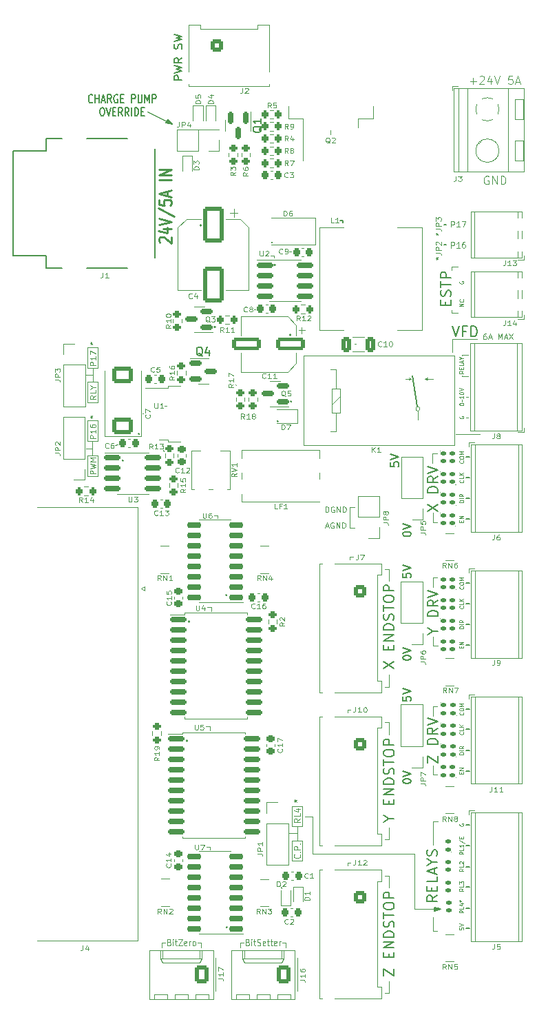
<source format=gbr>
%TF.GenerationSoftware,KiCad,Pcbnew,(6.0.4-0)*%
%TF.CreationDate,2022-07-09T18:46:11+12:00*%
%TF.ProjectId,controller,636f6e74-726f-46c6-9c65-722e6b696361,3.1*%
%TF.SameCoordinates,PX324e6b0PYa469d80*%
%TF.FileFunction,Legend,Top*%
%TF.FilePolarity,Positive*%
%FSLAX46Y46*%
G04 Gerber Fmt 4.6, Leading zero omitted, Abs format (unit mm)*
G04 Created by KiCad (PCBNEW (6.0.4-0)) date 2022-07-09 18:46:11*
%MOMM*%
%LPD*%
G01*
G04 APERTURE LIST*
G04 Aperture macros list*
%AMRoundRect*
0 Rectangle with rounded corners*
0 $1 Rounding radius*
0 $2 $3 $4 $5 $6 $7 $8 $9 X,Y pos of 4 corners*
0 Add a 4 corners polygon primitive as box body*
4,1,4,$2,$3,$4,$5,$6,$7,$8,$9,$2,$3,0*
0 Add four circle primitives for the rounded corners*
1,1,$1+$1,$2,$3*
1,1,$1+$1,$4,$5*
1,1,$1+$1,$6,$7*
1,1,$1+$1,$8,$9*
0 Add four rect primitives between the rounded corners*
20,1,$1+$1,$2,$3,$4,$5,0*
20,1,$1+$1,$4,$5,$6,$7,0*
20,1,$1+$1,$6,$7,$8,$9,0*
20,1,$1+$1,$8,$9,$2,$3,0*%
G04 Aperture macros list end*
%ADD10C,0.100000*%
%ADD11C,0.150000*%
%ADD12C,0.080000*%
%ADD13C,0.200000*%
%ADD14C,0.125000*%
%ADD15C,0.250000*%
%ADD16C,0.120000*%
%ADD17C,0.127000*%
%ADD18R,1.700000X1.700000*%
%ADD19O,1.700000X1.700000*%
%ADD20R,5.400000X2.900000*%
%ADD21RoundRect,0.147500X-0.172500X0.147500X-0.172500X-0.147500X0.172500X-0.147500X0.172500X0.147500X0*%
%ADD22RoundRect,0.225000X0.225000X0.250000X-0.225000X0.250000X-0.225000X-0.250000X0.225000X-0.250000X0*%
%ADD23RoundRect,0.147500X0.172500X-0.147500X0.172500X0.147500X-0.172500X0.147500X-0.172500X-0.147500X0*%
%ADD24RoundRect,0.225000X-0.225000X-0.250000X0.225000X-0.250000X0.225000X0.250000X-0.225000X0.250000X0*%
%ADD25C,1.000000*%
%ADD26RoundRect,0.250001X-0.499999X0.499999X-0.499999X-0.499999X0.499999X-0.499999X0.499999X0.499999X0*%
%ADD27C,1.500000*%
%ADD28R,0.800000X0.500000*%
%ADD29R,0.800000X0.400000*%
%ADD30RoundRect,0.200000X-0.275000X0.200000X-0.275000X-0.200000X0.275000X-0.200000X0.275000X0.200000X0*%
%ADD31RoundRect,0.200000X0.200000X0.275000X-0.200000X0.275000X-0.200000X-0.275000X0.200000X-0.275000X0*%
%ADD32R,2.100000X2.100000*%
%ADD33C,2.100000*%
%ADD34R,0.700000X0.600000*%
%ADD35RoundRect,0.250001X-0.499999X-0.499999X0.499999X-0.499999X0.499999X0.499999X-0.499999X0.499999X0*%
%ADD36R,1.300000X2.000000*%
%ADD37R,2.000000X2.000000*%
%ADD38C,1.100000*%
%ADD39R,2.200000X2.200000*%
%ADD40C,2.200000*%
%ADD41RoundRect,0.200000X0.275000X-0.200000X0.275000X0.200000X-0.275000X0.200000X-0.275000X-0.200000X0*%
%ADD42C,1.448000*%
%ADD43RoundRect,0.150000X-0.875000X-0.150000X0.875000X-0.150000X0.875000X0.150000X-0.875000X0.150000X0*%
%ADD44RoundRect,0.150000X-0.587500X-0.150000X0.587500X-0.150000X0.587500X0.150000X-0.587500X0.150000X0*%
%ADD45R,2.200000X1.200000*%
%ADD46R,6.400000X5.800000*%
%ADD47RoundRect,0.200000X-0.200000X-0.275000X0.200000X-0.275000X0.200000X0.275000X-0.200000X0.275000X0*%
%ADD48RoundRect,0.225000X0.250000X-0.225000X0.250000X0.225000X-0.250000X0.225000X-0.250000X-0.225000X0*%
%ADD49RoundRect,0.250000X0.620000X0.845000X-0.620000X0.845000X-0.620000X-0.845000X0.620000X-0.845000X0*%
%ADD50O,1.740000X2.190000*%
%ADD51R,1.100000X4.600000*%
%ADD52R,10.800000X9.400000*%
%ADD53C,5.500000*%
%ADD54RoundRect,0.250000X-1.000000X1.950000X-1.000000X-1.950000X1.000000X-1.950000X1.000000X1.950000X0*%
%ADD55R,2.000000X1.200000*%
%ADD56C,2.300000*%
%ADD57R,2.300000X2.300000*%
%ADD58RoundRect,0.225000X-0.250000X0.225000X-0.250000X-0.225000X0.250000X-0.225000X0.250000X0.225000X0*%
%ADD59C,1.700000*%
%ADD60O,3.200000X1.600000*%
%ADD61O,1.750000X3.500000*%
%ADD62RoundRect,0.250000X1.500000X0.550000X-1.500000X0.550000X-1.500000X-0.550000X1.500000X-0.550000X0*%
%ADD63RoundRect,0.150000X0.587500X0.150000X-0.587500X0.150000X-0.587500X-0.150000X0.587500X-0.150000X0*%
%ADD64RoundRect,0.250000X-0.325000X-0.650000X0.325000X-0.650000X0.325000X0.650000X-0.325000X0.650000X0*%
%ADD65RoundRect,0.150000X0.725000X0.150000X-0.725000X0.150000X-0.725000X-0.150000X0.725000X-0.150000X0*%
%ADD66C,4.000000*%
%ADD67R,1.600000X1.600000*%
%ADD68C,1.600000*%
%ADD69RoundRect,0.150000X-0.825000X-0.150000X0.825000X-0.150000X0.825000X0.150000X-0.825000X0.150000X0*%
%ADD70R,0.600000X0.450000*%
%ADD71RoundRect,0.150000X-0.150000X0.587500X-0.150000X-0.587500X0.150000X-0.587500X0.150000X0.587500X0*%
%ADD72RoundRect,0.250000X1.025000X-0.787500X1.025000X0.787500X-1.025000X0.787500X-1.025000X-0.787500X0*%
%ADD73R,2.500000X1.800000*%
G04 APERTURE END LIST*
D10*
X11250000Y75250000D02*
X12550000Y75250000D01*
X12550000Y75250000D02*
X12550000Y77800000D01*
X12550000Y77800000D02*
X11250000Y77800000D01*
X11250000Y77800000D02*
X11250000Y75250000D01*
X51450000Y17760000D02*
X54700000Y17760000D01*
X48350000Y46550000D02*
X48350000Y45100000D01*
X35250000Y13650000D02*
X35650000Y13650000D01*
X54300000Y58530941D02*
X53750000Y58530941D01*
X37050000Y27125000D02*
X36100000Y27125000D01*
X48350000Y45100000D02*
X47800000Y45100000D01*
D11*
X28475000Y15550000D02*
G75*
G03*
X28475000Y15550000I-75000J0D01*
G01*
D10*
X48350000Y40700000D02*
X48350000Y39250000D01*
X43500000Y64650000D02*
X44150000Y64650000D01*
D11*
X58250000Y34750941D02*
X57850000Y34750941D01*
D10*
X53750000Y66450000D02*
X53750000Y65300000D01*
X11275000Y80000000D02*
X12575000Y80000000D01*
X12575000Y80000000D02*
X12575000Y82550000D01*
X12575000Y82550000D02*
X11275000Y82550000D01*
X11275000Y82550000D02*
X11275000Y80000000D01*
X48350000Y21850000D02*
X48350000Y20400000D01*
X11900000Y73550000D02*
X11900000Y74400000D01*
X25900000Y25400000D02*
X26299999Y25400000D01*
X36400000Y23750000D02*
X37700000Y23750000D01*
X37700000Y23750000D02*
X37700000Y26200000D01*
X37700000Y26200000D02*
X36400000Y26200000D01*
X36400000Y26200000D02*
X36400000Y23750000D01*
D11*
X17675000Y76150000D02*
G75*
G03*
X17675000Y76150000I-75000J0D01*
G01*
D10*
X34200000Y98100000D02*
X34200000Y97800000D01*
X54325000Y28550000D02*
X53760000Y28550000D01*
X31350000Y79250000D02*
X31450000Y79450000D01*
D11*
X28425000Y56350000D02*
G75*
G03*
X28425000Y56350000I-75000J0D01*
G01*
D10*
X14687500Y74800000D02*
X14962500Y74850000D01*
X48350000Y7450000D02*
X47800000Y7450000D01*
X53700000Y73750000D02*
X53700000Y72550000D01*
X25200000Y13050000D02*
X25200000Y13650000D01*
X58100000Y78200000D02*
X57800000Y78200000D01*
X56050000Y96250000D02*
X56050000Y96700000D01*
X11900000Y74400000D02*
X11100000Y74400000D01*
X30050000Y13650000D02*
X30450000Y13650000D01*
X56800000Y96700000D02*
X56050000Y96700000D01*
D11*
X58250000Y15400000D02*
X57850000Y15400000D01*
X58250000Y20500000D02*
X57850000Y20500000D01*
X15675000Y72900000D02*
G75*
G03*
X15675000Y72900000I-75000J0D01*
G01*
X58250000Y17900000D02*
X57850000Y17900000D01*
D10*
X36100000Y98600000D02*
X36300000Y98600000D01*
X57300000Y85850000D02*
X57300000Y85750000D01*
X38950000Y24600000D02*
X38950000Y29150000D01*
D11*
X34375000Y96950000D02*
G75*
G03*
X34375000Y96950000I-75000J0D01*
G01*
D10*
X48350000Y59550000D02*
X48350000Y58100000D01*
X48350000Y40725000D02*
X47800000Y40725000D01*
X54275000Y73750000D02*
X53700000Y73750000D01*
X56050000Y91400000D02*
X56050000Y91000000D01*
X44300000Y87200000D02*
X44100000Y87200000D01*
D11*
X42350000Y102400000D02*
X42700000Y102400000D01*
D10*
X43250000Y42250000D02*
X43250000Y41900000D01*
D11*
G36*
X21700000Y114250000D02*
G01*
X20953593Y114406621D01*
X21143593Y114756621D01*
X21700000Y114250000D01*
G37*
X21700000Y114250000D02*
X20953593Y114406621D01*
X21143593Y114756621D01*
X21700000Y114250000D01*
D10*
X53750000Y58530941D02*
X53750000Y57330941D01*
X24800000Y13650000D02*
X25200000Y13650000D01*
D11*
X58250000Y37300941D02*
X57850000Y37300941D01*
D10*
X43950000Y61075000D02*
X43550000Y61075000D01*
X44150000Y67200000D02*
X43500000Y67200000D01*
X58100000Y85850000D02*
X57300000Y85850000D01*
X26342409Y40200000D02*
X26342409Y39700000D01*
X38950000Y24600000D02*
X51450000Y24550000D01*
X35150000Y20350000D02*
X35050000Y20475000D01*
D11*
X58250000Y68250000D02*
X57850000Y68250000D01*
D10*
X41150000Y112950000D02*
X41150000Y113450000D01*
D11*
X55100000Y99400000D02*
X55400000Y99400000D01*
D10*
X11250000Y71000000D02*
X12550000Y71000000D01*
X12550000Y71000000D02*
X12550000Y73550000D01*
X12550000Y73550000D02*
X11250000Y73550000D01*
X11250000Y73550000D02*
X11250000Y71000000D01*
X58100000Y83250000D02*
X57300000Y83250000D01*
X20550000Y74150000D02*
X20700000Y74000000D01*
X53750000Y35450941D02*
X53750000Y34350941D01*
D11*
X58250000Y28100000D02*
X57850000Y28100000D01*
D10*
X37050000Y27125000D02*
X37050000Y27975000D01*
D11*
X55100000Y101900000D02*
X55400000Y101900000D01*
D10*
X31750000Y91475000D02*
X31900000Y91475000D01*
X54300000Y65300000D02*
X53750000Y65300000D01*
X20775000Y79650000D02*
X21025000Y79650000D01*
D11*
X58250000Y52780941D02*
X57850000Y52780941D01*
X58250000Y57840000D02*
X57850000Y57840000D01*
D10*
X30050000Y13050000D02*
X30050000Y13650000D01*
D11*
X58250000Y25600000D02*
X57850000Y25600000D01*
D10*
X53760000Y16800000D02*
X53760000Y15100000D01*
X29450000Y82250000D02*
X29550000Y82150000D01*
D11*
X58250000Y70809231D02*
X57850000Y70809231D01*
D10*
X53800000Y51280941D02*
X53800000Y50130941D01*
X48350000Y59575000D02*
X47800000Y59575000D01*
D11*
X23825000Y53100000D02*
G75*
G03*
X23825000Y53100000I-75000J0D01*
G01*
D10*
X18650000Y115800000D02*
X21700000Y114250000D01*
X36400000Y28000000D02*
X37700000Y28000000D01*
X37700000Y28000000D02*
X37700000Y30450000D01*
X37700000Y30450000D02*
X36400000Y30450000D01*
X36400000Y30450000D02*
X36400000Y28000000D01*
X20400000Y13050000D02*
X20400000Y13650000D01*
X18000000Y78650000D02*
X18150000Y78650000D01*
X51450000Y24550000D02*
X51450000Y17760000D01*
X43550000Y61075000D02*
X43550000Y60725000D01*
X26517409Y54850000D02*
X26517409Y54400000D01*
D11*
X58250000Y55340172D02*
X57850000Y55340172D01*
D10*
X11275000Y84250000D02*
X12575000Y84250000D01*
X12575000Y84250000D02*
X12575000Y86800000D01*
X12575000Y86800000D02*
X11275000Y86800000D01*
X11275000Y86800000D02*
X11275000Y84250000D01*
X26299999Y25050000D02*
X26299999Y25400000D01*
X37050000Y26225000D02*
X37050000Y27125000D01*
D11*
X58250000Y73309059D02*
X57850000Y73309059D01*
X58250000Y65700000D02*
X57850000Y65700000D01*
D10*
X43500000Y67200000D02*
X43500000Y64650000D01*
X43650000Y23450000D02*
X43250000Y23450000D01*
X56050000Y91000000D02*
X56800000Y91000000D01*
X53760000Y28550000D02*
X53760000Y25650000D01*
X56100000Y86200000D02*
X56100000Y87800000D01*
X58100000Y80750000D02*
X57800000Y80750000D01*
X20400000Y13650000D02*
X20800000Y13650000D01*
X33800000Y98100000D02*
X34200000Y98100000D01*
X25967409Y54850000D02*
X26517409Y54850000D01*
D11*
X42700000Y102400000D02*
X42700000Y102100000D01*
X23575000Y38450000D02*
G75*
G03*
X23575000Y38450000I-75000J0D01*
G01*
X58250000Y23000000D02*
X57850000Y23000000D01*
D10*
X38950000Y29150000D02*
X38000000Y29150000D01*
D11*
X58250000Y42360000D02*
X57850000Y42360000D01*
D10*
X35650000Y13050000D02*
X35650000Y13650000D01*
X59562500Y76150000D02*
X56600000Y76150000D01*
X54262500Y42700941D02*
X53750000Y42700941D01*
X27275000Y66125000D02*
X26825000Y66125000D01*
X54250000Y34350941D02*
X53750000Y34350941D01*
X48350000Y21875000D02*
X47800000Y21875000D01*
X27275000Y65775000D02*
X27275000Y66125000D01*
X59150000Y87800000D02*
X56100000Y87800000D01*
X11925000Y83400000D02*
X11125000Y83400000D01*
X54325000Y50130941D02*
X53800000Y50130941D01*
X57300000Y83250000D02*
X57300000Y83350000D01*
X53750000Y42700941D02*
X53750000Y41550941D01*
X11900000Y74400000D02*
X11900000Y75250000D01*
X43250000Y23450000D02*
X43250000Y23100000D01*
X43650000Y42250000D02*
X43250000Y42250000D01*
D11*
X58250000Y50230941D02*
X57850000Y50230941D01*
X58250000Y39860172D02*
X57850000Y39860172D01*
D10*
X25842409Y40200000D02*
X26342409Y40200000D01*
X11925000Y83400000D02*
X11925000Y84250000D01*
X48350000Y27800000D02*
X48350000Y26350000D01*
X48350000Y8900000D02*
X48350000Y7450000D01*
X57300000Y80150000D02*
X57300000Y80350000D01*
X11925000Y82550000D02*
X11925000Y83400000D01*
D11*
G36*
X54700000Y17760000D02*
G01*
X53950000Y17560000D01*
X53950000Y17960000D01*
X54700000Y17760000D01*
G37*
X54700000Y17760000D02*
X53950000Y17560000D01*
X53950000Y17960000D01*
X54700000Y17760000D01*
D10*
X48350000Y26350000D02*
X47800000Y26350000D01*
X54300000Y15100000D02*
X53760000Y15100000D01*
D11*
X50052380Y48621548D02*
X50052380Y48716786D01*
X50100000Y48812024D01*
X50147619Y48859643D01*
X50242857Y48907262D01*
X50433333Y48954881D01*
X50671428Y48954881D01*
X50861904Y48907262D01*
X50957142Y48859643D01*
X51004761Y48812024D01*
X51052380Y48716786D01*
X51052380Y48621548D01*
X51004761Y48526310D01*
X50957142Y48478691D01*
X50861904Y48431072D01*
X50671428Y48383453D01*
X50433333Y48383453D01*
X50242857Y48431072D01*
X50147619Y48478691D01*
X50100000Y48526310D01*
X50052380Y48621548D01*
X50052380Y49240596D02*
X51052380Y49573929D01*
X50052380Y49907262D01*
D10*
X40528963Y66533334D02*
X40528963Y67233334D01*
X40695629Y67233334D01*
X40795629Y67200000D01*
X40862296Y67133334D01*
X40895629Y67066667D01*
X40928963Y66933334D01*
X40928963Y66833334D01*
X40895629Y66700000D01*
X40862296Y66633334D01*
X40795629Y66566667D01*
X40695629Y66533334D01*
X40528963Y66533334D01*
X41595629Y67200000D02*
X41528963Y67233334D01*
X41428963Y67233334D01*
X41328963Y67200000D01*
X41262296Y67133334D01*
X41228963Y67066667D01*
X41195629Y66933334D01*
X41195629Y66833334D01*
X41228963Y66700000D01*
X41262296Y66633334D01*
X41328963Y66566667D01*
X41428963Y66533334D01*
X41495629Y66533334D01*
X41595629Y66566667D01*
X41628963Y66600000D01*
X41628963Y66833334D01*
X41495629Y66833334D01*
X41928963Y66533334D02*
X41928963Y67233334D01*
X42328963Y66533334D01*
X42328963Y67233334D01*
X42662296Y66533334D02*
X42662296Y67233334D01*
X42828963Y67233334D01*
X42928963Y67200000D01*
X42995629Y67133334D01*
X43028963Y67066667D01*
X43062296Y66933334D01*
X43062296Y66833334D01*
X43028963Y66700000D01*
X42995629Y66633334D01*
X42928963Y66566667D01*
X42828963Y66533334D01*
X42662296Y66533334D01*
D12*
X57264285Y65330953D02*
X57264285Y65497620D01*
X57526190Y65569048D02*
X57526190Y65330953D01*
X57026190Y65330953D01*
X57026190Y65569048D01*
X57526190Y65783334D02*
X57026190Y65783334D01*
X57526190Y66069048D01*
X57026190Y66069048D01*
D13*
X54274523Y19483991D02*
X53669761Y19060658D01*
X54274523Y18758277D02*
X53004523Y18758277D01*
X53004523Y19242086D01*
X53065000Y19363039D01*
X53125476Y19423515D01*
X53246428Y19483991D01*
X53427857Y19483991D01*
X53548809Y19423515D01*
X53609285Y19363039D01*
X53669761Y19242086D01*
X53669761Y18758277D01*
X53609285Y20028277D02*
X53609285Y20451610D01*
X54274523Y20633039D02*
X54274523Y20028277D01*
X53004523Y20028277D01*
X53004523Y20633039D01*
X54274523Y21782086D02*
X54274523Y21177324D01*
X53004523Y21177324D01*
X53911666Y22144943D02*
X53911666Y22749705D01*
X54274523Y22023991D02*
X53004523Y22447324D01*
X54274523Y22870658D01*
X53669761Y23535896D02*
X54274523Y23535896D01*
X53004523Y23112562D02*
X53669761Y23535896D01*
X53004523Y23959229D01*
X54214047Y24322086D02*
X54274523Y24503515D01*
X54274523Y24805896D01*
X54214047Y24926848D01*
X54153571Y24987324D01*
X54032619Y25047800D01*
X53911666Y25047800D01*
X53790714Y24987324D01*
X53730238Y24926848D01*
X53669761Y24805896D01*
X53609285Y24563991D01*
X53548809Y24443039D01*
X53488333Y24382562D01*
X53367380Y24322086D01*
X53246428Y24322086D01*
X53125476Y24382562D01*
X53065000Y24443039D01*
X53004523Y24563991D01*
X53004523Y24866372D01*
X53065000Y25047800D01*
D12*
X57050000Y78330953D02*
X57026190Y78283334D01*
X57026190Y78211905D01*
X57050000Y78140477D01*
X57097619Y78092858D01*
X57145238Y78069048D01*
X57240476Y78045239D01*
X57311904Y78045239D01*
X57407142Y78069048D01*
X57454761Y78092858D01*
X57502380Y78140477D01*
X57526190Y78211905D01*
X57526190Y78259524D01*
X57502380Y78330953D01*
X57478571Y78354762D01*
X57311904Y78354762D01*
X57311904Y78259524D01*
D11*
X50052380Y33471548D02*
X50052380Y33566786D01*
X50100000Y33662024D01*
X50147619Y33709643D01*
X50242857Y33757262D01*
X50433333Y33804881D01*
X50671428Y33804881D01*
X50861904Y33757262D01*
X50957142Y33709643D01*
X51004761Y33662024D01*
X51052380Y33566786D01*
X51052380Y33471548D01*
X51004761Y33376310D01*
X50957142Y33328691D01*
X50861904Y33281072D01*
X50671428Y33233453D01*
X50433333Y33233453D01*
X50242857Y33281072D01*
X50147619Y33328691D01*
X50100000Y33376310D01*
X50052380Y33471548D01*
X50052380Y34090596D02*
X51052380Y34423929D01*
X50052380Y34757262D01*
D12*
X57026190Y15504762D02*
X57026190Y15266667D01*
X57264285Y15242858D01*
X57240476Y15266667D01*
X57216666Y15314286D01*
X57216666Y15433334D01*
X57240476Y15480953D01*
X57264285Y15504762D01*
X57311904Y15528572D01*
X57430952Y15528572D01*
X57478571Y15504762D01*
X57502380Y15480953D01*
X57526190Y15433334D01*
X57526190Y15314286D01*
X57502380Y15266667D01*
X57478571Y15242858D01*
X57026190Y15671429D02*
X57526190Y15838096D01*
X57026190Y16004762D01*
D14*
X37385714Y24483334D02*
X37423809Y24450000D01*
X37461904Y24350000D01*
X37461904Y24283334D01*
X37423809Y24183334D01*
X37347619Y24116667D01*
X37271428Y24083334D01*
X37119047Y24050000D01*
X37004761Y24050000D01*
X36852380Y24083334D01*
X36776190Y24116667D01*
X36700000Y24183334D01*
X36661904Y24283334D01*
X36661904Y24350000D01*
X36700000Y24450000D01*
X36738095Y24483334D01*
X37385714Y24783334D02*
X37423809Y24816667D01*
X37461904Y24783334D01*
X37423809Y24750000D01*
X37385714Y24783334D01*
X37461904Y24783334D01*
X37461904Y25116667D02*
X36661904Y25116667D01*
X36661904Y25383334D01*
X36700000Y25450000D01*
X36738095Y25483334D01*
X36814285Y25516667D01*
X36928571Y25516667D01*
X37004761Y25483334D01*
X37042857Y25450000D01*
X37080952Y25383334D01*
X37080952Y25116667D01*
X37385714Y25816667D02*
X37423809Y25850000D01*
X37461904Y25816667D01*
X37423809Y25783334D01*
X37385714Y25816667D01*
X37461904Y25816667D01*
X30983333Y13707143D02*
X31083333Y13669048D01*
X31116666Y13630953D01*
X31150000Y13554762D01*
X31150000Y13440477D01*
X31116666Y13364286D01*
X31083333Y13326191D01*
X31016666Y13288096D01*
X30750000Y13288096D01*
X30750000Y14088096D01*
X30983333Y14088096D01*
X31050000Y14050000D01*
X31083333Y14011905D01*
X31116666Y13935715D01*
X31116666Y13859524D01*
X31083333Y13783334D01*
X31050000Y13745239D01*
X30983333Y13707143D01*
X30750000Y13707143D01*
X31450000Y13288096D02*
X31450000Y13821429D01*
X31450000Y14088096D02*
X31416666Y14050000D01*
X31450000Y14011905D01*
X31483333Y14050000D01*
X31450000Y14088096D01*
X31450000Y14011905D01*
X31683333Y13821429D02*
X31950000Y13821429D01*
X31783333Y14088096D02*
X31783333Y13402381D01*
X31816666Y13326191D01*
X31883333Y13288096D01*
X31950000Y13288096D01*
X32150000Y13326191D02*
X32250000Y13288096D01*
X32416666Y13288096D01*
X32483333Y13326191D01*
X32516666Y13364286D01*
X32550000Y13440477D01*
X32550000Y13516667D01*
X32516666Y13592858D01*
X32483333Y13630953D01*
X32416666Y13669048D01*
X32283333Y13707143D01*
X32216666Y13745239D01*
X32183333Y13783334D01*
X32150000Y13859524D01*
X32150000Y13935715D01*
X32183333Y14011905D01*
X32216666Y14050000D01*
X32283333Y14088096D01*
X32450000Y14088096D01*
X32550000Y14050000D01*
X33116666Y13326191D02*
X33050000Y13288096D01*
X32916666Y13288096D01*
X32850000Y13326191D01*
X32816666Y13402381D01*
X32816666Y13707143D01*
X32850000Y13783334D01*
X32916666Y13821429D01*
X33050000Y13821429D01*
X33116666Y13783334D01*
X33150000Y13707143D01*
X33150000Y13630953D01*
X32816666Y13554762D01*
X33350000Y13821429D02*
X33616666Y13821429D01*
X33450000Y14088096D02*
X33450000Y13402381D01*
X33483333Y13326191D01*
X33550000Y13288096D01*
X33616666Y13288096D01*
X33750000Y13821429D02*
X34016666Y13821429D01*
X33850000Y14088096D02*
X33850000Y13402381D01*
X33883333Y13326191D01*
X33950000Y13288096D01*
X34016666Y13288096D01*
X34516666Y13326191D02*
X34450000Y13288096D01*
X34316666Y13288096D01*
X34250000Y13326191D01*
X34216666Y13402381D01*
X34216666Y13707143D01*
X34250000Y13783334D01*
X34316666Y13821429D01*
X34450000Y13821429D01*
X34516666Y13783334D01*
X34550000Y13707143D01*
X34550000Y13630953D01*
X34216666Y13554762D01*
X34850000Y13288096D02*
X34850000Y13821429D01*
X34850000Y13669048D02*
X34883333Y13745239D01*
X34916666Y13783334D01*
X34983333Y13821429D01*
X35050000Y13821429D01*
D12*
X57526190Y83897620D02*
X57288095Y83730953D01*
X57526190Y83611905D02*
X57026190Y83611905D01*
X57026190Y83802381D01*
X57050000Y83850000D01*
X57073809Y83873810D01*
X57121428Y83897620D01*
X57192857Y83897620D01*
X57240476Y83873810D01*
X57264285Y83850000D01*
X57288095Y83802381D01*
X57288095Y83611905D01*
X57264285Y84111905D02*
X57264285Y84278572D01*
X57526190Y84350000D02*
X57526190Y84111905D01*
X57026190Y84111905D01*
X57026190Y84350000D01*
X57526190Y84802381D02*
X57526190Y84564286D01*
X57026190Y84564286D01*
X57383333Y84945239D02*
X57383333Y85183334D01*
X57526190Y84897620D02*
X57026190Y85064286D01*
X57526190Y85230953D01*
X57288095Y85492858D02*
X57526190Y85492858D01*
X57026190Y85326191D02*
X57288095Y85492858D01*
X57026190Y85659524D01*
X57050000Y94905953D02*
X57026190Y94858334D01*
X57026190Y94786905D01*
X57050000Y94715477D01*
X57097619Y94667858D01*
X57145238Y94644048D01*
X57240476Y94620239D01*
X57311904Y94620239D01*
X57407142Y94644048D01*
X57454761Y94667858D01*
X57502380Y94715477D01*
X57526190Y94786905D01*
X57526190Y94834524D01*
X57502380Y94905953D01*
X57478571Y94929762D01*
X57311904Y94929762D01*
X57311904Y94834524D01*
D11*
X50052380Y59011786D02*
X50052380Y58535596D01*
X50528571Y58487977D01*
X50480952Y58535596D01*
X50433333Y58630834D01*
X50433333Y58868929D01*
X50480952Y58964167D01*
X50528571Y59011786D01*
X50623809Y59059405D01*
X50861904Y59059405D01*
X50957142Y59011786D01*
X51004761Y58964167D01*
X51052380Y58868929D01*
X51052380Y58630834D01*
X51004761Y58535596D01*
X50957142Y58487977D01*
X50052380Y59345120D02*
X51052380Y59678453D01*
X50052380Y60011786D01*
X50052380Y63821548D02*
X50052380Y63916786D01*
X50100000Y64012024D01*
X50147619Y64059643D01*
X50242857Y64107262D01*
X50433333Y64154881D01*
X50671428Y64154881D01*
X50861904Y64107262D01*
X50957142Y64059643D01*
X51004761Y64012024D01*
X51052380Y63916786D01*
X51052380Y63821548D01*
X51004761Y63726310D01*
X50957142Y63678691D01*
X50861904Y63631072D01*
X50671428Y63583453D01*
X50433333Y63583453D01*
X50242857Y63631072D01*
X50147619Y63678691D01*
X50100000Y63726310D01*
X50052380Y63821548D01*
X50052380Y64440596D02*
X51052380Y64773929D01*
X50052380Y65107262D01*
D12*
X57264285Y34381894D02*
X57264285Y34548561D01*
X57526190Y34619989D02*
X57526190Y34381894D01*
X57026190Y34381894D01*
X57026190Y34619989D01*
X57526190Y34834275D02*
X57026190Y34834275D01*
X57526190Y35119989D01*
X57026190Y35119989D01*
D11*
X22902380Y119638096D02*
X21902380Y119638096D01*
X21902380Y120019048D01*
X21950000Y120114286D01*
X21997619Y120161905D01*
X22092857Y120209524D01*
X22235714Y120209524D01*
X22330952Y120161905D01*
X22378571Y120114286D01*
X22426190Y120019048D01*
X22426190Y119638096D01*
X21902380Y120542858D02*
X22902380Y120780953D01*
X22188095Y120971429D01*
X22902380Y121161905D01*
X21902380Y121400000D01*
X22902380Y122352381D02*
X22426190Y122019048D01*
X22902380Y121780953D02*
X21902380Y121780953D01*
X21902380Y122161905D01*
X21950000Y122257143D01*
X21997619Y122304762D01*
X22092857Y122352381D01*
X22235714Y122352381D01*
X22330952Y122304762D01*
X22378571Y122257143D01*
X22426190Y122161905D01*
X22426190Y121780953D01*
X22854761Y123495239D02*
X22902380Y123638096D01*
X22902380Y123876191D01*
X22854761Y123971429D01*
X22807142Y124019048D01*
X22711904Y124066667D01*
X22616666Y124066667D01*
X22521428Y124019048D01*
X22473809Y123971429D01*
X22426190Y123876191D01*
X22378571Y123685715D01*
X22330952Y123590477D01*
X22283333Y123542858D01*
X22188095Y123495239D01*
X22092857Y123495239D01*
X21997619Y123542858D01*
X21950000Y123590477D01*
X21902380Y123685715D01*
X21902380Y123923810D01*
X21950000Y124066667D01*
X21902380Y124400000D02*
X22902380Y124638096D01*
X22188095Y124828572D01*
X22902380Y125019048D01*
X21902380Y125257143D01*
D12*
X57526190Y36800941D02*
X57026190Y36800941D01*
X57026190Y36919989D01*
X57050000Y36991418D01*
X57097619Y37039037D01*
X57145238Y37062846D01*
X57240476Y37086656D01*
X57311904Y37086656D01*
X57407142Y37062846D01*
X57454761Y37039037D01*
X57502380Y36991418D01*
X57526190Y36919989D01*
X57526190Y36800941D01*
X57526190Y37300941D02*
X57026190Y37300941D01*
X57526190Y37824751D02*
X57288095Y37658084D01*
X57526190Y37539037D02*
X57026190Y37539037D01*
X57026190Y37729513D01*
X57050000Y37777132D01*
X57073809Y37800941D01*
X57121428Y37824751D01*
X57192857Y37824751D01*
X57240476Y37800941D01*
X57264285Y37777132D01*
X57288095Y37729513D01*
X57288095Y37539037D01*
D11*
X50052380Y43861786D02*
X50052380Y43385596D01*
X50528571Y43337977D01*
X50480952Y43385596D01*
X50433333Y43480834D01*
X50433333Y43718929D01*
X50480952Y43814167D01*
X50528571Y43861786D01*
X50623809Y43909405D01*
X50861904Y43909405D01*
X50957142Y43861786D01*
X51004761Y43814167D01*
X51052380Y43718929D01*
X51052380Y43480834D01*
X51004761Y43385596D01*
X50957142Y43337977D01*
X50052380Y44195120D02*
X51052380Y44528453D01*
X50052380Y44861786D01*
D13*
X53055323Y35729513D02*
X53055323Y36576180D01*
X54325323Y35729513D01*
X54325323Y36576180D01*
X54325323Y38027608D02*
X53055323Y38027608D01*
X53055323Y38329989D01*
X53115800Y38511418D01*
X53236752Y38632370D01*
X53357704Y38692846D01*
X53599609Y38753322D01*
X53781038Y38753322D01*
X54022942Y38692846D01*
X54143895Y38632370D01*
X54264847Y38511418D01*
X54325323Y38329989D01*
X54325323Y38027608D01*
X54325323Y40023322D02*
X53720561Y39599989D01*
X54325323Y39297608D02*
X53055323Y39297608D01*
X53055323Y39781418D01*
X53115800Y39902370D01*
X53176276Y39962846D01*
X53297228Y40023322D01*
X53478657Y40023322D01*
X53599609Y39962846D01*
X53660085Y39902370D01*
X53720561Y39781418D01*
X53720561Y39297608D01*
X53055323Y40386180D02*
X54325323Y40809513D01*
X53055323Y41232846D01*
D10*
X12291666Y80887334D02*
X11958333Y80654000D01*
X12291666Y80487334D02*
X11591666Y80487334D01*
X11591666Y80754000D01*
X11625000Y80820667D01*
X11658333Y80854000D01*
X11725000Y80887334D01*
X11825000Y80887334D01*
X11891666Y80854000D01*
X11925000Y80820667D01*
X11958333Y80754000D01*
X11958333Y80487334D01*
X12291666Y81520667D02*
X12291666Y81187334D01*
X11591666Y81187334D01*
X11958333Y81887334D02*
X12291666Y81887334D01*
X11591666Y81654000D02*
X11958333Y81887334D01*
X11591666Y82120667D01*
D12*
X57526190Y20314286D02*
X57288095Y20147620D01*
X57526190Y20028572D02*
X57026190Y20028572D01*
X57026190Y20219048D01*
X57050000Y20266667D01*
X57073809Y20290477D01*
X57121428Y20314286D01*
X57192857Y20314286D01*
X57240476Y20290477D01*
X57264285Y20266667D01*
X57288095Y20219048D01*
X57288095Y20028572D01*
X57526190Y20766667D02*
X57526190Y20528572D01*
X57026190Y20528572D01*
X57026190Y20885715D02*
X57026190Y21195239D01*
X57216666Y21028572D01*
X57216666Y21100000D01*
X57240476Y21147620D01*
X57264285Y21171429D01*
X57311904Y21195239D01*
X57430952Y21195239D01*
X57478571Y21171429D01*
X57502380Y21147620D01*
X57526190Y21100000D01*
X57526190Y20957143D01*
X57502380Y20909524D01*
X57478571Y20885715D01*
D13*
X56097380Y89395477D02*
X56520714Y88125477D01*
X56944047Y89395477D01*
X57790714Y88790715D02*
X57367380Y88790715D01*
X57367380Y88125477D02*
X57367380Y89395477D01*
X57972142Y89395477D01*
X58455952Y88125477D02*
X58455952Y89395477D01*
X58758333Y89395477D01*
X58939761Y89335000D01*
X59060714Y89214048D01*
X59121190Y89093096D01*
X59181666Y88851191D01*
X59181666Y88669762D01*
X59121190Y88427858D01*
X59060714Y88306905D01*
X58939761Y88185953D01*
X58758333Y88125477D01*
X58455952Y88125477D01*
X48369761Y28852620D02*
X48974523Y28852620D01*
X47704523Y28429286D02*
X48369761Y28852620D01*
X47704523Y29275953D01*
X48309285Y30666905D02*
X48309285Y31090239D01*
X48974523Y31271667D02*
X48974523Y30666905D01*
X47704523Y30666905D01*
X47704523Y31271667D01*
X48974523Y31815953D02*
X47704523Y31815953D01*
X48974523Y32541667D01*
X47704523Y32541667D01*
X48974523Y33146429D02*
X47704523Y33146429D01*
X47704523Y33448810D01*
X47765000Y33630239D01*
X47885952Y33751191D01*
X48006904Y33811667D01*
X48248809Y33872143D01*
X48430238Y33872143D01*
X48672142Y33811667D01*
X48793095Y33751191D01*
X48914047Y33630239D01*
X48974523Y33448810D01*
X48974523Y33146429D01*
X48914047Y34355953D02*
X48974523Y34537381D01*
X48974523Y34839762D01*
X48914047Y34960715D01*
X48853571Y35021191D01*
X48732619Y35081667D01*
X48611666Y35081667D01*
X48490714Y35021191D01*
X48430238Y34960715D01*
X48369761Y34839762D01*
X48309285Y34597858D01*
X48248809Y34476905D01*
X48188333Y34416429D01*
X48067380Y34355953D01*
X47946428Y34355953D01*
X47825476Y34416429D01*
X47765000Y34476905D01*
X47704523Y34597858D01*
X47704523Y34900239D01*
X47765000Y35081667D01*
X47704523Y35444524D02*
X47704523Y36170239D01*
X48974523Y35807381D02*
X47704523Y35807381D01*
X47704523Y36835477D02*
X47704523Y37077381D01*
X47765000Y37198334D01*
X47885952Y37319286D01*
X48127857Y37379762D01*
X48551190Y37379762D01*
X48793095Y37319286D01*
X48914047Y37198334D01*
X48974523Y37077381D01*
X48974523Y36835477D01*
X48914047Y36714524D01*
X48793095Y36593572D01*
X48551190Y36533096D01*
X48127857Y36533096D01*
X47885952Y36593572D01*
X47765000Y36714524D01*
X47704523Y36835477D01*
X48974523Y37924048D02*
X47704523Y37924048D01*
X47704523Y38407858D01*
X47765000Y38528810D01*
X47825476Y38589286D01*
X47946428Y38649762D01*
X48127857Y38649762D01*
X48248809Y38589286D01*
X48309285Y38528810D01*
X48369761Y38407858D01*
X48369761Y37924048D01*
D12*
X57026190Y79795239D02*
X57026190Y79842858D01*
X57050000Y79890477D01*
X57073809Y79914286D01*
X57121428Y79938096D01*
X57216666Y79961905D01*
X57335714Y79961905D01*
X57430952Y79938096D01*
X57478571Y79914286D01*
X57502380Y79890477D01*
X57526190Y79842858D01*
X57526190Y79795239D01*
X57502380Y79747620D01*
X57478571Y79723810D01*
X57430952Y79700000D01*
X57335714Y79676191D01*
X57216666Y79676191D01*
X57121428Y79700000D01*
X57073809Y79723810D01*
X57050000Y79747620D01*
X57026190Y79795239D01*
X57526190Y80819048D02*
X57526190Y80533334D01*
X57526190Y80676191D02*
X57026190Y80676191D01*
X57097619Y80628572D01*
X57145238Y80580953D01*
X57169047Y80533334D01*
X57026190Y81128572D02*
X57026190Y81176191D01*
X57050000Y81223810D01*
X57073809Y81247620D01*
X57121428Y81271429D01*
X57216666Y81295239D01*
X57335714Y81295239D01*
X57430952Y81271429D01*
X57478571Y81247620D01*
X57502380Y81223810D01*
X57526190Y81176191D01*
X57526190Y81128572D01*
X57502380Y81080953D01*
X57478571Y81057143D01*
X57430952Y81033334D01*
X57335714Y81009524D01*
X57216666Y81009524D01*
X57121428Y81033334D01*
X57073809Y81057143D01*
X57050000Y81080953D01*
X57026190Y81128572D01*
X57026190Y81438096D02*
X57526190Y81604762D01*
X57026190Y81771429D01*
D11*
X48552380Y72661786D02*
X48552380Y72185596D01*
X49028571Y72137977D01*
X48980952Y72185596D01*
X48933333Y72280834D01*
X48933333Y72518929D01*
X48980952Y72614167D01*
X49028571Y72661786D01*
X49123809Y72709405D01*
X49361904Y72709405D01*
X49457142Y72661786D01*
X49504761Y72614167D01*
X49552380Y72518929D01*
X49552380Y72280834D01*
X49504761Y72185596D01*
X49457142Y72137977D01*
X48552380Y72995120D02*
X49552380Y73328453D01*
X48552380Y73661786D01*
D12*
X57478571Y72907143D02*
X57502380Y72883334D01*
X57526190Y72811905D01*
X57526190Y72764286D01*
X57502380Y72692858D01*
X57454761Y72645239D01*
X57407142Y72621429D01*
X57311904Y72597620D01*
X57240476Y72597620D01*
X57145238Y72621429D01*
X57097619Y72645239D01*
X57050000Y72692858D01*
X57026190Y72764286D01*
X57026190Y72811905D01*
X57050000Y72883334D01*
X57073809Y72907143D01*
X57026190Y73216667D02*
X57026190Y73311905D01*
X57050000Y73359524D01*
X57097619Y73407143D01*
X57192857Y73430953D01*
X57359523Y73430953D01*
X57454761Y73407143D01*
X57502380Y73359524D01*
X57526190Y73311905D01*
X57526190Y73216667D01*
X57502380Y73169048D01*
X57454761Y73121429D01*
X57359523Y73097620D01*
X57192857Y73097620D01*
X57097619Y73121429D01*
X57050000Y73169048D01*
X57026190Y73216667D01*
X57526190Y73645239D02*
X57026190Y73645239D01*
X57383333Y73811905D01*
X57026190Y73978572D01*
X57526190Y73978572D01*
D14*
X21316666Y13707143D02*
X21416666Y13669048D01*
X21450000Y13630953D01*
X21483333Y13554762D01*
X21483333Y13440477D01*
X21450000Y13364286D01*
X21416666Y13326191D01*
X21350000Y13288096D01*
X21083333Y13288096D01*
X21083333Y14088096D01*
X21316666Y14088096D01*
X21383333Y14050000D01*
X21416666Y14011905D01*
X21450000Y13935715D01*
X21450000Y13859524D01*
X21416666Y13783334D01*
X21383333Y13745239D01*
X21316666Y13707143D01*
X21083333Y13707143D01*
X21783333Y13288096D02*
X21783333Y13821429D01*
X21783333Y14088096D02*
X21750000Y14050000D01*
X21783333Y14011905D01*
X21816666Y14050000D01*
X21783333Y14088096D01*
X21783333Y14011905D01*
X22016666Y13821429D02*
X22283333Y13821429D01*
X22116666Y14088096D02*
X22116666Y13402381D01*
X22150000Y13326191D01*
X22216666Y13288096D01*
X22283333Y13288096D01*
X22450000Y14088096D02*
X22916666Y14088096D01*
X22450000Y13288096D01*
X22916666Y13288096D01*
X23450000Y13326191D02*
X23383333Y13288096D01*
X23250000Y13288096D01*
X23183333Y13326191D01*
X23150000Y13402381D01*
X23150000Y13707143D01*
X23183333Y13783334D01*
X23250000Y13821429D01*
X23383333Y13821429D01*
X23450000Y13783334D01*
X23483333Y13707143D01*
X23483333Y13630953D01*
X23150000Y13554762D01*
X23783333Y13288096D02*
X23783333Y13821429D01*
X23783333Y13669048D02*
X23816666Y13745239D01*
X23850000Y13783334D01*
X23916666Y13821429D01*
X23983333Y13821429D01*
X24316666Y13288096D02*
X24250000Y13326191D01*
X24216666Y13364286D01*
X24183333Y13440477D01*
X24183333Y13669048D01*
X24216666Y13745239D01*
X24250000Y13783334D01*
X24316666Y13821429D01*
X24416666Y13821429D01*
X24483333Y13783334D01*
X24516666Y13745239D01*
X24550000Y13669048D01*
X24550000Y13440477D01*
X24516666Y13364286D01*
X24483333Y13326191D01*
X24416666Y13288096D01*
X24316666Y13288096D01*
D10*
X56000000Y99033334D02*
X56000000Y99733334D01*
X56266666Y99733334D01*
X56333333Y99700000D01*
X56366666Y99666667D01*
X56400000Y99600000D01*
X56400000Y99500000D01*
X56366666Y99433334D01*
X56333333Y99400000D01*
X56266666Y99366667D01*
X56000000Y99366667D01*
X57066666Y99033334D02*
X56666666Y99033334D01*
X56866666Y99033334D02*
X56866666Y99733334D01*
X56800000Y99633334D01*
X56733333Y99566667D01*
X56666666Y99533334D01*
X57666666Y99733334D02*
X57533333Y99733334D01*
X57466666Y99700000D01*
X57433333Y99666667D01*
X57366666Y99566667D01*
X57333333Y99433334D01*
X57333333Y99166667D01*
X57366666Y99100000D01*
X57400000Y99066667D01*
X57466666Y99033334D01*
X57600000Y99033334D01*
X57666666Y99066667D01*
X57700000Y99100000D01*
X57733333Y99166667D01*
X57733333Y99333334D01*
X57700000Y99400000D01*
X57666666Y99433334D01*
X57600000Y99466667D01*
X57466666Y99466667D01*
X57400000Y99433334D01*
X57366666Y99400000D01*
X57333333Y99333334D01*
D14*
X37461904Y28897917D02*
X37080952Y28664584D01*
X37461904Y28497917D02*
X36661904Y28497917D01*
X36661904Y28764584D01*
X36700000Y28831250D01*
X36738095Y28864584D01*
X36814285Y28897917D01*
X36928571Y28897917D01*
X37004761Y28864584D01*
X37042857Y28831250D01*
X37080952Y28764584D01*
X37080952Y28497917D01*
X37461904Y29531250D02*
X37461904Y29197917D01*
X36661904Y29197917D01*
X36928571Y30064584D02*
X37461904Y30064584D01*
X36623809Y29897917D02*
X37195238Y29731250D01*
X37195238Y30164584D01*
X36661904Y31064584D02*
X36852380Y31064584D01*
X36776190Y30897917D02*
X36852380Y31064584D01*
X36776190Y31231250D01*
X37004761Y30964584D02*
X36852380Y31064584D01*
X37004761Y31164584D01*
D15*
X20196428Y99685715D02*
X20125000Y99742858D01*
X20053571Y99857143D01*
X20053571Y100142858D01*
X20125000Y100257143D01*
X20196428Y100314286D01*
X20339285Y100371429D01*
X20482142Y100371429D01*
X20696428Y100314286D01*
X21553571Y99628572D01*
X21553571Y100371429D01*
X20553571Y101400000D02*
X21553571Y101400000D01*
X19982142Y101114286D02*
X21053571Y100828572D01*
X21053571Y101571429D01*
X20053571Y101857143D02*
X21553571Y102257143D01*
X20053571Y102657143D01*
X19982142Y103914286D02*
X21910714Y102885715D01*
X20053571Y104885715D02*
X20053571Y104314286D01*
X20767857Y104257143D01*
X20696428Y104314286D01*
X20625000Y104428572D01*
X20625000Y104714286D01*
X20696428Y104828572D01*
X20767857Y104885715D01*
X20910714Y104942858D01*
X21267857Y104942858D01*
X21410714Y104885715D01*
X21482142Y104828572D01*
X21553571Y104714286D01*
X21553571Y104428572D01*
X21482142Y104314286D01*
X21410714Y104257143D01*
X21125000Y105400000D02*
X21125000Y105971429D01*
X21553571Y105285715D02*
X20053571Y105685715D01*
X21553571Y106085715D01*
X21553571Y107400000D02*
X20053571Y107400000D01*
X21553571Y107971429D02*
X20053571Y107971429D01*
X21553571Y108657143D01*
X20053571Y108657143D01*
D12*
X57478571Y70502381D02*
X57502380Y70478572D01*
X57526190Y70407143D01*
X57526190Y70359524D01*
X57502380Y70288096D01*
X57454761Y70240477D01*
X57407142Y70216667D01*
X57311904Y70192858D01*
X57240476Y70192858D01*
X57145238Y70216667D01*
X57097619Y70240477D01*
X57050000Y70288096D01*
X57026190Y70359524D01*
X57026190Y70407143D01*
X57050000Y70478572D01*
X57073809Y70502381D01*
X57526190Y70954762D02*
X57526190Y70716667D01*
X57026190Y70716667D01*
X57526190Y71121429D02*
X57026190Y71121429D01*
X57526190Y71407143D02*
X57240476Y71192858D01*
X57026190Y71407143D02*
X57311904Y71121429D01*
D13*
X47704523Y9579286D02*
X47704523Y10425953D01*
X48974523Y9579286D01*
X48974523Y10425953D01*
X48309285Y11877381D02*
X48309285Y12300715D01*
X48974523Y12482143D02*
X48974523Y11877381D01*
X47704523Y11877381D01*
X47704523Y12482143D01*
X48974523Y13026429D02*
X47704523Y13026429D01*
X48974523Y13752143D01*
X47704523Y13752143D01*
X48974523Y14356905D02*
X47704523Y14356905D01*
X47704523Y14659286D01*
X47765000Y14840715D01*
X47885952Y14961667D01*
X48006904Y15022143D01*
X48248809Y15082620D01*
X48430238Y15082620D01*
X48672142Y15022143D01*
X48793095Y14961667D01*
X48914047Y14840715D01*
X48974523Y14659286D01*
X48974523Y14356905D01*
X48914047Y15566429D02*
X48974523Y15747858D01*
X48974523Y16050239D01*
X48914047Y16171191D01*
X48853571Y16231667D01*
X48732619Y16292143D01*
X48611666Y16292143D01*
X48490714Y16231667D01*
X48430238Y16171191D01*
X48369761Y16050239D01*
X48309285Y15808334D01*
X48248809Y15687381D01*
X48188333Y15626905D01*
X48067380Y15566429D01*
X47946428Y15566429D01*
X47825476Y15626905D01*
X47765000Y15687381D01*
X47704523Y15808334D01*
X47704523Y16110715D01*
X47765000Y16292143D01*
X47704523Y16655000D02*
X47704523Y17380715D01*
X48974523Y17017858D02*
X47704523Y17017858D01*
X47704523Y18045953D02*
X47704523Y18287858D01*
X47765000Y18408810D01*
X47885952Y18529762D01*
X48127857Y18590239D01*
X48551190Y18590239D01*
X48793095Y18529762D01*
X48914047Y18408810D01*
X48974523Y18287858D01*
X48974523Y18045953D01*
X48914047Y17925000D01*
X48793095Y17804048D01*
X48551190Y17743572D01*
X48127857Y17743572D01*
X47885952Y17804048D01*
X47765000Y17925000D01*
X47704523Y18045953D01*
X48974523Y19134524D02*
X47704523Y19134524D01*
X47704523Y19618334D01*
X47765000Y19739286D01*
X47825476Y19799762D01*
X47946428Y19860239D01*
X48127857Y19860239D01*
X48248809Y19799762D01*
X48309285Y19739286D01*
X48369761Y19618334D01*
X48369761Y19134524D01*
X53795561Y51932846D02*
X54400323Y51932846D01*
X53130323Y51509513D02*
X53795561Y51932846D01*
X53130323Y52356180D01*
X54400323Y53747132D02*
X53130323Y53747132D01*
X53130323Y54049513D01*
X53190800Y54230941D01*
X53311752Y54351894D01*
X53432704Y54412370D01*
X53674609Y54472846D01*
X53856038Y54472846D01*
X54097942Y54412370D01*
X54218895Y54351894D01*
X54339847Y54230941D01*
X54400323Y54049513D01*
X54400323Y53747132D01*
X54400323Y55742846D02*
X53795561Y55319513D01*
X54400323Y55017132D02*
X53130323Y55017132D01*
X53130323Y55500941D01*
X53190800Y55621894D01*
X53251276Y55682370D01*
X53372228Y55742846D01*
X53553657Y55742846D01*
X53674609Y55682370D01*
X53735085Y55621894D01*
X53795561Y55500941D01*
X53795561Y55017132D01*
X53130323Y56105703D02*
X54400323Y56529037D01*
X53130323Y56952370D01*
D10*
X12266666Y75616667D02*
X11566666Y75616667D01*
X11566666Y75883334D01*
X11600000Y75950000D01*
X11633333Y75983334D01*
X11700000Y76016667D01*
X11800000Y76016667D01*
X11866666Y75983334D01*
X11900000Y75950000D01*
X11933333Y75883334D01*
X11933333Y75616667D01*
X12266666Y76683334D02*
X12266666Y76283334D01*
X12266666Y76483334D02*
X11566666Y76483334D01*
X11666666Y76416667D01*
X11733333Y76350000D01*
X11766666Y76283334D01*
X11566666Y77283334D02*
X11566666Y77150000D01*
X11600000Y77083334D01*
X11633333Y77050000D01*
X11733333Y76983334D01*
X11866666Y76950000D01*
X12133333Y76950000D01*
X12200000Y76983334D01*
X12233333Y77016667D01*
X12266666Y77083334D01*
X12266666Y77216667D01*
X12233333Y77283334D01*
X12200000Y77316667D01*
X12133333Y77350000D01*
X11966666Y77350000D01*
X11900000Y77316667D01*
X11866666Y77283334D01*
X11833333Y77216667D01*
X11833333Y77083334D01*
X11866666Y77016667D01*
X11900000Y76983334D01*
X11966666Y76950000D01*
X11566666Y78283334D02*
X11733333Y78283334D01*
X11666666Y78116667D02*
X11733333Y78283334D01*
X11666666Y78450000D01*
X11866666Y78183334D02*
X11733333Y78283334D01*
X11866666Y78383334D01*
D12*
X57264285Y49861894D02*
X57264285Y50028561D01*
X57526190Y50099989D02*
X57526190Y49861894D01*
X57026190Y49861894D01*
X57026190Y50099989D01*
X57526190Y50314275D02*
X57026190Y50314275D01*
X57526190Y50599989D01*
X57026190Y50599989D01*
D10*
X60283333Y88483334D02*
X60150000Y88483334D01*
X60083333Y88450000D01*
X60050000Y88416667D01*
X59983333Y88316667D01*
X59950000Y88183334D01*
X59950000Y87916667D01*
X59983333Y87850000D01*
X60016666Y87816667D01*
X60083333Y87783334D01*
X60216666Y87783334D01*
X60283333Y87816667D01*
X60316666Y87850000D01*
X60350000Y87916667D01*
X60350000Y88083334D01*
X60316666Y88150000D01*
X60283333Y88183334D01*
X60216666Y88216667D01*
X60083333Y88216667D01*
X60016666Y88183334D01*
X59983333Y88150000D01*
X59950000Y88083334D01*
X60616666Y87983334D02*
X60950000Y87983334D01*
X60550000Y87783334D02*
X60783333Y88483334D01*
X61016666Y87783334D01*
X61783333Y87783334D02*
X61783333Y88483334D01*
X62016666Y87983334D01*
X62250000Y88483334D01*
X62250000Y87783334D01*
X62550000Y87983334D02*
X62883333Y87983334D01*
X62483333Y87783334D02*
X62716666Y88483334D01*
X62950000Y87783334D01*
X63116666Y88483334D02*
X63583333Y87783334D01*
X63583333Y88483334D02*
X63116666Y87783334D01*
X40545629Y64783334D02*
X40878963Y64783334D01*
X40478963Y64583334D02*
X40712296Y65283334D01*
X40945629Y64583334D01*
X41545629Y65250000D02*
X41478963Y65283334D01*
X41378963Y65283334D01*
X41278963Y65250000D01*
X41212296Y65183334D01*
X41178963Y65116667D01*
X41145629Y64983334D01*
X41145629Y64883334D01*
X41178963Y64750000D01*
X41212296Y64683334D01*
X41278963Y64616667D01*
X41378963Y64583334D01*
X41445629Y64583334D01*
X41545629Y64616667D01*
X41578963Y64650000D01*
X41578963Y64883334D01*
X41445629Y64883334D01*
X41878963Y64583334D02*
X41878963Y65283334D01*
X42278963Y64583334D01*
X42278963Y65283334D01*
X42612296Y64583334D02*
X42612296Y65283334D01*
X42778963Y65283334D01*
X42878963Y65250000D01*
X42945629Y65183334D01*
X42978963Y65116667D01*
X43012296Y64983334D01*
X43012296Y64883334D01*
X42978963Y64750000D01*
X42945629Y64683334D01*
X42878963Y64616667D01*
X42778963Y64583334D01*
X42612296Y64583334D01*
D12*
X57478571Y41958084D02*
X57502380Y41934275D01*
X57526190Y41862846D01*
X57526190Y41815227D01*
X57502380Y41743799D01*
X57454761Y41696180D01*
X57407142Y41672370D01*
X57311904Y41648561D01*
X57240476Y41648561D01*
X57145238Y41672370D01*
X57097619Y41696180D01*
X57050000Y41743799D01*
X57026190Y41815227D01*
X57026190Y41862846D01*
X57050000Y41934275D01*
X57073809Y41958084D01*
X57026190Y42267608D02*
X57026190Y42362846D01*
X57050000Y42410465D01*
X57097619Y42458084D01*
X57192857Y42481894D01*
X57359523Y42481894D01*
X57454761Y42458084D01*
X57502380Y42410465D01*
X57526190Y42362846D01*
X57526190Y42267608D01*
X57502380Y42219989D01*
X57454761Y42172370D01*
X57359523Y42148561D01*
X57192857Y42148561D01*
X57097619Y42172370D01*
X57050000Y42219989D01*
X57026190Y42267608D01*
X57526190Y42696180D02*
X57026190Y42696180D01*
X57383333Y42862846D01*
X57026190Y43029513D01*
X57526190Y43029513D01*
D10*
X12266666Y71270667D02*
X11566666Y71270667D01*
X11566666Y71537334D01*
X11600000Y71604000D01*
X11633333Y71637334D01*
X11700000Y71670667D01*
X11800000Y71670667D01*
X11866666Y71637334D01*
X11900000Y71604000D01*
X11933333Y71537334D01*
X11933333Y71270667D01*
X11566666Y71904000D02*
X12266666Y72070667D01*
X11766666Y72204000D01*
X12266666Y72337334D01*
X11566666Y72504000D01*
X12266666Y72770667D02*
X11566666Y72770667D01*
X12066666Y73004000D01*
X11566666Y73237334D01*
X12266666Y73237334D01*
D12*
X57526190Y67750000D02*
X57026190Y67750000D01*
X57026190Y67869048D01*
X57050000Y67940477D01*
X57097619Y67988096D01*
X57145238Y68011905D01*
X57240476Y68035715D01*
X57311904Y68035715D01*
X57407142Y68011905D01*
X57454761Y67988096D01*
X57502380Y67940477D01*
X57526190Y67869048D01*
X57526190Y67750000D01*
X57526190Y68250000D02*
X57026190Y68250000D01*
X57526190Y68773810D02*
X57288095Y68607143D01*
X57526190Y68488096D02*
X57026190Y68488096D01*
X57026190Y68678572D01*
X57050000Y68726191D01*
X57073809Y68750000D01*
X57121428Y68773810D01*
X57192857Y68773810D01*
X57240476Y68750000D01*
X57264285Y68726191D01*
X57288095Y68678572D01*
X57288095Y68488096D01*
X57478571Y57438084D02*
X57502380Y57414275D01*
X57526190Y57342846D01*
X57526190Y57295227D01*
X57502380Y57223799D01*
X57454761Y57176180D01*
X57407142Y57152370D01*
X57311904Y57128561D01*
X57240476Y57128561D01*
X57145238Y57152370D01*
X57097619Y57176180D01*
X57050000Y57223799D01*
X57026190Y57295227D01*
X57026190Y57342846D01*
X57050000Y57414275D01*
X57073809Y57438084D01*
X57026190Y57747608D02*
X57026190Y57842846D01*
X57050000Y57890465D01*
X57097619Y57938084D01*
X57192857Y57961894D01*
X57359523Y57961894D01*
X57454761Y57938084D01*
X57502380Y57890465D01*
X57526190Y57842846D01*
X57526190Y57747608D01*
X57502380Y57699989D01*
X57454761Y57652370D01*
X57359523Y57628561D01*
X57192857Y57628561D01*
X57097619Y57652370D01*
X57050000Y57699989D01*
X57026190Y57747608D01*
X57526190Y58176180D02*
X57026190Y58176180D01*
X57383333Y58342846D01*
X57026190Y58509513D01*
X57526190Y58509513D01*
D11*
X11892857Y116947858D02*
X11854761Y116900239D01*
X11740476Y116852620D01*
X11664285Y116852620D01*
X11550000Y116900239D01*
X11473809Y116995477D01*
X11435714Y117090715D01*
X11397619Y117281191D01*
X11397619Y117424048D01*
X11435714Y117614524D01*
X11473809Y117709762D01*
X11550000Y117805000D01*
X11664285Y117852620D01*
X11740476Y117852620D01*
X11854761Y117805000D01*
X11892857Y117757381D01*
X12235714Y116852620D02*
X12235714Y117852620D01*
X12235714Y117376429D02*
X12692857Y117376429D01*
X12692857Y116852620D02*
X12692857Y117852620D01*
X13035714Y117138334D02*
X13416666Y117138334D01*
X12959523Y116852620D02*
X13226190Y117852620D01*
X13492857Y116852620D01*
X14216666Y116852620D02*
X13950000Y117328810D01*
X13759523Y116852620D02*
X13759523Y117852620D01*
X14064285Y117852620D01*
X14140476Y117805000D01*
X14178571Y117757381D01*
X14216666Y117662143D01*
X14216666Y117519286D01*
X14178571Y117424048D01*
X14140476Y117376429D01*
X14064285Y117328810D01*
X13759523Y117328810D01*
X14978571Y117805000D02*
X14902380Y117852620D01*
X14788095Y117852620D01*
X14673809Y117805000D01*
X14597619Y117709762D01*
X14559523Y117614524D01*
X14521428Y117424048D01*
X14521428Y117281191D01*
X14559523Y117090715D01*
X14597619Y116995477D01*
X14673809Y116900239D01*
X14788095Y116852620D01*
X14864285Y116852620D01*
X14978571Y116900239D01*
X15016666Y116947858D01*
X15016666Y117281191D01*
X14864285Y117281191D01*
X15359523Y117376429D02*
X15626190Y117376429D01*
X15740476Y116852620D02*
X15359523Y116852620D01*
X15359523Y117852620D01*
X15740476Y117852620D01*
X16692857Y116852620D02*
X16692857Y117852620D01*
X16997619Y117852620D01*
X17073809Y117805000D01*
X17111904Y117757381D01*
X17150000Y117662143D01*
X17150000Y117519286D01*
X17111904Y117424048D01*
X17073809Y117376429D01*
X16997619Y117328810D01*
X16692857Y117328810D01*
X17492857Y117852620D02*
X17492857Y117043096D01*
X17530952Y116947858D01*
X17569047Y116900239D01*
X17645238Y116852620D01*
X17797619Y116852620D01*
X17873809Y116900239D01*
X17911904Y116947858D01*
X17950000Y117043096D01*
X17950000Y117852620D01*
X18330952Y116852620D02*
X18330952Y117852620D01*
X18597619Y117138334D01*
X18864285Y117852620D01*
X18864285Y116852620D01*
X19245238Y116852620D02*
X19245238Y117852620D01*
X19550000Y117852620D01*
X19626190Y117805000D01*
X19664285Y117757381D01*
X19702380Y117662143D01*
X19702380Y117519286D01*
X19664285Y117424048D01*
X19626190Y117376429D01*
X19550000Y117328810D01*
X19245238Y117328810D01*
X13016666Y116242620D02*
X13169047Y116242620D01*
X13245238Y116195000D01*
X13321428Y116099762D01*
X13359523Y115909286D01*
X13359523Y115575953D01*
X13321428Y115385477D01*
X13245238Y115290239D01*
X13169047Y115242620D01*
X13016666Y115242620D01*
X12940476Y115290239D01*
X12864285Y115385477D01*
X12826190Y115575953D01*
X12826190Y115909286D01*
X12864285Y116099762D01*
X12940476Y116195000D01*
X13016666Y116242620D01*
X13588095Y116242620D02*
X13854761Y115242620D01*
X14121428Y116242620D01*
X14388095Y115766429D02*
X14654761Y115766429D01*
X14769047Y115242620D02*
X14388095Y115242620D01*
X14388095Y116242620D01*
X14769047Y116242620D01*
X15569047Y115242620D02*
X15302380Y115718810D01*
X15111904Y115242620D02*
X15111904Y116242620D01*
X15416666Y116242620D01*
X15492857Y116195000D01*
X15530952Y116147381D01*
X15569047Y116052143D01*
X15569047Y115909286D01*
X15530952Y115814048D01*
X15492857Y115766429D01*
X15416666Y115718810D01*
X15111904Y115718810D01*
X16369047Y115242620D02*
X16102380Y115718810D01*
X15911904Y115242620D02*
X15911904Y116242620D01*
X16216666Y116242620D01*
X16292857Y116195000D01*
X16330952Y116147381D01*
X16369047Y116052143D01*
X16369047Y115909286D01*
X16330952Y115814048D01*
X16292857Y115766429D01*
X16216666Y115718810D01*
X15911904Y115718810D01*
X16711904Y115242620D02*
X16711904Y116242620D01*
X17092857Y115242620D02*
X17092857Y116242620D01*
X17283333Y116242620D01*
X17397619Y116195000D01*
X17473809Y116099762D01*
X17511904Y116004524D01*
X17550000Y115814048D01*
X17550000Y115671191D01*
X17511904Y115480715D01*
X17473809Y115385477D01*
X17397619Y115290239D01*
X17283333Y115242620D01*
X17092857Y115242620D01*
X17892857Y115766429D02*
X18159523Y115766429D01*
X18273809Y115242620D02*
X17892857Y115242620D01*
X17892857Y116242620D01*
X18273809Y116242620D01*
D12*
X57526190Y52280941D02*
X57026190Y52280941D01*
X57026190Y52399989D01*
X57050000Y52471418D01*
X57097619Y52519037D01*
X57145238Y52542846D01*
X57240476Y52566656D01*
X57311904Y52566656D01*
X57407142Y52542846D01*
X57454761Y52519037D01*
X57502380Y52471418D01*
X57526190Y52399989D01*
X57526190Y52280941D01*
X57526190Y52780941D02*
X57026190Y52780941D01*
X57526190Y53304751D02*
X57288095Y53138084D01*
X57526190Y53019037D02*
X57026190Y53019037D01*
X57026190Y53209513D01*
X57050000Y53257132D01*
X57073809Y53280941D01*
X57121428Y53304751D01*
X57192857Y53304751D01*
X57240476Y53280941D01*
X57264285Y53257132D01*
X57288095Y53209513D01*
X57288095Y53019037D01*
X57050000Y28280953D02*
X57026190Y28233334D01*
X57026190Y28161905D01*
X57050000Y28090477D01*
X57097619Y28042858D01*
X57145238Y28019048D01*
X57240476Y27995239D01*
X57311904Y27995239D01*
X57407142Y28019048D01*
X57454761Y28042858D01*
X57502380Y28090477D01*
X57526190Y28161905D01*
X57526190Y28209524D01*
X57502380Y28280953D01*
X57478571Y28304762D01*
X57311904Y28304762D01*
X57311904Y28209524D01*
D13*
X53105323Y66678572D02*
X54375323Y67525239D01*
X53105323Y67525239D02*
X54375323Y66678572D01*
X54375323Y68976667D02*
X53105323Y68976667D01*
X53105323Y69279048D01*
X53165800Y69460477D01*
X53286752Y69581429D01*
X53407704Y69641905D01*
X53649609Y69702381D01*
X53831038Y69702381D01*
X54072942Y69641905D01*
X54193895Y69581429D01*
X54314847Y69460477D01*
X54375323Y69279048D01*
X54375323Y68976667D01*
X54375323Y70972381D02*
X53770561Y70549048D01*
X54375323Y70246667D02*
X53105323Y70246667D01*
X53105323Y70730477D01*
X53165800Y70851429D01*
X53226276Y70911905D01*
X53347228Y70972381D01*
X53528657Y70972381D01*
X53649609Y70911905D01*
X53710085Y70851429D01*
X53770561Y70730477D01*
X53770561Y70246667D01*
X53105323Y71335239D02*
X54375323Y71758572D01*
X53105323Y72181905D01*
D14*
X60588095Y107800000D02*
X60492857Y107847620D01*
X60350000Y107847620D01*
X60207142Y107800000D01*
X60111904Y107704762D01*
X60064285Y107609524D01*
X60016666Y107419048D01*
X60016666Y107276191D01*
X60064285Y107085715D01*
X60111904Y106990477D01*
X60207142Y106895239D01*
X60350000Y106847620D01*
X60445238Y106847620D01*
X60588095Y106895239D01*
X60635714Y106942858D01*
X60635714Y107276191D01*
X60445238Y107276191D01*
X61064285Y106847620D02*
X61064285Y107847620D01*
X61635714Y106847620D01*
X61635714Y107847620D01*
X62111904Y106847620D02*
X62111904Y107847620D01*
X62350000Y107847620D01*
X62492857Y107800000D01*
X62588095Y107704762D01*
X62635714Y107609524D01*
X62683333Y107419048D01*
X62683333Y107276191D01*
X62635714Y107085715D01*
X62588095Y106990477D01*
X62492857Y106895239D01*
X62350000Y106847620D01*
X62111904Y106847620D01*
D12*
X57526190Y17623810D02*
X57288095Y17457143D01*
X57526190Y17338096D02*
X57026190Y17338096D01*
X57026190Y17528572D01*
X57050000Y17576191D01*
X57073809Y17600000D01*
X57121428Y17623810D01*
X57192857Y17623810D01*
X57240476Y17600000D01*
X57264285Y17576191D01*
X57288095Y17528572D01*
X57288095Y17338096D01*
X57526190Y18076191D02*
X57526190Y17838096D01*
X57026190Y17838096D01*
X57192857Y18457143D02*
X57526190Y18457143D01*
X57002380Y18338096D02*
X57359523Y18219048D01*
X57359523Y18528572D01*
X57026190Y18790477D02*
X57145238Y18790477D01*
X57097619Y18671429D02*
X57145238Y18790477D01*
X57097619Y18909524D01*
X57240476Y18719048D02*
X57145238Y18790477D01*
X57240476Y18861905D01*
D10*
X54094047Y97766667D02*
X54248809Y97766667D01*
X54186904Y97600000D02*
X54248809Y97766667D01*
X54186904Y97933334D01*
X54372619Y97666667D02*
X54248809Y97766667D01*
X54372619Y97866667D01*
X54094047Y98400000D02*
X54558333Y98400000D01*
X54651190Y98366667D01*
X54713095Y98300000D01*
X54744047Y98200000D01*
X54744047Y98133334D01*
X54744047Y98733334D02*
X54094047Y98733334D01*
X54094047Y99000000D01*
X54125000Y99066667D01*
X54155952Y99100000D01*
X54217857Y99133334D01*
X54310714Y99133334D01*
X54372619Y99100000D01*
X54403571Y99066667D01*
X54434523Y99000000D01*
X54434523Y98733334D01*
X54155952Y99400000D02*
X54125000Y99433334D01*
X54094047Y99500000D01*
X54094047Y99666667D01*
X54125000Y99733334D01*
X54155952Y99766667D01*
X54217857Y99800000D01*
X54279761Y99800000D01*
X54372619Y99766667D01*
X54744047Y99366667D01*
X54744047Y99800000D01*
X54094047Y100733334D02*
X54248809Y100733334D01*
X54186904Y100566667D02*
X54248809Y100733334D01*
X54186904Y100900000D01*
X54372619Y100633334D02*
X54248809Y100733334D01*
X54372619Y100833334D01*
X54094047Y101366667D02*
X54558333Y101366667D01*
X54651190Y101333334D01*
X54713095Y101266667D01*
X54744047Y101166667D01*
X54744047Y101100000D01*
X54744047Y101700000D02*
X54094047Y101700000D01*
X54094047Y101966667D01*
X54125000Y102033334D01*
X54155952Y102066667D01*
X54217857Y102100000D01*
X54310714Y102100000D01*
X54372619Y102066667D01*
X54403571Y102033334D01*
X54434523Y101966667D01*
X54434523Y101700000D01*
X54094047Y102333334D02*
X54094047Y102766667D01*
X54341666Y102533334D01*
X54341666Y102633334D01*
X54372619Y102700000D01*
X54403571Y102733334D01*
X54465476Y102766667D01*
X54620238Y102766667D01*
X54682142Y102733334D01*
X54713095Y102700000D01*
X54744047Y102633334D01*
X54744047Y102433334D01*
X54713095Y102366667D01*
X54682142Y102333334D01*
D12*
X57478571Y39553322D02*
X57502380Y39529513D01*
X57526190Y39458084D01*
X57526190Y39410465D01*
X57502380Y39339037D01*
X57454761Y39291418D01*
X57407142Y39267608D01*
X57311904Y39243799D01*
X57240476Y39243799D01*
X57145238Y39267608D01*
X57097619Y39291418D01*
X57050000Y39339037D01*
X57026190Y39410465D01*
X57026190Y39458084D01*
X57050000Y39529513D01*
X57073809Y39553322D01*
X57526190Y40005703D02*
X57526190Y39767608D01*
X57026190Y39767608D01*
X57526190Y40172370D02*
X57026190Y40172370D01*
X57526190Y40458084D02*
X57240476Y40243799D01*
X57026190Y40458084D02*
X57311904Y40172370D01*
D10*
X12291666Y84616667D02*
X11591666Y84616667D01*
X11591666Y84883334D01*
X11625000Y84950000D01*
X11658333Y84983334D01*
X11725000Y85016667D01*
X11825000Y85016667D01*
X11891666Y84983334D01*
X11925000Y84950000D01*
X11958333Y84883334D01*
X11958333Y84616667D01*
X12291666Y85683334D02*
X12291666Y85283334D01*
X12291666Y85483334D02*
X11591666Y85483334D01*
X11691666Y85416667D01*
X11758333Y85350000D01*
X11791666Y85283334D01*
X11591666Y85916667D02*
X11591666Y86383334D01*
X12291666Y86083334D01*
X11591666Y87283334D02*
X11758333Y87283334D01*
X11691666Y87116667D02*
X11758333Y87283334D01*
X11691666Y87450000D01*
X11891666Y87183334D02*
X11758333Y87283334D01*
X11891666Y87383334D01*
X56000000Y101583334D02*
X56000000Y102283334D01*
X56266666Y102283334D01*
X56333333Y102250000D01*
X56366666Y102216667D01*
X56400000Y102150000D01*
X56400000Y102050000D01*
X56366666Y101983334D01*
X56333333Y101950000D01*
X56266666Y101916667D01*
X56000000Y101916667D01*
X57066666Y101583334D02*
X56666666Y101583334D01*
X56866666Y101583334D02*
X56866666Y102283334D01*
X56800000Y102183334D01*
X56733333Y102116667D01*
X56666666Y102083334D01*
X57300000Y102283334D02*
X57766666Y102283334D01*
X57466666Y101583334D01*
D13*
X55309285Y92004286D02*
X55309285Y92427620D01*
X55974523Y92609048D02*
X55974523Y92004286D01*
X54704523Y92004286D01*
X54704523Y92609048D01*
X55914047Y93092858D02*
X55974523Y93274286D01*
X55974523Y93576667D01*
X55914047Y93697620D01*
X55853571Y93758096D01*
X55732619Y93818572D01*
X55611666Y93818572D01*
X55490714Y93758096D01*
X55430238Y93697620D01*
X55369761Y93576667D01*
X55309285Y93334762D01*
X55248809Y93213810D01*
X55188333Y93153334D01*
X55067380Y93092858D01*
X54946428Y93092858D01*
X54825476Y93153334D01*
X54765000Y93213810D01*
X54704523Y93334762D01*
X54704523Y93637143D01*
X54765000Y93818572D01*
X54704523Y94181429D02*
X54704523Y94907143D01*
X55974523Y94544286D02*
X54704523Y94544286D01*
X55974523Y95330477D02*
X54704523Y95330477D01*
X54704523Y95814286D01*
X54765000Y95935239D01*
X54825476Y95995715D01*
X54946428Y96056191D01*
X55127857Y96056191D01*
X55248809Y95995715D01*
X55309285Y95935239D01*
X55369761Y95814286D01*
X55369761Y95330477D01*
D14*
X58302380Y119528572D02*
X59064285Y119528572D01*
X58683333Y119147620D02*
X58683333Y119909524D01*
X59492857Y120052381D02*
X59540476Y120100000D01*
X59635714Y120147620D01*
X59873809Y120147620D01*
X59969047Y120100000D01*
X60016666Y120052381D01*
X60064285Y119957143D01*
X60064285Y119861905D01*
X60016666Y119719048D01*
X59445238Y119147620D01*
X60064285Y119147620D01*
X60921428Y119814286D02*
X60921428Y119147620D01*
X60683333Y120195239D02*
X60445238Y119480953D01*
X61064285Y119480953D01*
X61302380Y120147620D02*
X61635714Y119147620D01*
X61969047Y120147620D01*
X63540476Y120147620D02*
X63064285Y120147620D01*
X63016666Y119671429D01*
X63064285Y119719048D01*
X63159523Y119766667D01*
X63397619Y119766667D01*
X63492857Y119719048D01*
X63540476Y119671429D01*
X63588095Y119576191D01*
X63588095Y119338096D01*
X63540476Y119242858D01*
X63492857Y119195239D01*
X63397619Y119147620D01*
X63159523Y119147620D01*
X63064285Y119195239D01*
X63016666Y119242858D01*
X63969047Y119433334D02*
X64445238Y119433334D01*
X63873809Y119147620D02*
X64207142Y120147620D01*
X64540476Y119147620D01*
D13*
X47654523Y47329286D02*
X48924523Y48175953D01*
X47654523Y48175953D02*
X48924523Y47329286D01*
X48259285Y49627381D02*
X48259285Y50050715D01*
X48924523Y50232143D02*
X48924523Y49627381D01*
X47654523Y49627381D01*
X47654523Y50232143D01*
X48924523Y50776429D02*
X47654523Y50776429D01*
X48924523Y51502143D01*
X47654523Y51502143D01*
X48924523Y52106905D02*
X47654523Y52106905D01*
X47654523Y52409286D01*
X47715000Y52590715D01*
X47835952Y52711667D01*
X47956904Y52772143D01*
X48198809Y52832620D01*
X48380238Y52832620D01*
X48622142Y52772143D01*
X48743095Y52711667D01*
X48864047Y52590715D01*
X48924523Y52409286D01*
X48924523Y52106905D01*
X48864047Y53316429D02*
X48924523Y53497858D01*
X48924523Y53800239D01*
X48864047Y53921191D01*
X48803571Y53981667D01*
X48682619Y54042143D01*
X48561666Y54042143D01*
X48440714Y53981667D01*
X48380238Y53921191D01*
X48319761Y53800239D01*
X48259285Y53558334D01*
X48198809Y53437381D01*
X48138333Y53376905D01*
X48017380Y53316429D01*
X47896428Y53316429D01*
X47775476Y53376905D01*
X47715000Y53437381D01*
X47654523Y53558334D01*
X47654523Y53860715D01*
X47715000Y54042143D01*
X47654523Y54405000D02*
X47654523Y55130715D01*
X48924523Y54767858D02*
X47654523Y54767858D01*
X47654523Y55795953D02*
X47654523Y56037858D01*
X47715000Y56158810D01*
X47835952Y56279762D01*
X48077857Y56340239D01*
X48501190Y56340239D01*
X48743095Y56279762D01*
X48864047Y56158810D01*
X48924523Y56037858D01*
X48924523Y55795953D01*
X48864047Y55675000D01*
X48743095Y55554048D01*
X48501190Y55493572D01*
X48077857Y55493572D01*
X47835952Y55554048D01*
X47715000Y55675000D01*
X47654523Y55795953D01*
X48924523Y56884524D02*
X47654523Y56884524D01*
X47654523Y57368334D01*
X47715000Y57489286D01*
X47775476Y57549762D01*
X47896428Y57610239D01*
X48077857Y57610239D01*
X48198809Y57549762D01*
X48259285Y57489286D01*
X48319761Y57368334D01*
X48319761Y56884524D01*
D12*
X57526190Y91882143D02*
X57026190Y91882143D01*
X57526190Y92167858D01*
X57026190Y92167858D01*
X57478571Y92691667D02*
X57502380Y92667858D01*
X57526190Y92596429D01*
X57526190Y92548810D01*
X57502380Y92477381D01*
X57454761Y92429762D01*
X57407142Y92405953D01*
X57311904Y92382143D01*
X57240476Y92382143D01*
X57145238Y92405953D01*
X57097619Y92429762D01*
X57050000Y92477381D01*
X57026190Y92548810D01*
X57026190Y92596429D01*
X57050000Y92667858D01*
X57073809Y92691667D01*
X57478571Y55033322D02*
X57502380Y55009513D01*
X57526190Y54938084D01*
X57526190Y54890465D01*
X57502380Y54819037D01*
X57454761Y54771418D01*
X57407142Y54747608D01*
X57311904Y54723799D01*
X57240476Y54723799D01*
X57145238Y54747608D01*
X57097619Y54771418D01*
X57050000Y54819037D01*
X57026190Y54890465D01*
X57026190Y54938084D01*
X57050000Y55009513D01*
X57073809Y55033322D01*
X57526190Y55485703D02*
X57526190Y55247608D01*
X57026190Y55247608D01*
X57526190Y55652370D02*
X57026190Y55652370D01*
X57526190Y55938084D02*
X57240476Y55723799D01*
X57026190Y55938084D02*
X57311904Y55652370D01*
X57526190Y24826191D02*
X57288095Y24659524D01*
X57526190Y24540477D02*
X57026190Y24540477D01*
X57026190Y24730953D01*
X57050000Y24778572D01*
X57073809Y24802381D01*
X57121428Y24826191D01*
X57192857Y24826191D01*
X57240476Y24802381D01*
X57264285Y24778572D01*
X57288095Y24730953D01*
X57288095Y24540477D01*
X57526190Y25278572D02*
X57526190Y25040477D01*
X57026190Y25040477D01*
X57526190Y25707143D02*
X57526190Y25421429D01*
X57526190Y25564286D02*
X57026190Y25564286D01*
X57097619Y25516667D01*
X57145238Y25469048D01*
X57169047Y25421429D01*
X57002380Y26278572D02*
X57645238Y25850000D01*
X57264285Y26445239D02*
X57264285Y26611905D01*
X57526190Y26683334D02*
X57526190Y26445239D01*
X57026190Y26445239D01*
X57026190Y26683334D01*
X57526190Y22764286D02*
X57288095Y22597620D01*
X57526190Y22478572D02*
X57026190Y22478572D01*
X57026190Y22669048D01*
X57050000Y22716667D01*
X57073809Y22740477D01*
X57121428Y22764286D01*
X57192857Y22764286D01*
X57240476Y22740477D01*
X57264285Y22716667D01*
X57288095Y22669048D01*
X57288095Y22478572D01*
X57526190Y23216667D02*
X57526190Y22978572D01*
X57026190Y22978572D01*
X57073809Y23359524D02*
X57050000Y23383334D01*
X57026190Y23430953D01*
X57026190Y23550000D01*
X57050000Y23597620D01*
X57073809Y23621429D01*
X57121428Y23645239D01*
X57169047Y23645239D01*
X57240476Y23621429D01*
X57526190Y23335715D01*
X57526190Y23645239D01*
D10*
%TO.C,JP7*%
X52221428Y33216667D02*
X52650000Y33216667D01*
X52735714Y33183334D01*
X52792857Y33116667D01*
X52821428Y33016667D01*
X52821428Y32950000D01*
X52821428Y33550000D02*
X52221428Y33550000D01*
X52221428Y33816667D01*
X52250000Y33883334D01*
X52278571Y33916667D01*
X52335714Y33950000D01*
X52421428Y33950000D01*
X52478571Y33916667D01*
X52507142Y33883334D01*
X52535714Y33816667D01*
X52535714Y33550000D01*
X52221428Y34183334D02*
X52221428Y34650000D01*
X52821428Y34350000D01*
%TO.C,L1*%
X41583333Y102128572D02*
X41250000Y102128572D01*
X41250000Y102728572D01*
X42183333Y102128572D02*
X41783333Y102128572D01*
X41983333Y102128572D02*
X41983333Y102728572D01*
X41916666Y102642858D01*
X41850000Y102585715D01*
X41783333Y102557143D01*
%TO.C,C8*%
X30908333Y91235715D02*
X30875000Y91207143D01*
X30775000Y91178572D01*
X30708333Y91178572D01*
X30608333Y91207143D01*
X30541666Y91264286D01*
X30508333Y91321429D01*
X30475000Y91435715D01*
X30475000Y91521429D01*
X30508333Y91635715D01*
X30541666Y91692858D01*
X30608333Y91750000D01*
X30708333Y91778572D01*
X30775000Y91778572D01*
X30875000Y91750000D01*
X30908333Y91721429D01*
X31308333Y91521429D02*
X31241666Y91550000D01*
X31208333Y91578572D01*
X31175000Y91635715D01*
X31175000Y91664286D01*
X31208333Y91721429D01*
X31241666Y91750000D01*
X31308333Y91778572D01*
X31441666Y91778572D01*
X31508333Y91750000D01*
X31541666Y91721429D01*
X31575000Y91664286D01*
X31575000Y91635715D01*
X31541666Y91578572D01*
X31508333Y91550000D01*
X31441666Y91521429D01*
X31308333Y91521429D01*
X31241666Y91492858D01*
X31208333Y91464286D01*
X31175000Y91407143D01*
X31175000Y91292858D01*
X31208333Y91235715D01*
X31241666Y91207143D01*
X31308333Y91178572D01*
X31441666Y91178572D01*
X31508333Y91207143D01*
X31541666Y91235715D01*
X31575000Y91292858D01*
X31575000Y91407143D01*
X31541666Y91464286D01*
X31508333Y91492858D01*
X31441666Y91521429D01*
%TO.C,C1*%
X38383333Y21635715D02*
X38350000Y21607143D01*
X38250000Y21578572D01*
X38183333Y21578572D01*
X38083333Y21607143D01*
X38016666Y21664286D01*
X37983333Y21721429D01*
X37950000Y21835715D01*
X37950000Y21921429D01*
X37983333Y22035715D01*
X38016666Y22092858D01*
X38083333Y22150000D01*
X38183333Y22178572D01*
X38250000Y22178572D01*
X38350000Y22150000D01*
X38383333Y22121429D01*
X39050000Y21578572D02*
X38650000Y21578572D01*
X38850000Y21578572D02*
X38850000Y22178572D01*
X38783333Y22092858D01*
X38716666Y22035715D01*
X38650000Y22007143D01*
%TO.C,J12*%
X44233333Y23778572D02*
X44233333Y23350000D01*
X44200000Y23264286D01*
X44133333Y23207143D01*
X44033333Y23178572D01*
X43966666Y23178572D01*
X44933333Y23178572D02*
X44533333Y23178572D01*
X44733333Y23178572D02*
X44733333Y23778572D01*
X44666666Y23692858D01*
X44600000Y23635715D01*
X44533333Y23607143D01*
X45200000Y23721429D02*
X45233333Y23750000D01*
X45300000Y23778572D01*
X45466666Y23778572D01*
X45533333Y23750000D01*
X45566666Y23721429D01*
X45600000Y23664286D01*
X45600000Y23607143D01*
X45566666Y23521429D01*
X45166666Y23178572D01*
X45600000Y23178572D01*
%TO.C,RN1*%
X20301666Y58188572D02*
X20068333Y58474286D01*
X19901666Y58188572D02*
X19901666Y58788572D01*
X20168333Y58788572D01*
X20235000Y58760000D01*
X20268333Y58731429D01*
X20301666Y58674286D01*
X20301666Y58588572D01*
X20268333Y58531429D01*
X20235000Y58502858D01*
X20168333Y58474286D01*
X19901666Y58474286D01*
X20601666Y58188572D02*
X20601666Y58788572D01*
X21001666Y58188572D01*
X21001666Y58788572D01*
X21701666Y58188572D02*
X21301666Y58188572D01*
X21501666Y58188572D02*
X21501666Y58788572D01*
X21435000Y58702858D01*
X21368333Y58645715D01*
X21301666Y58617143D01*
%TO.C,R13*%
X19275000Y74328572D02*
X19041666Y74614286D01*
X18875000Y74328572D02*
X18875000Y74928572D01*
X19141666Y74928572D01*
X19208333Y74900000D01*
X19241666Y74871429D01*
X19275000Y74814286D01*
X19275000Y74728572D01*
X19241666Y74671429D01*
X19208333Y74642858D01*
X19141666Y74614286D01*
X18875000Y74614286D01*
X19941666Y74328572D02*
X19541666Y74328572D01*
X19741666Y74328572D02*
X19741666Y74928572D01*
X19675000Y74842858D01*
X19608333Y74785715D01*
X19541666Y74757143D01*
X20175000Y74928572D02*
X20608333Y74928572D01*
X20375000Y74700000D01*
X20475000Y74700000D01*
X20541666Y74671429D01*
X20575000Y74642858D01*
X20608333Y74585715D01*
X20608333Y74442858D01*
X20575000Y74385715D01*
X20541666Y74357143D01*
X20475000Y74328572D01*
X20275000Y74328572D01*
X20208333Y74357143D01*
X20175000Y74385715D01*
%TO.C,R12*%
X37400000Y90078572D02*
X37166666Y90364286D01*
X37000000Y90078572D02*
X37000000Y90678572D01*
X37266666Y90678572D01*
X37333333Y90650000D01*
X37366666Y90621429D01*
X37400000Y90564286D01*
X37400000Y90478572D01*
X37366666Y90421429D01*
X37333333Y90392858D01*
X37266666Y90364286D01*
X37000000Y90364286D01*
X38066666Y90078572D02*
X37666666Y90078572D01*
X37866666Y90078572D02*
X37866666Y90678572D01*
X37800000Y90592858D01*
X37733333Y90535715D01*
X37666666Y90507143D01*
X38333333Y90621429D02*
X38366666Y90650000D01*
X38433333Y90678572D01*
X38600000Y90678572D01*
X38666666Y90650000D01*
X38700000Y90621429D01*
X38733333Y90564286D01*
X38733333Y90507143D01*
X38700000Y90421429D01*
X38300000Y90078572D01*
X38733333Y90078572D01*
%TO.C,R6*%
X31002228Y108294134D02*
X30716514Y108060800D01*
X31002228Y107894134D02*
X30402228Y107894134D01*
X30402228Y108160800D01*
X30430800Y108227467D01*
X30459371Y108260800D01*
X30516514Y108294134D01*
X30602228Y108294134D01*
X30659371Y108260800D01*
X30687942Y108227467D01*
X30716514Y108160800D01*
X30716514Y107894134D01*
X30402228Y108894134D02*
X30402228Y108760800D01*
X30430800Y108694134D01*
X30459371Y108660800D01*
X30545085Y108594134D01*
X30659371Y108560800D01*
X30887942Y108560800D01*
X30945085Y108594134D01*
X30973657Y108627467D01*
X31002228Y108694134D01*
X31002228Y108827467D01*
X30973657Y108894134D01*
X30945085Y108927467D01*
X30887942Y108960800D01*
X30745085Y108960800D01*
X30687942Y108927467D01*
X30659371Y108894134D01*
X30630800Y108827467D01*
X30630800Y108694134D01*
X30659371Y108627467D01*
X30687942Y108594134D01*
X30745085Y108560800D01*
%TO.C,JP4*%
X22566666Y114478572D02*
X22566666Y114050000D01*
X22533333Y113964286D01*
X22466666Y113907143D01*
X22366666Y113878572D01*
X22300000Y113878572D01*
X22900000Y113878572D02*
X22900000Y114478572D01*
X23166666Y114478572D01*
X23233333Y114450000D01*
X23266666Y114421429D01*
X23300000Y114364286D01*
X23300000Y114278572D01*
X23266666Y114221429D01*
X23233333Y114192858D01*
X23166666Y114164286D01*
X22900000Y114164286D01*
X23900000Y114278572D02*
X23900000Y113878572D01*
X23733333Y114507143D02*
X23566666Y114078572D01*
X24000000Y114078572D01*
%TO.C,J3*%
X56591666Y107828572D02*
X56591666Y107400000D01*
X56558333Y107314286D01*
X56491666Y107257143D01*
X56391666Y107228572D01*
X56325000Y107228572D01*
X56858333Y107828572D02*
X57291666Y107828572D01*
X57058333Y107600000D01*
X57158333Y107600000D01*
X57225000Y107571429D01*
X57258333Y107542858D01*
X57291666Y107485715D01*
X57291666Y107342858D01*
X57258333Y107285715D01*
X57225000Y107257143D01*
X57158333Y107228572D01*
X56958333Y107228572D01*
X56891666Y107257143D01*
X56858333Y107285715D01*
%TO.C,D3*%
X24946428Y108658334D02*
X24346428Y108658334D01*
X24346428Y108825000D01*
X24375000Y108925000D01*
X24432142Y108991667D01*
X24489285Y109025000D01*
X24603571Y109058334D01*
X24689285Y109058334D01*
X24803571Y109025000D01*
X24860714Y108991667D01*
X24917857Y108925000D01*
X24946428Y108825000D01*
X24946428Y108658334D01*
X24346428Y109291667D02*
X24346428Y109725000D01*
X24575000Y109491667D01*
X24575000Y109591667D01*
X24603571Y109658334D01*
X24632142Y109691667D01*
X24689285Y109725000D01*
X24832142Y109725000D01*
X24889285Y109691667D01*
X24917857Y109658334D01*
X24946428Y109591667D01*
X24946428Y109391667D01*
X24917857Y109325000D01*
X24889285Y109291667D01*
%TO.C,J2*%
X30341666Y118628572D02*
X30341666Y118200000D01*
X30308333Y118114286D01*
X30241666Y118057143D01*
X30141666Y118028572D01*
X30075000Y118028572D01*
X30641666Y118571429D02*
X30675000Y118600000D01*
X30741666Y118628572D01*
X30908333Y118628572D01*
X30975000Y118600000D01*
X31008333Y118571429D01*
X31041666Y118514286D01*
X31041666Y118457143D01*
X31008333Y118371429D01*
X30608333Y118028572D01*
X31041666Y118028572D01*
%TO.C,RV1*%
X29596428Y71333334D02*
X29310714Y71100000D01*
X29596428Y70933334D02*
X28996428Y70933334D01*
X28996428Y71200000D01*
X29025000Y71266667D01*
X29053571Y71300000D01*
X29110714Y71333334D01*
X29196428Y71333334D01*
X29253571Y71300000D01*
X29282142Y71266667D01*
X29310714Y71200000D01*
X29310714Y70933334D01*
X28996428Y71533334D02*
X29596428Y71766667D01*
X28996428Y72000000D01*
X29596428Y72600000D02*
X29596428Y72200000D01*
X29596428Y72400000D02*
X28996428Y72400000D01*
X29082142Y72333334D01*
X29139285Y72266667D01*
X29167857Y72200000D01*
%TO.C,J14*%
X62633333Y90078572D02*
X62633333Y89650000D01*
X62600000Y89564286D01*
X62533333Y89507143D01*
X62433333Y89478572D01*
X62366666Y89478572D01*
X63333333Y89478572D02*
X62933333Y89478572D01*
X63133333Y89478572D02*
X63133333Y90078572D01*
X63066666Y89992858D01*
X63000000Y89935715D01*
X62933333Y89907143D01*
X63933333Y89878572D02*
X63933333Y89478572D01*
X63766666Y90107143D02*
X63600000Y89678572D01*
X64033333Y89678572D01*
%TO.C,R17*%
X29210943Y82309536D02*
X28925229Y82076203D01*
X29210943Y81909536D02*
X28610943Y81909536D01*
X28610943Y82176203D01*
X28639515Y82242870D01*
X28668086Y82276203D01*
X28725229Y82309536D01*
X28810943Y82309536D01*
X28868086Y82276203D01*
X28896657Y82242870D01*
X28925229Y82176203D01*
X28925229Y81909536D01*
X29210943Y82976203D02*
X29210943Y82576203D01*
X29210943Y82776203D02*
X28610943Y82776203D01*
X28696657Y82709536D01*
X28753800Y82642870D01*
X28782372Y82576203D01*
X28610943Y83209536D02*
X28610943Y83676203D01*
X29210943Y83376203D01*
%TO.C,U5*%
X24459075Y40428572D02*
X24459075Y39942858D01*
X24492409Y39885715D01*
X24525742Y39857143D01*
X24592409Y39828572D01*
X24725742Y39828572D01*
X24792409Y39857143D01*
X24825742Y39885715D01*
X24859075Y39942858D01*
X24859075Y40428572D01*
X25525742Y40428572D02*
X25192409Y40428572D01*
X25159075Y40142858D01*
X25192409Y40171429D01*
X25259075Y40200000D01*
X25425742Y40200000D01*
X25492409Y40171429D01*
X25525742Y40142858D01*
X25559075Y40085715D01*
X25559075Y39942858D01*
X25525742Y39885715D01*
X25492409Y39857143D01*
X25425742Y39828572D01*
X25259075Y39828572D01*
X25192409Y39857143D01*
X25159075Y39885715D01*
D11*
%TO.C,Q4*%
X25424761Y85732381D02*
X25329523Y85780000D01*
X25234285Y85875239D01*
X25091428Y86018096D01*
X24996190Y86065715D01*
X24900952Y86065715D01*
X24948571Y85827620D02*
X24853333Y85875239D01*
X24758095Y85970477D01*
X24710476Y86160953D01*
X24710476Y86494286D01*
X24758095Y86684762D01*
X24853333Y86780000D01*
X24948571Y86827620D01*
X25139047Y86827620D01*
X25234285Y86780000D01*
X25329523Y86684762D01*
X25377142Y86494286D01*
X25377142Y86160953D01*
X25329523Y85970477D01*
X25234285Y85875239D01*
X25139047Y85827620D01*
X24948571Y85827620D01*
X26234285Y86494286D02*
X26234285Y85827620D01*
X25996190Y86875239D02*
X25758095Y86160953D01*
X26377142Y86160953D01*
D10*
%TO.C,RN6*%
X55366666Y59728572D02*
X55133333Y60014286D01*
X54966666Y59728572D02*
X54966666Y60328572D01*
X55233333Y60328572D01*
X55300000Y60300000D01*
X55333333Y60271429D01*
X55366666Y60214286D01*
X55366666Y60128572D01*
X55333333Y60071429D01*
X55300000Y60042858D01*
X55233333Y60014286D01*
X54966666Y60014286D01*
X55666666Y59728572D02*
X55666666Y60328572D01*
X56066666Y59728572D01*
X56066666Y60328572D01*
X56700000Y60328572D02*
X56566666Y60328572D01*
X56500000Y60300000D01*
X56466666Y60271429D01*
X56400000Y60185715D01*
X56366666Y60071429D01*
X56366666Y59842858D01*
X56400000Y59785715D01*
X56433333Y59757143D01*
X56500000Y59728572D01*
X56633333Y59728572D01*
X56700000Y59757143D01*
X56733333Y59785715D01*
X56766666Y59842858D01*
X56766666Y59985715D01*
X56733333Y60042858D01*
X56700000Y60071429D01*
X56633333Y60100000D01*
X56500000Y60100000D01*
X56433333Y60071429D01*
X56400000Y60042858D01*
X56366666Y59985715D01*
%TO.C,U1*%
X19516666Y79928572D02*
X19516666Y79442858D01*
X19550000Y79385715D01*
X19583333Y79357143D01*
X19650000Y79328572D01*
X19783333Y79328572D01*
X19850000Y79357143D01*
X19883333Y79385715D01*
X19916666Y79442858D01*
X19916666Y79928572D01*
X20616666Y79328572D02*
X20216666Y79328572D01*
X20416666Y79328572D02*
X20416666Y79928572D01*
X20350000Y79842858D01*
X20283333Y79785715D01*
X20216666Y79757143D01*
%TO.C,R7*%
X35933333Y109178572D02*
X35700000Y109464286D01*
X35533333Y109178572D02*
X35533333Y109778572D01*
X35800000Y109778572D01*
X35866666Y109750000D01*
X35900000Y109721429D01*
X35933333Y109664286D01*
X35933333Y109578572D01*
X35900000Y109521429D01*
X35866666Y109492858D01*
X35800000Y109464286D01*
X35533333Y109464286D01*
X36166666Y109778572D02*
X36633333Y109778572D01*
X36333333Y109178572D01*
%TO.C,D5*%
X25171428Y116783334D02*
X24571428Y116783334D01*
X24571428Y116950000D01*
X24600000Y117050000D01*
X24657142Y117116667D01*
X24714285Y117150000D01*
X24828571Y117183334D01*
X24914285Y117183334D01*
X25028571Y117150000D01*
X25085714Y117116667D01*
X25142857Y117050000D01*
X25171428Y116950000D01*
X25171428Y116783334D01*
X24571428Y117816667D02*
X24571428Y117483334D01*
X24857142Y117450000D01*
X24828571Y117483334D01*
X24800000Y117550000D01*
X24800000Y117716667D01*
X24828571Y117783334D01*
X24857142Y117816667D01*
X24914285Y117850000D01*
X25057142Y117850000D01*
X25114285Y117816667D01*
X25142857Y117783334D01*
X25171428Y117716667D01*
X25171428Y117550000D01*
X25142857Y117483334D01*
X25114285Y117450000D01*
%TO.C,R5*%
X33833333Y116228572D02*
X33600000Y116514286D01*
X33433333Y116228572D02*
X33433333Y116828572D01*
X33700000Y116828572D01*
X33766666Y116800000D01*
X33800000Y116771429D01*
X33833333Y116714286D01*
X33833333Y116628572D01*
X33800000Y116571429D01*
X33766666Y116542858D01*
X33700000Y116514286D01*
X33433333Y116514286D01*
X34466666Y116828572D02*
X34133333Y116828572D01*
X34100000Y116542858D01*
X34133333Y116571429D01*
X34200000Y116600000D01*
X34366666Y116600000D01*
X34433333Y116571429D01*
X34466666Y116542858D01*
X34500000Y116485715D01*
X34500000Y116342858D01*
X34466666Y116285715D01*
X34433333Y116257143D01*
X34366666Y116228572D01*
X34200000Y116228572D01*
X34133333Y116257143D01*
X34100000Y116285715D01*
%TO.C,JP1*%
X32171428Y24616667D02*
X32600000Y24616667D01*
X32685714Y24583334D01*
X32742857Y24516667D01*
X32771428Y24416667D01*
X32771428Y24350000D01*
X32771428Y24950000D02*
X32171428Y24950000D01*
X32171428Y25216667D01*
X32200000Y25283334D01*
X32228571Y25316667D01*
X32285714Y25350000D01*
X32371428Y25350000D01*
X32428571Y25316667D01*
X32457142Y25283334D01*
X32485714Y25216667D01*
X32485714Y24950000D01*
X32771428Y26016667D02*
X32771428Y25616667D01*
X32771428Y25816667D02*
X32171428Y25816667D01*
X32257142Y25750000D01*
X32314285Y25683334D01*
X32342857Y25616667D01*
%TO.C,C12*%
X22500000Y71485715D02*
X22466666Y71457143D01*
X22366666Y71428572D01*
X22300000Y71428572D01*
X22200000Y71457143D01*
X22133333Y71514286D01*
X22100000Y71571429D01*
X22066666Y71685715D01*
X22066666Y71771429D01*
X22100000Y71885715D01*
X22133333Y71942858D01*
X22200000Y72000000D01*
X22300000Y72028572D01*
X22366666Y72028572D01*
X22466666Y72000000D01*
X22500000Y71971429D01*
X23166666Y71428572D02*
X22766666Y71428572D01*
X22966666Y71428572D02*
X22966666Y72028572D01*
X22900000Y71942858D01*
X22833333Y71885715D01*
X22766666Y71857143D01*
X23433333Y71971429D02*
X23466666Y72000000D01*
X23533333Y72028572D01*
X23700000Y72028572D01*
X23766666Y72000000D01*
X23800000Y71971429D01*
X23833333Y71914286D01*
X23833333Y71857143D01*
X23800000Y71771429D01*
X23400000Y71428572D01*
X23833333Y71428572D01*
%TO.C,R14*%
X10650000Y67778572D02*
X10416666Y68064286D01*
X10250000Y67778572D02*
X10250000Y68378572D01*
X10516666Y68378572D01*
X10583333Y68350000D01*
X10616666Y68321429D01*
X10650000Y68264286D01*
X10650000Y68178572D01*
X10616666Y68121429D01*
X10583333Y68092858D01*
X10516666Y68064286D01*
X10250000Y68064286D01*
X11316666Y67778572D02*
X10916666Y67778572D01*
X11116666Y67778572D02*
X11116666Y68378572D01*
X11050000Y68292858D01*
X10983333Y68235715D01*
X10916666Y68207143D01*
X11916666Y68178572D02*
X11916666Y67778572D01*
X11750000Y68407143D02*
X11583333Y67978572D01*
X12016666Y67978572D01*
%TO.C,JP8*%
X47646428Y65266667D02*
X48075000Y65266667D01*
X48160714Y65233334D01*
X48217857Y65166667D01*
X48246428Y65066667D01*
X48246428Y65000000D01*
X48246428Y65600000D02*
X47646428Y65600000D01*
X47646428Y65866667D01*
X47675000Y65933334D01*
X47703571Y65966667D01*
X47760714Y66000000D01*
X47846428Y66000000D01*
X47903571Y65966667D01*
X47932142Y65933334D01*
X47960714Y65866667D01*
X47960714Y65600000D01*
X47903571Y66400000D02*
X47875000Y66333334D01*
X47846428Y66300000D01*
X47789285Y66266667D01*
X47760714Y66266667D01*
X47703571Y66300000D01*
X47675000Y66333334D01*
X47646428Y66400000D01*
X47646428Y66533334D01*
X47675000Y66600000D01*
X47703571Y66633334D01*
X47760714Y66666667D01*
X47789285Y66666667D01*
X47846428Y66633334D01*
X47875000Y66600000D01*
X47903571Y66533334D01*
X47903571Y66400000D01*
X47932142Y66333334D01*
X47960714Y66300000D01*
X48017857Y66266667D01*
X48132142Y66266667D01*
X48189285Y66300000D01*
X48217857Y66333334D01*
X48246428Y66400000D01*
X48246428Y66533334D01*
X48217857Y66600000D01*
X48189285Y66633334D01*
X48132142Y66666667D01*
X48017857Y66666667D01*
X47960714Y66633334D01*
X47932142Y66600000D01*
X47903571Y66533334D01*
%TO.C,J16*%
X37391428Y9099334D02*
X37820000Y9099334D01*
X37905714Y9066000D01*
X37962857Y8999334D01*
X37991428Y8899334D01*
X37991428Y8832667D01*
X37991428Y9799334D02*
X37991428Y9399334D01*
X37991428Y9599334D02*
X37391428Y9599334D01*
X37477142Y9532667D01*
X37534285Y9466000D01*
X37562857Y9399334D01*
X37391428Y10399334D02*
X37391428Y10266000D01*
X37420000Y10199334D01*
X37448571Y10166000D01*
X37534285Y10099334D01*
X37648571Y10066000D01*
X37877142Y10066000D01*
X37934285Y10099334D01*
X37962857Y10132667D01*
X37991428Y10199334D01*
X37991428Y10332667D01*
X37962857Y10399334D01*
X37934285Y10432667D01*
X37877142Y10466000D01*
X37734285Y10466000D01*
X37677142Y10432667D01*
X37648571Y10399334D01*
X37620000Y10332667D01*
X37620000Y10199334D01*
X37648571Y10132667D01*
X37677142Y10099334D01*
X37734285Y10066000D01*
%TO.C,J9*%
X61300990Y48378572D02*
X61300990Y47950000D01*
X61267657Y47864286D01*
X61200990Y47807143D01*
X61100990Y47778572D01*
X61034324Y47778572D01*
X61667657Y47778572D02*
X61800990Y47778572D01*
X61867657Y47807143D01*
X61900990Y47835715D01*
X61967657Y47921429D01*
X62000990Y48035715D01*
X62000990Y48264286D01*
X61967657Y48321429D01*
X61934324Y48350000D01*
X61867657Y48378572D01*
X61734324Y48378572D01*
X61667657Y48350000D01*
X61634324Y48321429D01*
X61600990Y48264286D01*
X61600990Y48121429D01*
X61634324Y48064286D01*
X61667657Y48035715D01*
X61734324Y48007143D01*
X61867657Y48007143D01*
X61934324Y48035715D01*
X61967657Y48064286D01*
X62000990Y48121429D01*
%TO.C,Q2*%
X41083333Y111921429D02*
X41016666Y111950000D01*
X40950000Y112007143D01*
X40850000Y112092858D01*
X40783333Y112121429D01*
X40716666Y112121429D01*
X40750000Y111978572D02*
X40683333Y112007143D01*
X40616666Y112064286D01*
X40583333Y112178572D01*
X40583333Y112378572D01*
X40616666Y112492858D01*
X40683333Y112550000D01*
X40750000Y112578572D01*
X40883333Y112578572D01*
X40950000Y112550000D01*
X41016666Y112492858D01*
X41050000Y112378572D01*
X41050000Y112178572D01*
X41016666Y112064286D01*
X40950000Y112007143D01*
X40883333Y111978572D01*
X40750000Y111978572D01*
X41316666Y112521429D02*
X41350000Y112550000D01*
X41416666Y112578572D01*
X41583333Y112578572D01*
X41650000Y112550000D01*
X41683333Y112521429D01*
X41716666Y112464286D01*
X41716666Y112407143D01*
X41683333Y112321429D01*
X41283333Y111978572D01*
X41716666Y111978572D01*
%TO.C,R8*%
X35933333Y110678572D02*
X35700000Y110964286D01*
X35533333Y110678572D02*
X35533333Y111278572D01*
X35800000Y111278572D01*
X35866666Y111250000D01*
X35900000Y111221429D01*
X35933333Y111164286D01*
X35933333Y111078572D01*
X35900000Y111021429D01*
X35866666Y110992858D01*
X35800000Y110964286D01*
X35533333Y110964286D01*
X36333333Y111021429D02*
X36266666Y111050000D01*
X36233333Y111078572D01*
X36200000Y111135715D01*
X36200000Y111164286D01*
X36233333Y111221429D01*
X36266666Y111250000D01*
X36333333Y111278572D01*
X36466666Y111278572D01*
X36533333Y111250000D01*
X36566666Y111221429D01*
X36600000Y111164286D01*
X36600000Y111135715D01*
X36566666Y111078572D01*
X36533333Y111050000D01*
X36466666Y111021429D01*
X36333333Y111021429D01*
X36266666Y110992858D01*
X36233333Y110964286D01*
X36200000Y110907143D01*
X36200000Y110792858D01*
X36233333Y110735715D01*
X36266666Y110707143D01*
X36333333Y110678572D01*
X36466666Y110678572D01*
X36533333Y110707143D01*
X36566666Y110735715D01*
X36600000Y110792858D01*
X36600000Y110907143D01*
X36566666Y110964286D01*
X36533333Y110992858D01*
X36466666Y111021429D01*
%TO.C,D1*%
X38571428Y18883334D02*
X37971428Y18883334D01*
X37971428Y19050000D01*
X38000000Y19150000D01*
X38057142Y19216667D01*
X38114285Y19250000D01*
X38228571Y19283334D01*
X38314285Y19283334D01*
X38428571Y19250000D01*
X38485714Y19216667D01*
X38542857Y19150000D01*
X38571428Y19050000D01*
X38571428Y18883334D01*
X38571428Y19950000D02*
X38571428Y19550000D01*
X38571428Y19750000D02*
X37971428Y19750000D01*
X38057142Y19683334D01*
X38114285Y19616667D01*
X38142857Y19550000D01*
%TO.C,J13*%
X62633333Y97478572D02*
X62633333Y97050000D01*
X62600000Y96964286D01*
X62533333Y96907143D01*
X62433333Y96878572D01*
X62366666Y96878572D01*
X63333333Y96878572D02*
X62933333Y96878572D01*
X63133333Y96878572D02*
X63133333Y97478572D01*
X63066666Y97392858D01*
X63000000Y97335715D01*
X62933333Y97307143D01*
X63566666Y97478572D02*
X64000000Y97478572D01*
X63766666Y97250000D01*
X63866666Y97250000D01*
X63933333Y97221429D01*
X63966666Y97192858D01*
X64000000Y97135715D01*
X64000000Y96992858D01*
X63966666Y96935715D01*
X63933333Y96907143D01*
X63866666Y96878572D01*
X63666666Y96878572D01*
X63600000Y96907143D01*
X63566666Y96935715D01*
%TO.C,C9*%
X35258333Y98360715D02*
X35225000Y98332143D01*
X35125000Y98303572D01*
X35058333Y98303572D01*
X34958333Y98332143D01*
X34891666Y98389286D01*
X34858333Y98446429D01*
X34825000Y98560715D01*
X34825000Y98646429D01*
X34858333Y98760715D01*
X34891666Y98817858D01*
X34958333Y98875000D01*
X35058333Y98903572D01*
X35125000Y98903572D01*
X35225000Y98875000D01*
X35258333Y98846429D01*
X35591666Y98303572D02*
X35725000Y98303572D01*
X35791666Y98332143D01*
X35825000Y98360715D01*
X35891666Y98446429D01*
X35925000Y98560715D01*
X35925000Y98789286D01*
X35891666Y98846429D01*
X35858333Y98875000D01*
X35791666Y98903572D01*
X35658333Y98903572D01*
X35591666Y98875000D01*
X35558333Y98846429D01*
X35525000Y98789286D01*
X35525000Y98646429D01*
X35558333Y98589286D01*
X35591666Y98560715D01*
X35658333Y98532143D01*
X35791666Y98532143D01*
X35858333Y98560715D01*
X35891666Y98589286D01*
X35925000Y98646429D01*
%TO.C,J11*%
X60983333Y32788572D02*
X60983333Y32360000D01*
X60950000Y32274286D01*
X60883333Y32217143D01*
X60783333Y32188572D01*
X60716666Y32188572D01*
X61683333Y32188572D02*
X61283333Y32188572D01*
X61483333Y32188572D02*
X61483333Y32788572D01*
X61416666Y32702858D01*
X61350000Y32645715D01*
X61283333Y32617143D01*
X62350000Y32188572D02*
X61950000Y32188572D01*
X62150000Y32188572D02*
X62150000Y32788572D01*
X62083333Y32702858D01*
X62016666Y32645715D01*
X61950000Y32617143D01*
%TO.C,R18*%
X30570898Y78038108D02*
X30337564Y78323822D01*
X30170898Y78038108D02*
X30170898Y78638108D01*
X30437564Y78638108D01*
X30504231Y78609536D01*
X30537564Y78580965D01*
X30570898Y78523822D01*
X30570898Y78438108D01*
X30537564Y78380965D01*
X30504231Y78352394D01*
X30437564Y78323822D01*
X30170898Y78323822D01*
X31237564Y78038108D02*
X30837564Y78038108D01*
X31037564Y78038108D02*
X31037564Y78638108D01*
X30970898Y78552394D01*
X30904231Y78495251D01*
X30837564Y78466679D01*
X31637564Y78380965D02*
X31570898Y78409536D01*
X31537564Y78438108D01*
X31504231Y78495251D01*
X31504231Y78523822D01*
X31537564Y78580965D01*
X31570898Y78609536D01*
X31637564Y78638108D01*
X31770898Y78638108D01*
X31837564Y78609536D01*
X31870898Y78580965D01*
X31904231Y78523822D01*
X31904231Y78495251D01*
X31870898Y78438108D01*
X31837564Y78409536D01*
X31770898Y78380965D01*
X31637564Y78380965D01*
X31570898Y78352394D01*
X31537564Y78323822D01*
X31504231Y78266679D01*
X31504231Y78152394D01*
X31537564Y78095251D01*
X31570898Y78066679D01*
X31637564Y78038108D01*
X31770898Y78038108D01*
X31837564Y78066679D01*
X31870898Y78095251D01*
X31904231Y78152394D01*
X31904231Y78266679D01*
X31870898Y78323822D01*
X31837564Y78352394D01*
X31770898Y78380965D01*
%TO.C,JP5*%
X52221428Y64066667D02*
X52650000Y64066667D01*
X52735714Y64033334D01*
X52792857Y63966667D01*
X52821428Y63866667D01*
X52821428Y63800000D01*
X52821428Y64400000D02*
X52221428Y64400000D01*
X52221428Y64666667D01*
X52250000Y64733334D01*
X52278571Y64766667D01*
X52335714Y64800000D01*
X52421428Y64800000D01*
X52478571Y64766667D01*
X52507142Y64733334D01*
X52535714Y64666667D01*
X52535714Y64400000D01*
X52221428Y65433334D02*
X52221428Y65100000D01*
X52507142Y65066667D01*
X52478571Y65100000D01*
X52450000Y65166667D01*
X52450000Y65333334D01*
X52478571Y65400000D01*
X52507142Y65433334D01*
X52564285Y65466667D01*
X52707142Y65466667D01*
X52764285Y65433334D01*
X52792857Y65400000D01*
X52821428Y65333334D01*
X52821428Y65166667D01*
X52792857Y65100000D01*
X52764285Y65066667D01*
%TO.C,C4*%
X24133333Y92885715D02*
X24100000Y92857143D01*
X24000000Y92828572D01*
X23933333Y92828572D01*
X23833333Y92857143D01*
X23766666Y92914286D01*
X23733333Y92971429D01*
X23700000Y93085715D01*
X23700000Y93171429D01*
X23733333Y93285715D01*
X23766666Y93342858D01*
X23833333Y93400000D01*
X23933333Y93428572D01*
X24000000Y93428572D01*
X24100000Y93400000D01*
X24133333Y93371429D01*
X24733333Y93228572D02*
X24733333Y92828572D01*
X24566666Y93457143D02*
X24400000Y93028572D01*
X24833333Y93028572D01*
%TO.C,LF1*%
X34633333Y66978572D02*
X34300000Y66978572D01*
X34300000Y67578572D01*
X35100000Y67292858D02*
X34866666Y67292858D01*
X34866666Y66978572D02*
X34866666Y67578572D01*
X35200000Y67578572D01*
X35833333Y66978572D02*
X35433333Y66978572D01*
X35633333Y66978572D02*
X35633333Y67578572D01*
X35566666Y67492858D01*
X35500000Y67435715D01*
X35433333Y67407143D01*
%TO.C,J6*%
X61286666Y63758572D02*
X61286666Y63330000D01*
X61253333Y63244286D01*
X61186666Y63187143D01*
X61086666Y63158572D01*
X61020000Y63158572D01*
X61920000Y63758572D02*
X61786666Y63758572D01*
X61720000Y63730000D01*
X61686666Y63701429D01*
X61620000Y63615715D01*
X61586666Y63501429D01*
X61586666Y63272858D01*
X61620000Y63215715D01*
X61653333Y63187143D01*
X61720000Y63158572D01*
X61853333Y63158572D01*
X61920000Y63187143D01*
X61953333Y63215715D01*
X61986666Y63272858D01*
X61986666Y63415715D01*
X61953333Y63472858D01*
X61920000Y63501429D01*
X61853333Y63530000D01*
X61720000Y63530000D01*
X61653333Y63501429D01*
X61620000Y63472858D01*
X61586666Y63415715D01*
%TO.C,J5*%
X61316666Y13468572D02*
X61316666Y13040000D01*
X61283333Y12954286D01*
X61216666Y12897143D01*
X61116666Y12868572D01*
X61050000Y12868572D01*
X61983333Y13468572D02*
X61650000Y13468572D01*
X61616666Y13182858D01*
X61650000Y13211429D01*
X61716666Y13240000D01*
X61883333Y13240000D01*
X61950000Y13211429D01*
X61983333Y13182858D01*
X62016666Y13125715D01*
X62016666Y12982858D01*
X61983333Y12925715D01*
X61950000Y12897143D01*
X61883333Y12868572D01*
X61716666Y12868572D01*
X61650000Y12897143D01*
X61616666Y12925715D01*
%TO.C,RN3*%
X32491666Y17228572D02*
X32258333Y17514286D01*
X32091666Y17228572D02*
X32091666Y17828572D01*
X32358333Y17828572D01*
X32425000Y17800000D01*
X32458333Y17771429D01*
X32491666Y17714286D01*
X32491666Y17628572D01*
X32458333Y17571429D01*
X32425000Y17542858D01*
X32358333Y17514286D01*
X32091666Y17514286D01*
X32791666Y17228572D02*
X32791666Y17828572D01*
X33191666Y17228572D01*
X33191666Y17828572D01*
X33458333Y17828572D02*
X33891666Y17828572D01*
X33658333Y17600000D01*
X33758333Y17600000D01*
X33825000Y17571429D01*
X33858333Y17542858D01*
X33891666Y17485715D01*
X33891666Y17342858D01*
X33858333Y17285715D01*
X33825000Y17257143D01*
X33758333Y17228572D01*
X33558333Y17228572D01*
X33491666Y17257143D01*
X33458333Y17285715D01*
%TO.C,K1*%
X46233333Y73928572D02*
X46233333Y74528572D01*
X46633333Y73928572D02*
X46333333Y74271429D01*
X46633333Y74528572D02*
X46233333Y74185715D01*
X47300000Y73928572D02*
X46900000Y73928572D01*
X47100000Y73928572D02*
X47100000Y74528572D01*
X47033333Y74442858D01*
X46966666Y74385715D01*
X46900000Y74357143D01*
%TO.C,RN2*%
X20326666Y17218572D02*
X20093333Y17504286D01*
X19926666Y17218572D02*
X19926666Y17818572D01*
X20193333Y17818572D01*
X20260000Y17790000D01*
X20293333Y17761429D01*
X20326666Y17704286D01*
X20326666Y17618572D01*
X20293333Y17561429D01*
X20260000Y17532858D01*
X20193333Y17504286D01*
X19926666Y17504286D01*
X20626666Y17218572D02*
X20626666Y17818572D01*
X21026666Y17218572D01*
X21026666Y17818572D01*
X21326666Y17761429D02*
X21360000Y17790000D01*
X21426666Y17818572D01*
X21593333Y17818572D01*
X21660000Y17790000D01*
X21693333Y17761429D01*
X21726666Y17704286D01*
X21726666Y17647143D01*
X21693333Y17561429D01*
X21293333Y17218572D01*
X21726666Y17218572D01*
%TO.C,C17*%
X35164285Y37475000D02*
X35192857Y37441667D01*
X35221428Y37341667D01*
X35221428Y37275000D01*
X35192857Y37175000D01*
X35135714Y37108334D01*
X35078571Y37075000D01*
X34964285Y37041667D01*
X34878571Y37041667D01*
X34764285Y37075000D01*
X34707142Y37108334D01*
X34650000Y37175000D01*
X34621428Y37275000D01*
X34621428Y37341667D01*
X34650000Y37441667D01*
X34678571Y37475000D01*
X35221428Y38141667D02*
X35221428Y37741667D01*
X35221428Y37941667D02*
X34621428Y37941667D01*
X34707142Y37875000D01*
X34764285Y37808334D01*
X34792857Y37741667D01*
X34621428Y38375000D02*
X34621428Y38841667D01*
X35221428Y38541667D01*
%TO.C,C2*%
X35933333Y16010715D02*
X35900000Y15982143D01*
X35800000Y15953572D01*
X35733333Y15953572D01*
X35633333Y15982143D01*
X35566666Y16039286D01*
X35533333Y16096429D01*
X35500000Y16210715D01*
X35500000Y16296429D01*
X35533333Y16410715D01*
X35566666Y16467858D01*
X35633333Y16525000D01*
X35733333Y16553572D01*
X35800000Y16553572D01*
X35900000Y16525000D01*
X35933333Y16496429D01*
X36200000Y16496429D02*
X36233333Y16525000D01*
X36300000Y16553572D01*
X36466666Y16553572D01*
X36533333Y16525000D01*
X36566666Y16496429D01*
X36600000Y16439286D01*
X36600000Y16382143D01*
X36566666Y16296429D01*
X36166666Y15953572D01*
X36600000Y15953572D01*
%TO.C,J10*%
X44233333Y42578572D02*
X44233333Y42150000D01*
X44200000Y42064286D01*
X44133333Y42007143D01*
X44033333Y41978572D01*
X43966666Y41978572D01*
X44933333Y41978572D02*
X44533333Y41978572D01*
X44733333Y41978572D02*
X44733333Y42578572D01*
X44666666Y42492858D01*
X44600000Y42435715D01*
X44533333Y42407143D01*
X45366666Y42578572D02*
X45433333Y42578572D01*
X45500000Y42550000D01*
X45533333Y42521429D01*
X45566666Y42464286D01*
X45600000Y42350000D01*
X45600000Y42207143D01*
X45566666Y42092858D01*
X45533333Y42035715D01*
X45500000Y42007143D01*
X45433333Y41978572D01*
X45366666Y41978572D01*
X45300000Y42007143D01*
X45266666Y42035715D01*
X45233333Y42092858D01*
X45200000Y42207143D01*
X45200000Y42350000D01*
X45233333Y42464286D01*
X45266666Y42521429D01*
X45300000Y42550000D01*
X45366666Y42578572D01*
%TO.C,C5*%
X19483333Y83835715D02*
X19450000Y83807143D01*
X19350000Y83778572D01*
X19283333Y83778572D01*
X19183333Y83807143D01*
X19116666Y83864286D01*
X19083333Y83921429D01*
X19050000Y84035715D01*
X19050000Y84121429D01*
X19083333Y84235715D01*
X19116666Y84292858D01*
X19183333Y84350000D01*
X19283333Y84378572D01*
X19350000Y84378572D01*
X19450000Y84350000D01*
X19483333Y84321429D01*
X20116666Y84378572D02*
X19783333Y84378572D01*
X19750000Y84092858D01*
X19783333Y84121429D01*
X19850000Y84150000D01*
X20016666Y84150000D01*
X20083333Y84121429D01*
X20116666Y84092858D01*
X20150000Y84035715D01*
X20150000Y83892858D01*
X20116666Y83835715D01*
X20083333Y83807143D01*
X20016666Y83778572D01*
X19850000Y83778572D01*
X19783333Y83807143D01*
X19750000Y83835715D01*
%TO.C,J1*%
X13166666Y95978572D02*
X13166666Y95550000D01*
X13133333Y95464286D01*
X13066666Y95407143D01*
X12966666Y95378572D01*
X12900000Y95378572D01*
X13866666Y95378572D02*
X13466666Y95378572D01*
X13666666Y95378572D02*
X13666666Y95978572D01*
X13600000Y95892858D01*
X13533333Y95835715D01*
X13466666Y95807143D01*
%TO.C,R16*%
X21965579Y83222585D02*
X21679865Y82989252D01*
X21965579Y82822585D02*
X21365579Y82822585D01*
X21365579Y83089252D01*
X21394151Y83155919D01*
X21422722Y83189252D01*
X21479865Y83222585D01*
X21565579Y83222585D01*
X21622722Y83189252D01*
X21651293Y83155919D01*
X21679865Y83089252D01*
X21679865Y82822585D01*
X21965579Y83889252D02*
X21965579Y83489252D01*
X21965579Y83689252D02*
X21365579Y83689252D01*
X21451293Y83622585D01*
X21508436Y83555919D01*
X21537008Y83489252D01*
X21365579Y84489252D02*
X21365579Y84355919D01*
X21394151Y84289252D01*
X21422722Y84255919D01*
X21508436Y84189252D01*
X21622722Y84155919D01*
X21851293Y84155919D01*
X21908436Y84189252D01*
X21937008Y84222585D01*
X21965579Y84289252D01*
X21965579Y84422585D01*
X21937008Y84489252D01*
X21908436Y84522585D01*
X21851293Y84555919D01*
X21708436Y84555919D01*
X21651293Y84522585D01*
X21622722Y84489252D01*
X21594151Y84422585D01*
X21594151Y84289252D01*
X21622722Y84222585D01*
X21651293Y84189252D01*
X21708436Y84155919D01*
%TO.C,C11*%
X33175000Y83085715D02*
X33141666Y83057143D01*
X33041666Y83028572D01*
X32975000Y83028572D01*
X32875000Y83057143D01*
X32808333Y83114286D01*
X32775000Y83171429D01*
X32741666Y83285715D01*
X32741666Y83371429D01*
X32775000Y83485715D01*
X32808333Y83542858D01*
X32875000Y83600000D01*
X32975000Y83628572D01*
X33041666Y83628572D01*
X33141666Y83600000D01*
X33175000Y83571429D01*
X33841666Y83028572D02*
X33441666Y83028572D01*
X33641666Y83028572D02*
X33641666Y83628572D01*
X33575000Y83542858D01*
X33508333Y83485715D01*
X33441666Y83457143D01*
X34508333Y83028572D02*
X34108333Y83028572D01*
X34308333Y83028572D02*
X34308333Y83628572D01*
X34241666Y83542858D01*
X34175000Y83485715D01*
X34108333Y83457143D01*
%TO.C,JP6*%
X52221428Y48166667D02*
X52650000Y48166667D01*
X52735714Y48133334D01*
X52792857Y48066667D01*
X52821428Y47966667D01*
X52821428Y47900000D01*
X52821428Y48500000D02*
X52221428Y48500000D01*
X52221428Y48766667D01*
X52250000Y48833334D01*
X52278571Y48866667D01*
X52335714Y48900000D01*
X52421428Y48900000D01*
X52478571Y48866667D01*
X52507142Y48833334D01*
X52535714Y48766667D01*
X52535714Y48500000D01*
X52221428Y49500000D02*
X52221428Y49366667D01*
X52250000Y49300000D01*
X52278571Y49266667D01*
X52364285Y49200000D01*
X52478571Y49166667D01*
X52707142Y49166667D01*
X52764285Y49200000D01*
X52792857Y49233334D01*
X52821428Y49300000D01*
X52821428Y49433334D01*
X52792857Y49500000D01*
X52764285Y49533334D01*
X52707142Y49566667D01*
X52564285Y49566667D01*
X52507142Y49533334D01*
X52478571Y49500000D01*
X52450000Y49433334D01*
X52450000Y49300000D01*
X52478571Y49233334D01*
X52507142Y49200000D01*
X52564285Y49166667D01*
%TO.C,JP2*%
X7271428Y73816667D02*
X7700000Y73816667D01*
X7785714Y73783334D01*
X7842857Y73716667D01*
X7871428Y73616667D01*
X7871428Y73550000D01*
X7871428Y74150000D02*
X7271428Y74150000D01*
X7271428Y74416667D01*
X7300000Y74483334D01*
X7328571Y74516667D01*
X7385714Y74550000D01*
X7471428Y74550000D01*
X7528571Y74516667D01*
X7557142Y74483334D01*
X7585714Y74416667D01*
X7585714Y74150000D01*
X7328571Y74816667D02*
X7300000Y74850000D01*
X7271428Y74916667D01*
X7271428Y75083334D01*
X7300000Y75150000D01*
X7328571Y75183334D01*
X7385714Y75216667D01*
X7442857Y75216667D01*
X7528571Y75183334D01*
X7871428Y74783334D01*
X7871428Y75216667D01*
%TO.C,C15*%
X21514285Y55555000D02*
X21542857Y55521667D01*
X21571428Y55421667D01*
X21571428Y55355000D01*
X21542857Y55255000D01*
X21485714Y55188334D01*
X21428571Y55155000D01*
X21314285Y55121667D01*
X21228571Y55121667D01*
X21114285Y55155000D01*
X21057142Y55188334D01*
X21000000Y55255000D01*
X20971428Y55355000D01*
X20971428Y55421667D01*
X21000000Y55521667D01*
X21028571Y55555000D01*
X21571428Y56221667D02*
X21571428Y55821667D01*
X21571428Y56021667D02*
X20971428Y56021667D01*
X21057142Y55955000D01*
X21114285Y55888334D01*
X21142857Y55821667D01*
X20971428Y56855000D02*
X20971428Y56521667D01*
X21257142Y56488334D01*
X21228571Y56521667D01*
X21200000Y56588334D01*
X21200000Y56755000D01*
X21228571Y56821667D01*
X21257142Y56855000D01*
X21314285Y56888334D01*
X21457142Y56888334D01*
X21514285Y56855000D01*
X21542857Y56821667D01*
X21571428Y56755000D01*
X21571428Y56588334D01*
X21542857Y56521667D01*
X21514285Y56488334D01*
%TO.C,D4*%
X26721428Y116783334D02*
X26121428Y116783334D01*
X26121428Y116950000D01*
X26150000Y117050000D01*
X26207142Y117116667D01*
X26264285Y117150000D01*
X26378571Y117183334D01*
X26464285Y117183334D01*
X26578571Y117150000D01*
X26635714Y117116667D01*
X26692857Y117050000D01*
X26721428Y116950000D01*
X26721428Y116783334D01*
X26321428Y117783334D02*
X26721428Y117783334D01*
X26092857Y117616667D02*
X26521428Y117450000D01*
X26521428Y117883334D01*
%TO.C,R9*%
X35933333Y113678572D02*
X35700000Y113964286D01*
X35533333Y113678572D02*
X35533333Y114278572D01*
X35800000Y114278572D01*
X35866666Y114250000D01*
X35900000Y114221429D01*
X35933333Y114164286D01*
X35933333Y114078572D01*
X35900000Y114021429D01*
X35866666Y113992858D01*
X35800000Y113964286D01*
X35533333Y113964286D01*
X36266666Y113678572D02*
X36400000Y113678572D01*
X36466666Y113707143D01*
X36500000Y113735715D01*
X36566666Y113821429D01*
X36600000Y113935715D01*
X36600000Y114164286D01*
X36566666Y114221429D01*
X36533333Y114250000D01*
X36466666Y114278572D01*
X36333333Y114278572D01*
X36266666Y114250000D01*
X36233333Y114221429D01*
X36200000Y114164286D01*
X36200000Y114021429D01*
X36233333Y113964286D01*
X36266666Y113935715D01*
X36333333Y113907143D01*
X36466666Y113907143D01*
X36533333Y113935715D01*
X36566666Y113964286D01*
X36600000Y114021429D01*
%TO.C,Q5*%
X35628333Y80780429D02*
X35561666Y80809000D01*
X35495000Y80866143D01*
X35395000Y80951858D01*
X35328333Y80980429D01*
X35261666Y80980429D01*
X35295000Y80837572D02*
X35228333Y80866143D01*
X35161666Y80923286D01*
X35128333Y81037572D01*
X35128333Y81237572D01*
X35161666Y81351858D01*
X35228333Y81409000D01*
X35295000Y81437572D01*
X35428333Y81437572D01*
X35495000Y81409000D01*
X35561666Y81351858D01*
X35595000Y81237572D01*
X35595000Y81037572D01*
X35561666Y80923286D01*
X35495000Y80866143D01*
X35428333Y80837572D01*
X35295000Y80837572D01*
X36228333Y81437572D02*
X35895000Y81437572D01*
X35861666Y81151858D01*
X35895000Y81180429D01*
X35961666Y81209000D01*
X36128333Y81209000D01*
X36195000Y81180429D01*
X36228333Y81151858D01*
X36261666Y81094715D01*
X36261666Y80951858D01*
X36228333Y80894715D01*
X36195000Y80866143D01*
X36128333Y80837572D01*
X35961666Y80837572D01*
X35895000Y80866143D01*
X35861666Y80894715D01*
%TO.C,J7*%
X44566666Y61328572D02*
X44566666Y60900000D01*
X44533333Y60814286D01*
X44466666Y60757143D01*
X44366666Y60728572D01*
X44300000Y60728572D01*
X44833333Y61328572D02*
X45300000Y61328572D01*
X45000000Y60728572D01*
%TO.C,C10*%
X47425000Y86985715D02*
X47391666Y86957143D01*
X47291666Y86928572D01*
X47225000Y86928572D01*
X47125000Y86957143D01*
X47058333Y87014286D01*
X47025000Y87071429D01*
X46991666Y87185715D01*
X46991666Y87271429D01*
X47025000Y87385715D01*
X47058333Y87442858D01*
X47125000Y87500000D01*
X47225000Y87528572D01*
X47291666Y87528572D01*
X47391666Y87500000D01*
X47425000Y87471429D01*
X48091666Y86928572D02*
X47691666Y86928572D01*
X47891666Y86928572D02*
X47891666Y87528572D01*
X47825000Y87442858D01*
X47758333Y87385715D01*
X47691666Y87357143D01*
X48525000Y87528572D02*
X48591666Y87528572D01*
X48658333Y87500000D01*
X48691666Y87471429D01*
X48725000Y87414286D01*
X48758333Y87300000D01*
X48758333Y87157143D01*
X48725000Y87042858D01*
X48691666Y86985715D01*
X48658333Y86957143D01*
X48591666Y86928572D01*
X48525000Y86928572D01*
X48458333Y86957143D01*
X48425000Y86985715D01*
X48391666Y87042858D01*
X48358333Y87157143D01*
X48358333Y87300000D01*
X48391666Y87414286D01*
X48425000Y87471429D01*
X48458333Y87500000D01*
X48525000Y87528572D01*
%TO.C,Q3*%
X26310833Y89921429D02*
X26244166Y89950000D01*
X26177500Y90007143D01*
X26077500Y90092858D01*
X26010833Y90121429D01*
X25944166Y90121429D01*
X25977500Y89978572D02*
X25910833Y90007143D01*
X25844166Y90064286D01*
X25810833Y90178572D01*
X25810833Y90378572D01*
X25844166Y90492858D01*
X25910833Y90550000D01*
X25977500Y90578572D01*
X26110833Y90578572D01*
X26177500Y90550000D01*
X26244166Y90492858D01*
X26277500Y90378572D01*
X26277500Y90178572D01*
X26244166Y90064286D01*
X26177500Y90007143D01*
X26110833Y89978572D01*
X25977500Y89978572D01*
X26510833Y90578572D02*
X26944166Y90578572D01*
X26710833Y90350000D01*
X26810833Y90350000D01*
X26877500Y90321429D01*
X26910833Y90292858D01*
X26944166Y90235715D01*
X26944166Y90092858D01*
X26910833Y90035715D01*
X26877500Y90007143D01*
X26810833Y89978572D01*
X26610833Y89978572D01*
X26544166Y90007143D01*
X26510833Y90035715D01*
%TO.C,C6*%
X13858333Y74485715D02*
X13825000Y74457143D01*
X13725000Y74428572D01*
X13658333Y74428572D01*
X13558333Y74457143D01*
X13491666Y74514286D01*
X13458333Y74571429D01*
X13425000Y74685715D01*
X13425000Y74771429D01*
X13458333Y74885715D01*
X13491666Y74942858D01*
X13558333Y75000000D01*
X13658333Y75028572D01*
X13725000Y75028572D01*
X13825000Y75000000D01*
X13858333Y74971429D01*
X14458333Y75028572D02*
X14325000Y75028572D01*
X14258333Y75000000D01*
X14225000Y74971429D01*
X14158333Y74885715D01*
X14125000Y74771429D01*
X14125000Y74542858D01*
X14158333Y74485715D01*
X14191666Y74457143D01*
X14258333Y74428572D01*
X14391666Y74428572D01*
X14458333Y74457143D01*
X14491666Y74485715D01*
X14525000Y74542858D01*
X14525000Y74685715D01*
X14491666Y74742858D01*
X14458333Y74771429D01*
X14391666Y74800000D01*
X14258333Y74800000D01*
X14191666Y74771429D01*
X14158333Y74742858D01*
X14125000Y74685715D01*
%TO.C,R11*%
X28000000Y88678572D02*
X27766666Y88964286D01*
X27600000Y88678572D02*
X27600000Y89278572D01*
X27866666Y89278572D01*
X27933333Y89250000D01*
X27966666Y89221429D01*
X28000000Y89164286D01*
X28000000Y89078572D01*
X27966666Y89021429D01*
X27933333Y88992858D01*
X27866666Y88964286D01*
X27600000Y88964286D01*
X28666666Y88678572D02*
X28266666Y88678572D01*
X28466666Y88678572D02*
X28466666Y89278572D01*
X28400000Y89192858D01*
X28333333Y89135715D01*
X28266666Y89107143D01*
X29333333Y88678572D02*
X28933333Y88678572D01*
X29133333Y88678572D02*
X29133333Y89278572D01*
X29066666Y89192858D01*
X29000000Y89135715D01*
X28933333Y89107143D01*
%TO.C,R2*%
X35521428Y52983334D02*
X35235714Y52750000D01*
X35521428Y52583334D02*
X34921428Y52583334D01*
X34921428Y52850000D01*
X34950000Y52916667D01*
X34978571Y52950000D01*
X35035714Y52983334D01*
X35121428Y52983334D01*
X35178571Y52950000D01*
X35207142Y52916667D01*
X35235714Y52850000D01*
X35235714Y52583334D01*
X34978571Y53250000D02*
X34950000Y53283334D01*
X34921428Y53350000D01*
X34921428Y53516667D01*
X34950000Y53583334D01*
X34978571Y53616667D01*
X35035714Y53650000D01*
X35092857Y53650000D01*
X35178571Y53616667D01*
X35521428Y53216667D01*
X35521428Y53650000D01*
%TO.C,RN4*%
X32566666Y58188572D02*
X32333333Y58474286D01*
X32166666Y58188572D02*
X32166666Y58788572D01*
X32433333Y58788572D01*
X32500000Y58760000D01*
X32533333Y58731429D01*
X32566666Y58674286D01*
X32566666Y58588572D01*
X32533333Y58531429D01*
X32500000Y58502858D01*
X32433333Y58474286D01*
X32166666Y58474286D01*
X32866666Y58188572D02*
X32866666Y58788572D01*
X33266666Y58188572D01*
X33266666Y58788572D01*
X33900000Y58588572D02*
X33900000Y58188572D01*
X33733333Y58817143D02*
X33566666Y58388572D01*
X34000000Y58388572D01*
%TO.C,C16*%
X31850000Y54785715D02*
X31816666Y54757143D01*
X31716666Y54728572D01*
X31650000Y54728572D01*
X31550000Y54757143D01*
X31483333Y54814286D01*
X31450000Y54871429D01*
X31416666Y54985715D01*
X31416666Y55071429D01*
X31450000Y55185715D01*
X31483333Y55242858D01*
X31550000Y55300000D01*
X31650000Y55328572D01*
X31716666Y55328572D01*
X31816666Y55300000D01*
X31850000Y55271429D01*
X32516666Y54728572D02*
X32116666Y54728572D01*
X32316666Y54728572D02*
X32316666Y55328572D01*
X32250000Y55242858D01*
X32183333Y55185715D01*
X32116666Y55157143D01*
X33116666Y55328572D02*
X32983333Y55328572D01*
X32916666Y55300000D01*
X32883333Y55271429D01*
X32816666Y55185715D01*
X32783333Y55071429D01*
X32783333Y54842858D01*
X32816666Y54785715D01*
X32850000Y54757143D01*
X32916666Y54728572D01*
X33050000Y54728572D01*
X33116666Y54757143D01*
X33150000Y54785715D01*
X33183333Y54842858D01*
X33183333Y54985715D01*
X33150000Y55042858D01*
X33116666Y55071429D01*
X33050000Y55100000D01*
X32916666Y55100000D01*
X32850000Y55071429D01*
X32816666Y55042858D01*
X32783333Y54985715D01*
%TO.C,RN7*%
X55416666Y44403572D02*
X55183333Y44689286D01*
X55016666Y44403572D02*
X55016666Y45003572D01*
X55283333Y45003572D01*
X55350000Y44975000D01*
X55383333Y44946429D01*
X55416666Y44889286D01*
X55416666Y44803572D01*
X55383333Y44746429D01*
X55350000Y44717858D01*
X55283333Y44689286D01*
X55016666Y44689286D01*
X55716666Y44403572D02*
X55716666Y45003572D01*
X56116666Y44403572D01*
X56116666Y45003572D01*
X56383333Y45003572D02*
X56850000Y45003572D01*
X56550000Y44403572D01*
%TO.C,C13*%
X19900000Y66235715D02*
X19866666Y66207143D01*
X19766666Y66178572D01*
X19700000Y66178572D01*
X19600000Y66207143D01*
X19533333Y66264286D01*
X19500000Y66321429D01*
X19466666Y66435715D01*
X19466666Y66521429D01*
X19500000Y66635715D01*
X19533333Y66692858D01*
X19600000Y66750000D01*
X19700000Y66778572D01*
X19766666Y66778572D01*
X19866666Y66750000D01*
X19900000Y66721429D01*
X20566666Y66178572D02*
X20166666Y66178572D01*
X20366666Y66178572D02*
X20366666Y66778572D01*
X20300000Y66692858D01*
X20233333Y66635715D01*
X20166666Y66607143D01*
X20800000Y66778572D02*
X21233333Y66778572D01*
X21000000Y66550000D01*
X21100000Y66550000D01*
X21166666Y66521429D01*
X21200000Y66492858D01*
X21233333Y66435715D01*
X21233333Y66292858D01*
X21200000Y66235715D01*
X21166666Y66207143D01*
X21100000Y66178572D01*
X20900000Y66178572D01*
X20833333Y66207143D01*
X20800000Y66235715D01*
%TO.C,U6*%
X25466666Y66433572D02*
X25466666Y65947858D01*
X25500000Y65890715D01*
X25533333Y65862143D01*
X25600000Y65833572D01*
X25733333Y65833572D01*
X25800000Y65862143D01*
X25833333Y65890715D01*
X25866666Y65947858D01*
X25866666Y66433572D01*
X26500000Y66433572D02*
X26366666Y66433572D01*
X26300000Y66405000D01*
X26266666Y66376429D01*
X26200000Y66290715D01*
X26166666Y66176429D01*
X26166666Y65947858D01*
X26200000Y65890715D01*
X26233333Y65862143D01*
X26300000Y65833572D01*
X26433333Y65833572D01*
X26500000Y65862143D01*
X26533333Y65890715D01*
X26566666Y65947858D01*
X26566666Y66090715D01*
X26533333Y66147858D01*
X26500000Y66176429D01*
X26433333Y66205000D01*
X26300000Y66205000D01*
X26233333Y66176429D01*
X26200000Y66147858D01*
X26166666Y66090715D01*
%TO.C,R3*%
X29452228Y108331334D02*
X29166514Y108098000D01*
X29452228Y107931334D02*
X28852228Y107931334D01*
X28852228Y108198000D01*
X28880800Y108264667D01*
X28909371Y108298000D01*
X28966514Y108331334D01*
X29052228Y108331334D01*
X29109371Y108298000D01*
X29137942Y108264667D01*
X29166514Y108198000D01*
X29166514Y107931334D01*
X28852228Y108564667D02*
X28852228Y108998000D01*
X29080800Y108764667D01*
X29080800Y108864667D01*
X29109371Y108931334D01*
X29137942Y108964667D01*
X29195085Y108998000D01*
X29337942Y108998000D01*
X29395085Y108964667D01*
X29423657Y108931334D01*
X29452228Y108864667D01*
X29452228Y108664667D01*
X29423657Y108598000D01*
X29395085Y108564667D01*
%TO.C,J4*%
X10712335Y13313572D02*
X10712335Y12885000D01*
X10679002Y12799286D01*
X10612335Y12742143D01*
X10512335Y12713572D01*
X10445669Y12713572D01*
X11345669Y13113572D02*
X11345669Y12713572D01*
X11179002Y13342143D02*
X11012335Y12913572D01*
X11445669Y12913572D01*
%TO.C,U2*%
X32466666Y98628572D02*
X32466666Y98142858D01*
X32500000Y98085715D01*
X32533333Y98057143D01*
X32600000Y98028572D01*
X32733333Y98028572D01*
X32800000Y98057143D01*
X32833333Y98085715D01*
X32866666Y98142858D01*
X32866666Y98628572D01*
X33166666Y98571429D02*
X33200000Y98600000D01*
X33266666Y98628572D01*
X33433333Y98628572D01*
X33500000Y98600000D01*
X33533333Y98571429D01*
X33566666Y98514286D01*
X33566666Y98457143D01*
X33533333Y98371429D01*
X33133333Y98028572D01*
X33566666Y98028572D01*
%TO.C,D2*%
X34583333Y20578572D02*
X34583333Y21178572D01*
X34750000Y21178572D01*
X34850000Y21150000D01*
X34916666Y21092858D01*
X34950000Y21035715D01*
X34983333Y20921429D01*
X34983333Y20835715D01*
X34950000Y20721429D01*
X34916666Y20664286D01*
X34850000Y20607143D01*
X34750000Y20578572D01*
X34583333Y20578572D01*
X35250000Y21121429D02*
X35283333Y21150000D01*
X35350000Y21178572D01*
X35516666Y21178572D01*
X35583333Y21150000D01*
X35616666Y21121429D01*
X35650000Y21064286D01*
X35650000Y21007143D01*
X35616666Y20921429D01*
X35216666Y20578572D01*
X35650000Y20578572D01*
%TO.C,J17*%
X27346428Y9283334D02*
X27775000Y9283334D01*
X27860714Y9250000D01*
X27917857Y9183334D01*
X27946428Y9083334D01*
X27946428Y9016667D01*
X27946428Y9983334D02*
X27946428Y9583334D01*
X27946428Y9783334D02*
X27346428Y9783334D01*
X27432142Y9716667D01*
X27489285Y9650000D01*
X27517857Y9583334D01*
X27346428Y10216667D02*
X27346428Y10683334D01*
X27946428Y10383334D01*
%TO.C,RN5*%
X55356666Y10408572D02*
X55123333Y10694286D01*
X54956666Y10408572D02*
X54956666Y11008572D01*
X55223333Y11008572D01*
X55290000Y10980000D01*
X55323333Y10951429D01*
X55356666Y10894286D01*
X55356666Y10808572D01*
X55323333Y10751429D01*
X55290000Y10722858D01*
X55223333Y10694286D01*
X54956666Y10694286D01*
X55656666Y10408572D02*
X55656666Y11008572D01*
X56056666Y10408572D01*
X56056666Y11008572D01*
X56723333Y11008572D02*
X56390000Y11008572D01*
X56356666Y10722858D01*
X56390000Y10751429D01*
X56456666Y10780000D01*
X56623333Y10780000D01*
X56690000Y10751429D01*
X56723333Y10722858D01*
X56756666Y10665715D01*
X56756666Y10522858D01*
X56723333Y10465715D01*
X56690000Y10437143D01*
X56623333Y10408572D01*
X56456666Y10408572D01*
X56390000Y10437143D01*
X56356666Y10465715D01*
%TO.C,J8*%
X61296666Y76188572D02*
X61296666Y75760000D01*
X61263333Y75674286D01*
X61196666Y75617143D01*
X61096666Y75588572D01*
X61030000Y75588572D01*
X61730000Y75931429D02*
X61663333Y75960000D01*
X61630000Y75988572D01*
X61596666Y76045715D01*
X61596666Y76074286D01*
X61630000Y76131429D01*
X61663333Y76160000D01*
X61730000Y76188572D01*
X61863333Y76188572D01*
X61930000Y76160000D01*
X61963333Y76131429D01*
X61996666Y76074286D01*
X61996666Y76045715D01*
X61963333Y75988572D01*
X61930000Y75960000D01*
X61863333Y75931429D01*
X61730000Y75931429D01*
X61663333Y75902858D01*
X61630000Y75874286D01*
X61596666Y75817143D01*
X61596666Y75702858D01*
X61630000Y75645715D01*
X61663333Y75617143D01*
X61730000Y75588572D01*
X61863333Y75588572D01*
X61930000Y75617143D01*
X61963333Y75645715D01*
X61996666Y75702858D01*
X61996666Y75817143D01*
X61963333Y75874286D01*
X61930000Y75902858D01*
X61863333Y75931429D01*
%TO.C,R15*%
X23321428Y69400000D02*
X23035714Y69166667D01*
X23321428Y69000000D02*
X22721428Y69000000D01*
X22721428Y69266667D01*
X22750000Y69333334D01*
X22778571Y69366667D01*
X22835714Y69400000D01*
X22921428Y69400000D01*
X22978571Y69366667D01*
X23007142Y69333334D01*
X23035714Y69266667D01*
X23035714Y69000000D01*
X23321428Y70066667D02*
X23321428Y69666667D01*
X23321428Y69866667D02*
X22721428Y69866667D01*
X22807142Y69800000D01*
X22864285Y69733334D01*
X22892857Y69666667D01*
X22721428Y70700000D02*
X22721428Y70366667D01*
X23007142Y70333334D01*
X22978571Y70366667D01*
X22950000Y70433334D01*
X22950000Y70600000D01*
X22978571Y70666667D01*
X23007142Y70700000D01*
X23064285Y70733334D01*
X23207142Y70733334D01*
X23264285Y70700000D01*
X23292857Y70666667D01*
X23321428Y70600000D01*
X23321428Y70433334D01*
X23292857Y70366667D01*
X23264285Y70333334D01*
%TO.C,D7*%
X35133333Y76728572D02*
X35133333Y77328572D01*
X35300000Y77328572D01*
X35400000Y77300000D01*
X35466666Y77242858D01*
X35500000Y77185715D01*
X35533333Y77071429D01*
X35533333Y76985715D01*
X35500000Y76871429D01*
X35466666Y76814286D01*
X35400000Y76757143D01*
X35300000Y76728572D01*
X35133333Y76728572D01*
X35766666Y77328572D02*
X36233333Y77328572D01*
X35933333Y76728572D01*
%TO.C,C3*%
X35908333Y107735715D02*
X35875000Y107707143D01*
X35775000Y107678572D01*
X35708333Y107678572D01*
X35608333Y107707143D01*
X35541666Y107764286D01*
X35508333Y107821429D01*
X35475000Y107935715D01*
X35475000Y108021429D01*
X35508333Y108135715D01*
X35541666Y108192858D01*
X35608333Y108250000D01*
X35708333Y108278572D01*
X35775000Y108278572D01*
X35875000Y108250000D01*
X35908333Y108221429D01*
X36141666Y108278572D02*
X36575000Y108278572D01*
X36341666Y108050000D01*
X36441666Y108050000D01*
X36508333Y108021429D01*
X36541666Y107992858D01*
X36575000Y107935715D01*
X36575000Y107792858D01*
X36541666Y107735715D01*
X36508333Y107707143D01*
X36441666Y107678572D01*
X36241666Y107678572D01*
X36175000Y107707143D01*
X36141666Y107735715D01*
%TO.C,U3*%
X16316666Y68428572D02*
X16316666Y67942858D01*
X16350000Y67885715D01*
X16383333Y67857143D01*
X16450000Y67828572D01*
X16583333Y67828572D01*
X16650000Y67857143D01*
X16683333Y67885715D01*
X16716666Y67942858D01*
X16716666Y68428572D01*
X16983333Y68428572D02*
X17416666Y68428572D01*
X17183333Y68200000D01*
X17283333Y68200000D01*
X17350000Y68171429D01*
X17383333Y68142858D01*
X17416666Y68085715D01*
X17416666Y67942858D01*
X17383333Y67885715D01*
X17350000Y67857143D01*
X17283333Y67828572D01*
X17083333Y67828572D01*
X17016666Y67857143D01*
X16983333Y67885715D01*
%TO.C,R19*%
X20096428Y36450000D02*
X19810714Y36216667D01*
X20096428Y36050000D02*
X19496428Y36050000D01*
X19496428Y36316667D01*
X19525000Y36383334D01*
X19553571Y36416667D01*
X19610714Y36450000D01*
X19696428Y36450000D01*
X19753571Y36416667D01*
X19782142Y36383334D01*
X19810714Y36316667D01*
X19810714Y36050000D01*
X20096428Y37116667D02*
X20096428Y36716667D01*
X20096428Y36916667D02*
X19496428Y36916667D01*
X19582142Y36850000D01*
X19639285Y36783334D01*
X19667857Y36716667D01*
X20096428Y37450000D02*
X20096428Y37583334D01*
X20067857Y37650000D01*
X20039285Y37683334D01*
X19953571Y37750000D01*
X19839285Y37783334D01*
X19610714Y37783334D01*
X19553571Y37750000D01*
X19525000Y37716667D01*
X19496428Y37650000D01*
X19496428Y37516667D01*
X19525000Y37450000D01*
X19553571Y37416667D01*
X19610714Y37383334D01*
X19753571Y37383334D01*
X19810714Y37416667D01*
X19839285Y37450000D01*
X19867857Y37516667D01*
X19867857Y37650000D01*
X19839285Y37716667D01*
X19810714Y37750000D01*
X19753571Y37783334D01*
D11*
%TO.C,Q1*%
X32738019Y113972362D02*
X32690400Y113877124D01*
X32595161Y113781886D01*
X32452304Y113639029D01*
X32404685Y113543791D01*
X32404685Y113448553D01*
X32642780Y113496172D02*
X32595161Y113400934D01*
X32499923Y113305696D01*
X32309447Y113258077D01*
X31976114Y113258077D01*
X31785638Y113305696D01*
X31690400Y113400934D01*
X31642780Y113496172D01*
X31642780Y113686648D01*
X31690400Y113781886D01*
X31785638Y113877124D01*
X31976114Y113924743D01*
X32309447Y113924743D01*
X32499923Y113877124D01*
X32595161Y113781886D01*
X32642780Y113686648D01*
X32642780Y113496172D01*
X32642780Y114877124D02*
X32642780Y114305696D01*
X32642780Y114591410D02*
X31642780Y114591410D01*
X31785638Y114496172D01*
X31880876Y114400934D01*
X31928495Y114305696D01*
D10*
%TO.C,U7*%
X24491666Y25703572D02*
X24491666Y25217858D01*
X24525000Y25160715D01*
X24558333Y25132143D01*
X24625000Y25103572D01*
X24758333Y25103572D01*
X24825000Y25132143D01*
X24858333Y25160715D01*
X24891666Y25217858D01*
X24891666Y25703572D01*
X25158333Y25703572D02*
X25625000Y25703572D01*
X25325000Y25103572D01*
%TO.C,R10*%
X21521428Y89600000D02*
X21235714Y89366667D01*
X21521428Y89200000D02*
X20921428Y89200000D01*
X20921428Y89466667D01*
X20950000Y89533334D01*
X20978571Y89566667D01*
X21035714Y89600000D01*
X21121428Y89600000D01*
X21178571Y89566667D01*
X21207142Y89533334D01*
X21235714Y89466667D01*
X21235714Y89200000D01*
X21521428Y90266667D02*
X21521428Y89866667D01*
X21521428Y90066667D02*
X20921428Y90066667D01*
X21007142Y90000000D01*
X21064285Y89933334D01*
X21092857Y89866667D01*
X20921428Y90700000D02*
X20921428Y90766667D01*
X20950000Y90833334D01*
X20978571Y90866667D01*
X21035714Y90900000D01*
X21150000Y90933334D01*
X21292857Y90933334D01*
X21407142Y90900000D01*
X21464285Y90866667D01*
X21492857Y90833334D01*
X21521428Y90766667D01*
X21521428Y90700000D01*
X21492857Y90633334D01*
X21464285Y90600000D01*
X21407142Y90566667D01*
X21292857Y90533334D01*
X21150000Y90533334D01*
X21035714Y90566667D01*
X20978571Y90600000D01*
X20950000Y90633334D01*
X20921428Y90700000D01*
%TO.C,RN8*%
X55341666Y28578573D02*
X55108333Y28864287D01*
X54941666Y28578573D02*
X54941666Y29178573D01*
X55208333Y29178573D01*
X55275000Y29150001D01*
X55308333Y29121430D01*
X55341666Y29064287D01*
X55341666Y28978573D01*
X55308333Y28921430D01*
X55275000Y28892859D01*
X55208333Y28864287D01*
X54941666Y28864287D01*
X55641666Y28578573D02*
X55641666Y29178573D01*
X56041666Y28578573D01*
X56041666Y29178573D01*
X56475000Y28921430D02*
X56408333Y28950001D01*
X56375000Y28978573D01*
X56341666Y29035716D01*
X56341666Y29064287D01*
X56375000Y29121430D01*
X56408333Y29150001D01*
X56475000Y29178573D01*
X56608333Y29178573D01*
X56675000Y29150001D01*
X56708333Y29121430D01*
X56741666Y29064287D01*
X56741666Y29035716D01*
X56708333Y28978573D01*
X56675000Y28950001D01*
X56608333Y28921430D01*
X56475000Y28921430D01*
X56408333Y28892859D01*
X56375000Y28864287D01*
X56341666Y28807144D01*
X56341666Y28692859D01*
X56375000Y28635716D01*
X56408333Y28607144D01*
X56475000Y28578573D01*
X56608333Y28578573D01*
X56675000Y28607144D01*
X56708333Y28635716D01*
X56741666Y28692859D01*
X56741666Y28807144D01*
X56708333Y28864287D01*
X56675000Y28892859D01*
X56608333Y28921430D01*
%TO.C,C14*%
X21489285Y23350000D02*
X21517857Y23316667D01*
X21546428Y23216667D01*
X21546428Y23150000D01*
X21517857Y23050000D01*
X21460714Y22983334D01*
X21403571Y22950000D01*
X21289285Y22916667D01*
X21203571Y22916667D01*
X21089285Y22950000D01*
X21032142Y22983334D01*
X20975000Y23050000D01*
X20946428Y23150000D01*
X20946428Y23216667D01*
X20975000Y23316667D01*
X21003571Y23350000D01*
X21546428Y24016667D02*
X21546428Y23616667D01*
X21546428Y23816667D02*
X20946428Y23816667D01*
X21032142Y23750000D01*
X21089285Y23683334D01*
X21117857Y23616667D01*
X21146428Y24616667D02*
X21546428Y24616667D01*
X20917857Y24450000D02*
X21346428Y24283334D01*
X21346428Y24716667D01*
%TO.C,U4*%
X24609075Y55078572D02*
X24609075Y54592858D01*
X24642409Y54535715D01*
X24675742Y54507143D01*
X24742409Y54478572D01*
X24875742Y54478572D01*
X24942409Y54507143D01*
X24975742Y54535715D01*
X25009075Y54592858D01*
X25009075Y55078572D01*
X25642409Y54878572D02*
X25642409Y54478572D01*
X25475742Y55107143D02*
X25309075Y54678572D01*
X25742409Y54678572D01*
%TO.C,R4*%
X35933333Y112178572D02*
X35700000Y112464286D01*
X35533333Y112178572D02*
X35533333Y112778572D01*
X35800000Y112778572D01*
X35866666Y112750000D01*
X35900000Y112721429D01*
X35933333Y112664286D01*
X35933333Y112578572D01*
X35900000Y112521429D01*
X35866666Y112492858D01*
X35800000Y112464286D01*
X35533333Y112464286D01*
X36533333Y112578572D02*
X36533333Y112178572D01*
X36366666Y112807143D02*
X36200000Y112378572D01*
X36633333Y112378572D01*
%TO.C,C7*%
X18914285Y78533334D02*
X18942857Y78500000D01*
X18971428Y78400000D01*
X18971428Y78333334D01*
X18942857Y78233334D01*
X18885714Y78166667D01*
X18828571Y78133334D01*
X18714285Y78100000D01*
X18628571Y78100000D01*
X18514285Y78133334D01*
X18457142Y78166667D01*
X18400000Y78233334D01*
X18371428Y78333334D01*
X18371428Y78400000D01*
X18400000Y78500000D01*
X18428571Y78533334D01*
X18371428Y78766667D02*
X18371428Y79233334D01*
X18971428Y78933334D01*
%TO.C,D6*%
X35383333Y102978572D02*
X35383333Y103578572D01*
X35550000Y103578572D01*
X35650000Y103550000D01*
X35716666Y103492858D01*
X35750000Y103435715D01*
X35783333Y103321429D01*
X35783333Y103235715D01*
X35750000Y103121429D01*
X35716666Y103064286D01*
X35650000Y103007143D01*
X35550000Y102978572D01*
X35383333Y102978572D01*
X36383333Y103578572D02*
X36250000Y103578572D01*
X36183333Y103550000D01*
X36150000Y103521429D01*
X36083333Y103435715D01*
X36050000Y103321429D01*
X36050000Y103092858D01*
X36083333Y103035715D01*
X36116666Y103007143D01*
X36183333Y102978572D01*
X36316666Y102978572D01*
X36383333Y103007143D01*
X36416666Y103035715D01*
X36450000Y103092858D01*
X36450000Y103235715D01*
X36416666Y103292858D01*
X36383333Y103321429D01*
X36316666Y103350000D01*
X36183333Y103350000D01*
X36116666Y103321429D01*
X36083333Y103292858D01*
X36050000Y103235715D01*
%TO.C,JP3*%
X7271428Y82816667D02*
X7700000Y82816667D01*
X7785714Y82783334D01*
X7842857Y82716667D01*
X7871428Y82616667D01*
X7871428Y82550000D01*
X7871428Y83150000D02*
X7271428Y83150000D01*
X7271428Y83416667D01*
X7300000Y83483334D01*
X7328571Y83516667D01*
X7385714Y83550000D01*
X7471428Y83550000D01*
X7528571Y83516667D01*
X7557142Y83483334D01*
X7585714Y83416667D01*
X7585714Y83150000D01*
X7271428Y83783334D02*
X7271428Y84216667D01*
X7500000Y83983334D01*
X7500000Y84083334D01*
X7528571Y84150000D01*
X7557142Y84183334D01*
X7614285Y84216667D01*
X7757142Y84216667D01*
X7814285Y84183334D01*
X7842857Y84150000D01*
X7871428Y84083334D01*
X7871428Y83883334D01*
X7842857Y83816667D01*
X7814285Y83783334D01*
D16*
%TO.C,JP7*%
X52480000Y37795000D02*
X52480000Y42935000D01*
X52480000Y37795000D02*
X49820000Y37795000D01*
X49820000Y37795000D02*
X49820000Y42935000D01*
X52480000Y36525000D02*
X52480000Y35195000D01*
X52480000Y35195000D02*
X51150000Y35195000D01*
X52480000Y42935000D02*
X49820000Y42935000D01*
%TO.C,L1*%
X52400000Y88950000D02*
X49400000Y88950000D01*
X52400000Y101550000D02*
X52400000Y88950000D01*
X39800000Y88950000D02*
X39800000Y101550000D01*
X39800000Y101550000D02*
X42800000Y101550000D01*
X49400000Y101550000D02*
X52400000Y101550000D01*
X42800000Y88950000D02*
X39800000Y88950000D01*
D10*
%TO.C,D15*%
X56600000Y67400000D02*
G75*
G03*
X56600000Y67400000I-50000J0D01*
G01*
D16*
%TO.C,C8*%
X33440580Y92060000D02*
X33159420Y92060000D01*
X33440580Y91040000D02*
X33159420Y91040000D01*
D10*
%TO.C,D34*%
X54725000Y43155001D02*
G75*
G03*
X54725000Y43155001I-50000J0D01*
G01*
D16*
%TO.C,C1*%
X36309420Y21340000D02*
X36590580Y21340000D01*
X36309420Y22360000D02*
X36590580Y22360000D01*
D10*
%TO.C,D13*%
X56600000Y64875000D02*
G75*
G03*
X56600000Y64875000I-50000J0D01*
G01*
D16*
%TO.C,J12*%
X39801000Y6775000D02*
X40111000Y6775000D01*
X46891000Y8195000D02*
X47391000Y8195000D01*
X47391000Y22645000D02*
X47391000Y21225000D01*
X47391000Y8195000D02*
X47391000Y6775000D01*
X40111000Y22645000D02*
X39801000Y22645000D01*
X47391000Y21225000D02*
X46891000Y21225000D01*
X39801000Y22645000D02*
X39801000Y6775000D01*
X46891000Y21225000D02*
X46891000Y8195000D01*
X47391000Y6775000D02*
X41631000Y6775000D01*
X41631000Y22645000D02*
X47391000Y22645000D01*
%TO.C,RN1*%
X21275000Y62430000D02*
X20275000Y62430000D01*
X21275000Y59070000D02*
X20275000Y59070000D01*
%TO.C,R13*%
X20827500Y73737258D02*
X20827500Y73262742D01*
X21872500Y73737258D02*
X21872500Y73262742D01*
D10*
%TO.C,D24*%
X54700000Y56075000D02*
G75*
G03*
X54700000Y56075000I-50000J0D01*
G01*
D16*
%TO.C,R12*%
X37987258Y90977500D02*
X37512742Y90977500D01*
X37987258Y92022500D02*
X37512742Y92022500D01*
%TO.C,R6*%
X31253300Y110698058D02*
X31253300Y110223542D01*
X30208300Y110698058D02*
X30208300Y110223542D01*
%TO.C,JP4*%
X22255000Y110920000D02*
X22255000Y113580000D01*
X27455000Y113520000D02*
X24855000Y113520000D01*
X27455000Y113520000D02*
X27455000Y113580000D01*
X27455000Y113580000D02*
X22255000Y113580000D01*
X27455000Y112250000D02*
X27455000Y110920000D01*
X24855000Y113520000D02*
X24855000Y110920000D01*
X24855000Y110920000D02*
X22255000Y110920000D01*
X27455000Y110920000D02*
X26125000Y110920000D01*
%TO.C,J3*%
X64850000Y117300000D02*
X63850000Y117300000D01*
X56900000Y118650000D02*
X56900000Y108370000D01*
X61360000Y109885000D02*
X61301000Y109945000D01*
X64910000Y118650000D02*
X56340000Y118650000D01*
X64850000Y114800000D02*
X63850000Y114800000D01*
X61535000Y110059000D02*
X61495000Y110099000D01*
X58000000Y118650000D02*
X58000000Y108370000D01*
X64850000Y112220000D02*
X64850000Y109720000D01*
X64850000Y112220000D02*
X63850000Y112220000D01*
X64850000Y117300000D02*
X64850000Y114800000D01*
X64850000Y109720000D02*
X63850000Y109720000D01*
X56340000Y118650000D02*
X56340000Y108370000D01*
X63000000Y118650000D02*
X63000000Y108370000D01*
X56840000Y118890000D02*
X56100000Y118890000D01*
X59600000Y111994000D02*
X59540000Y112054000D01*
X63850000Y117300000D02*
X63850000Y114800000D01*
X64910000Y118650000D02*
X64910000Y108370000D01*
X63850000Y112220000D02*
X63850000Y109720000D01*
X64910000Y108370000D02*
X56340000Y108370000D01*
X56100000Y118890000D02*
X56100000Y118390000D01*
X59405000Y111840000D02*
X59365000Y111880000D01*
X61078000Y117336000D02*
G75*
G03*
X59823254Y117336611I-627999J-1285999D01*
G01*
X59164000Y116678000D02*
G75*
G03*
X59019060Y116025720I1286000J-628000D01*
G01*
X59823000Y114764000D02*
G75*
G03*
X61077362Y114764177I627000J1286006D01*
G01*
X59020000Y116050000D02*
G75*
G03*
X59164725Y115423129I1430001J1D01*
G01*
X61735999Y115423000D02*
G75*
G03*
X61735823Y116677362I-1286099J627000D01*
G01*
X61880000Y110970000D02*
G75*
G03*
X61880000Y110970000I-1430000J0D01*
G01*
%TO.C,D3*%
X22925000Y108475000D02*
X22925000Y110325000D01*
X24125000Y110325000D02*
X22925000Y110325000D01*
X24125000Y108475000D02*
X24125000Y110325000D01*
%TO.C,J2*%
X32165000Y126460000D02*
X33585000Y126460000D01*
X33585000Y126460000D02*
X33585000Y120700000D01*
X23715000Y118870000D02*
X33585000Y118870000D01*
X23715000Y119180000D02*
X23715000Y118870000D01*
X25135000Y125960000D02*
X32165000Y125960000D01*
X23715000Y120700000D02*
X23715000Y126460000D01*
X32165000Y125960000D02*
X32165000Y126460000D01*
X25135000Y126460000D02*
X25135000Y125960000D01*
X33585000Y118870000D02*
X33585000Y119180000D01*
X23715000Y126460000D02*
X25135000Y126460000D01*
D10*
%TO.C,D8*%
X56150000Y17300000D02*
G75*
G03*
X56150000Y17300000I-50000J0D01*
G01*
D16*
%TO.C,RV1*%
X28770000Y69380000D02*
X28439000Y69380000D01*
X24360000Y69380000D02*
X24030000Y69380000D01*
X24030000Y69380000D02*
X24030000Y74120000D01*
X28770000Y69380000D02*
X28770000Y74120000D01*
X26659000Y69380000D02*
X26140000Y69380000D01*
X28770000Y74120000D02*
X27640000Y74120000D01*
X25160000Y74120000D02*
X24030000Y74120000D01*
%TO.C,J14*%
X64150000Y95380000D02*
X64150000Y96150000D01*
X64210000Y90250000D02*
X64950000Y90250000D01*
X64710000Y90490000D02*
X64710000Y91260000D01*
X58390000Y90490000D02*
X58390000Y96150000D01*
X58850000Y90490000D02*
X58850000Y96150000D01*
X58390000Y90490000D02*
X64710000Y90490000D01*
X58390000Y96150000D02*
X64710000Y96150000D01*
X64150000Y90490000D02*
X64150000Y91260000D01*
X64710000Y95380000D02*
X64710000Y96150000D01*
X64150000Y92840000D02*
X64150000Y93800000D01*
X64950000Y90250000D02*
X64950000Y90750000D01*
X64710000Y92840000D02*
X64710000Y93800000D01*
%TO.C,R17*%
X29517015Y80172278D02*
X29517015Y80646794D01*
X30562015Y80172278D02*
X30562015Y80646794D01*
%TO.C,U5*%
X30688560Y26497560D02*
X30688560Y26732560D01*
X30688560Y39517560D02*
X30688560Y39282560D01*
X22968560Y39282560D02*
X21153560Y39282560D01*
X26828560Y26497560D02*
X22968560Y26497560D01*
X22968560Y39517560D02*
X22968560Y39282560D01*
X26828560Y26497560D02*
X30688560Y26497560D01*
X22968560Y26497560D02*
X22968560Y26732560D01*
X26828560Y39517560D02*
X22968560Y39517560D01*
X26828560Y39517560D02*
X30688560Y39517560D01*
D10*
%TO.C,D29*%
X56625000Y33925001D02*
G75*
G03*
X56625000Y33925001I-50000J0D01*
G01*
%TO.C,D14*%
X54675000Y69000000D02*
G75*
G03*
X54675000Y69000000I-50000J0D01*
G01*
D16*
%TO.C,Q4*%
X25520000Y85440000D02*
X26170000Y85440000D01*
X25520000Y82320000D02*
X26170000Y82320000D01*
X25520000Y82320000D02*
X24870000Y82320000D01*
X25520000Y85440000D02*
X23845000Y85440000D01*
%TO.C,RN6*%
X55300000Y60620000D02*
X56300000Y60620000D01*
X55300000Y63980000D02*
X56300000Y63980000D01*
%TO.C,U1*%
X22680000Y75172000D02*
X21180000Y75172000D01*
X21180000Y75172000D02*
X21180000Y75442000D01*
X21180000Y75442000D02*
X20080000Y75442000D01*
X21180000Y81802000D02*
X18350000Y81802000D01*
X21180000Y82072000D02*
X21180000Y81802000D01*
X22680000Y82072000D02*
X21180000Y82072000D01*
D10*
%TO.C,D27*%
X56625000Y57025000D02*
G75*
G03*
X56625000Y57025000I-50000J0D01*
G01*
D16*
%TO.C,R7*%
X34162258Y109972500D02*
X33687742Y109972500D01*
X34162258Y108927500D02*
X33687742Y108927500D01*
%TO.C,D5*%
X24250000Y114700000D02*
X24250000Y116550000D01*
X25450000Y116550000D02*
X24250000Y116550000D01*
X25450000Y114700000D02*
X25450000Y116550000D01*
D10*
%TO.C,D11*%
X56050000Y24800000D02*
G75*
G03*
X56050000Y24800000I-50000J0D01*
G01*
D16*
%TO.C,R5*%
X33687742Y115972500D02*
X34162258Y115972500D01*
X33687742Y114927500D02*
X34162258Y114927500D01*
D10*
%TO.C,D21*%
X56625000Y49400000D02*
G75*
G03*
X56625000Y49400000I-50000J0D01*
G01*
D16*
%TO.C,JP1*%
X33289000Y23190000D02*
X35949000Y23190000D01*
X35949000Y28330000D02*
X35949000Y23190000D01*
X33289000Y28330000D02*
X33289000Y23190000D01*
X33289000Y30930000D02*
X34619000Y30930000D01*
X33289000Y28330000D02*
X35949000Y28330000D01*
X33289000Y29600000D02*
X33289000Y30930000D01*
%TO.C,C12*%
X22390000Y73359420D02*
X22390000Y73640580D01*
X23410000Y73359420D02*
X23410000Y73640580D01*
%TO.C,R14*%
X11337258Y69672500D02*
X10862742Y69672500D01*
X11337258Y68627500D02*
X10862742Y68627500D01*
%TO.C,JP8*%
X47180000Y68545000D02*
X44520000Y68545000D01*
X47180000Y65945000D02*
X47180000Y68545000D01*
X44520000Y65945000D02*
X44520000Y68545000D01*
X47180000Y64675000D02*
X47180000Y63345000D01*
X47180000Y65945000D02*
X44520000Y65945000D01*
X47180000Y63345000D02*
X45850000Y63345000D01*
%TO.C,J16*%
X32060000Y7320000D02*
X32060000Y6720000D01*
X37070000Y7750000D02*
X37070000Y11750000D01*
X36780000Y6720000D02*
X36780000Y12740000D01*
X36200000Y6720000D02*
X36200000Y7320000D01*
X28940000Y6720000D02*
X36780000Y6720000D01*
X29520000Y7320000D02*
X29520000Y6720000D01*
X31120000Y6720000D02*
X31120000Y7320000D01*
X31120000Y7320000D02*
X29520000Y7320000D01*
X35400000Y11740000D02*
X35150000Y11210000D01*
X35150000Y11210000D02*
X30570000Y11210000D01*
X30570000Y11210000D02*
X30320000Y11740000D01*
X36780000Y12740000D02*
X28940000Y12740000D01*
X33660000Y6720000D02*
X33660000Y7320000D01*
X35400000Y11740000D02*
X30320000Y11740000D01*
X30570000Y12740000D02*
X30570000Y11740000D01*
X30320000Y11740000D02*
X30320000Y12740000D01*
X35400000Y12740000D02*
X35400000Y11740000D01*
X28940000Y12740000D02*
X28940000Y6720000D01*
X36200000Y7320000D02*
X34600000Y7320000D01*
X33660000Y7320000D02*
X32060000Y7320000D01*
X35150000Y12740000D02*
X35150000Y11740000D01*
X34600000Y7320000D02*
X34600000Y6720000D01*
%TO.C,J9*%
X64710000Y48654999D02*
X58390000Y48654999D01*
X58390000Y59394999D02*
X58390000Y48654999D01*
X64710000Y59394999D02*
X58390000Y59394999D01*
X58950000Y59394999D02*
X58950000Y48654999D01*
X58890000Y59634999D02*
X58150000Y59634999D01*
X58150000Y59634999D02*
X58150000Y59134999D01*
X64250000Y59394999D02*
X64250000Y48654999D01*
X64710000Y59394999D02*
X64710000Y48654999D01*
%TO.C,Q2*%
X35975000Y116400000D02*
X35975000Y114900000D01*
X46375000Y114900000D02*
X44565000Y114900000D01*
X46375000Y116400000D02*
X46375000Y114900000D01*
X35975000Y114900000D02*
X37785000Y114900000D01*
X44565000Y114900000D02*
X44565000Y113800000D01*
X37785000Y114900000D02*
X37785000Y109775000D01*
%TO.C,R8*%
X33687742Y110427500D02*
X34162258Y110427500D01*
X33687742Y111472500D02*
X34162258Y111472500D01*
%TO.C,D1*%
X36550000Y18700000D02*
X36550000Y20550000D01*
X37750000Y18700000D02*
X37750000Y20550000D01*
X37750000Y20550000D02*
X36550000Y20550000D01*
%TO.C,J13*%
X64950000Y97560000D02*
X64950000Y98060000D01*
X64710000Y102690000D02*
X64710000Y103460000D01*
X58390000Y97800000D02*
X64710000Y97800000D01*
X64150000Y100150000D02*
X64150000Y101110000D01*
X64710000Y100150000D02*
X64710000Y101110000D01*
X58850000Y97800000D02*
X58850000Y103460000D01*
X64150000Y97800000D02*
X64150000Y98570000D01*
X64150000Y102690000D02*
X64150000Y103460000D01*
X64710000Y97800000D02*
X64710000Y98570000D01*
X64210000Y97560000D02*
X64950000Y97560000D01*
X58390000Y103460000D02*
X64710000Y103460000D01*
X58390000Y97800000D02*
X58390000Y103460000D01*
%TO.C,C9*%
X37609420Y99010000D02*
X37890580Y99010000D01*
X37609420Y97990000D02*
X37890580Y97990000D01*
D10*
%TO.C,D35*%
X56650000Y41550001D02*
G75*
G03*
X56650000Y41550001I-50000J0D01*
G01*
%TO.C,D17*%
X56600000Y69950000D02*
G75*
G03*
X56600000Y69950000I-50000J0D01*
G01*
D16*
%TO.C,J11*%
X64710000Y43920000D02*
X64710000Y33180000D01*
X58950000Y43920000D02*
X58950000Y33180000D01*
X64710000Y43920000D02*
X58390000Y43920000D01*
X58890000Y44160000D02*
X58150000Y44160000D01*
X64710000Y33180000D02*
X58390000Y33180000D01*
X58150000Y44160000D02*
X58150000Y43660000D01*
X64250000Y43920000D02*
X64250000Y33180000D01*
X58390000Y43920000D02*
X58390000Y33180000D01*
%TO.C,R18*%
X32143398Y80646794D02*
X32143398Y80172278D01*
X31098398Y80646794D02*
X31098398Y80172278D01*
%TO.C,JP5*%
X52530000Y73385000D02*
X49870000Y73385000D01*
X52530000Y68245000D02*
X49870000Y68245000D01*
X52530000Y68245000D02*
X52530000Y73385000D01*
X49870000Y68245000D02*
X49870000Y73385000D01*
X52530000Y65645000D02*
X51200000Y65645000D01*
X52530000Y66975000D02*
X52530000Y65645000D01*
D10*
%TO.C,D33*%
X56650000Y39000001D02*
G75*
G03*
X56650000Y39000001I-50000J0D01*
G01*
D16*
%TO.C,C4*%
X29760000Y103300000D02*
X28760000Y103300000D01*
X30045563Y102560000D02*
X28260000Y102560000D01*
X23454437Y102560000D02*
X25240000Y102560000D01*
X23454437Y102560000D02*
X22390000Y101495563D01*
X22390000Y101495563D02*
X22390000Y93840000D01*
X31110000Y93840000D02*
X28260000Y93840000D01*
X29260000Y103800000D02*
X29260000Y102800000D01*
X22390000Y93840000D02*
X25240000Y93840000D01*
X30045563Y102560000D02*
X31110000Y101495563D01*
X31110000Y101495563D02*
X31110000Y93840000D01*
D11*
X25275000Y101800000D02*
G75*
G03*
X25275000Y101800000I-75000J0D01*
G01*
D16*
%TO.C,LF1*%
X39800000Y74200000D02*
X30200000Y74200000D01*
X30200000Y67800000D02*
X39800000Y67800000D01*
X39800000Y73200000D02*
X39800000Y74200000D01*
X30200000Y74200000D02*
X30200000Y73200000D01*
X30200000Y68800000D02*
X30200000Y67800000D01*
X30200000Y70600000D02*
X30200000Y71400000D01*
X39800000Y70600000D02*
X39800000Y71400000D01*
D10*
%TO.C,D23*%
X56625000Y51925000D02*
G75*
G03*
X56625000Y51925000I-50000J0D01*
G01*
D16*
%TO.C,J6*%
X58890000Y75099999D02*
X58150000Y75099999D01*
X58390000Y74859999D02*
X58390000Y64119999D01*
X58950000Y74859999D02*
X58950000Y64119999D01*
X64710000Y74859999D02*
X64710000Y64119999D01*
X58150000Y75099999D02*
X58150000Y74599999D01*
X64250000Y74859999D02*
X64250000Y64119999D01*
X64710000Y74859999D02*
X58390000Y74859999D01*
X64710000Y64119999D02*
X58390000Y64119999D01*
D10*
%TO.C,D9*%
X56050000Y19775000D02*
G75*
G03*
X56050000Y19775000I-50000J0D01*
G01*
%TO.C,D12*%
X54675000Y66475000D02*
G75*
G03*
X54675000Y66475000I-50000J0D01*
G01*
D16*
%TO.C,J5*%
X58950000Y29660000D02*
X58950000Y13840000D01*
X64710000Y29660000D02*
X58390000Y29660000D01*
X58890000Y29900000D02*
X58150000Y29900000D01*
X58150000Y29900000D02*
X58150000Y29400000D01*
X64710000Y13840000D02*
X58390000Y13840000D01*
X64250000Y29660000D02*
X64250000Y13840000D01*
X64710000Y29660000D02*
X64710000Y13840000D01*
X58390000Y29660000D02*
X58390000Y13840000D01*
%TO.C,RN3*%
X33550000Y18120000D02*
X32550000Y18120000D01*
X33550000Y21480000D02*
X32550000Y21480000D01*
%TO.C,K1*%
X51100000Y82950000D02*
X50767800Y83100000D01*
X41290000Y79745000D02*
X42310000Y80755000D01*
X56375000Y74760000D02*
X56375000Y85760000D01*
X51100000Y82950000D02*
X50400000Y82950000D01*
D11*
X51850000Y79500000D02*
X51200000Y83350000D01*
D16*
X52717800Y82950000D02*
X53750000Y82950000D01*
X41800000Y81750000D02*
X41800000Y84070000D01*
X37820000Y74760000D02*
X56375000Y74760000D01*
X41800000Y76450000D02*
X41800000Y78750000D01*
X51900000Y77900000D02*
X51900000Y78982800D01*
X52717800Y82950000D02*
X53050000Y83100000D01*
X51100000Y82950000D02*
X50767800Y82800000D01*
X37820000Y74760000D02*
X37820000Y85760000D01*
X37820000Y85760000D02*
X56375000Y85760000D01*
X52717800Y82950000D02*
X53050000Y82800000D01*
X41800000Y84075000D02*
X41150000Y84075000D01*
X41150000Y76450000D02*
X41800000Y76450000D01*
X41300000Y81750000D02*
X42300000Y81750000D01*
X42300000Y81750000D02*
X42300000Y78750000D01*
X42300000Y78750000D02*
X41300000Y78750000D01*
X41300000Y78750000D02*
X41300000Y81750000D01*
X52154000Y79250000D02*
G75*
G03*
X52154000Y79250000I-254000J0D01*
G01*
%TO.C,RN2*%
X21300000Y18138000D02*
X20300000Y18138000D01*
X21300000Y21498000D02*
X20300000Y21498000D01*
%TO.C,C17*%
X34310000Y38065580D02*
X34310000Y37784420D01*
X33290000Y38065580D02*
X33290000Y37784420D01*
%TO.C,C2*%
X36234420Y16840000D02*
X36515580Y16840000D01*
X36234420Y17860000D02*
X36515580Y17860000D01*
D10*
%TO.C,D32*%
X54730000Y40600001D02*
G75*
G03*
X54730000Y40600001I-50000J0D01*
G01*
D16*
%TO.C,J10*%
X41631000Y41463000D02*
X47391000Y41463000D01*
X40111000Y41463000D02*
X39801000Y41463000D01*
X47391000Y27013000D02*
X47391000Y25593000D01*
X39801000Y25593000D02*
X40111000Y25593000D01*
X46891000Y40043000D02*
X46891000Y27013000D01*
X47391000Y41463000D02*
X47391000Y40043000D01*
X47391000Y25593000D02*
X41631000Y25593000D01*
X46891000Y27013000D02*
X47391000Y27013000D01*
X47391000Y40043000D02*
X46891000Y40043000D01*
X39801000Y41463000D02*
X39801000Y25593000D01*
%TO.C,C5*%
X19740580Y82440000D02*
X19459420Y82440000D01*
X19740580Y83460000D02*
X19459420Y83460000D01*
D17*
%TO.C,J1*%
X6150000Y98050000D02*
X6150000Y96500000D01*
X6150000Y96500000D02*
X8150000Y96500000D01*
X6150000Y112500000D02*
X6150000Y110950000D01*
X11150000Y96500000D02*
X16150000Y96500000D01*
X16150000Y112500000D02*
X11150000Y112500000D01*
X8150000Y112500000D02*
X6150000Y112500000D01*
X6150000Y110950000D02*
X2150000Y110950000D01*
X2150000Y98050000D02*
X6150000Y98050000D01*
X2150000Y110950000D02*
X2150000Y98050000D01*
X19550000Y97850000D02*
X19550000Y111150000D01*
D10*
%TO.C,D18*%
X54675000Y74100000D02*
G75*
G03*
X54675000Y74100000I-50000J0D01*
G01*
%TO.C,D16*%
X54675000Y71550000D02*
G75*
G03*
X54675000Y71550000I-50000J0D01*
G01*
D16*
%TO.C,R16*%
X22296651Y83909843D02*
X22296651Y83435327D01*
X23341651Y83909843D02*
X23341651Y83435327D01*
D10*
%TO.C,D30*%
X54730000Y38075001D02*
G75*
G03*
X54730000Y38075001I-50000J0D01*
G01*
D16*
%TO.C,C11*%
X36960000Y84854437D02*
X35895563Y83790000D01*
X37625000Y88487500D02*
X37625000Y89275000D01*
X36960000Y89545563D02*
X35895563Y90610000D01*
X38018750Y88881250D02*
X37231250Y88881250D01*
X30140000Y83790000D02*
X30140000Y86140000D01*
X30140000Y90610000D02*
X30140000Y88260000D01*
X36960000Y84854437D02*
X36960000Y86140000D01*
X35895563Y90610000D02*
X30140000Y90610000D01*
X35895563Y83790000D02*
X30140000Y83790000D01*
X36960000Y89545563D02*
X36960000Y88260000D01*
D11*
X36275000Y88300000D02*
G75*
G03*
X36275000Y88300000I-75000J0D01*
G01*
D16*
%TO.C,JP6*%
X52480000Y58055000D02*
X49820000Y58055000D01*
X49820000Y52915000D02*
X49820000Y58055000D01*
X52480000Y52915000D02*
X49820000Y52915000D01*
X52480000Y50315000D02*
X51150000Y50315000D01*
X52480000Y52915000D02*
X52480000Y58055000D01*
X52480000Y51645000D02*
X52480000Y50315000D01*
%TO.C,JP2*%
X10930000Y73120000D02*
X10930000Y78260000D01*
X10930000Y78260000D02*
X8270000Y78260000D01*
X8270000Y73120000D02*
X8270000Y78260000D01*
X10930000Y71850000D02*
X10930000Y70520000D01*
X10930000Y73120000D02*
X8270000Y73120000D01*
X10930000Y70520000D02*
X9600000Y70520000D01*
%TO.C,C15*%
X21909000Y56195580D02*
X21909000Y55914420D01*
X22929000Y56195580D02*
X22929000Y55914420D01*
%TO.C,D4*%
X27000000Y116550000D02*
X25800000Y116550000D01*
X27000000Y114700000D02*
X27000000Y116550000D01*
X25800000Y114700000D02*
X25800000Y116550000D01*
D10*
%TO.C,D28*%
X54705000Y35525001D02*
G75*
G03*
X54705000Y35525001I-50000J0D01*
G01*
D16*
%TO.C,R9*%
X34162258Y114472500D02*
X33687742Y114472500D01*
X34162258Y113427500D02*
X33687742Y113427500D01*
%TO.C,Q5*%
X34345000Y82660000D02*
X34995000Y82660000D01*
X34345000Y82660000D02*
X33695000Y82660000D01*
X34345000Y79540000D02*
X36020000Y79540000D01*
X34345000Y79540000D02*
X33695000Y79540000D01*
D11*
X36370000Y80150000D02*
G75*
G03*
X36370000Y80150000I-75000J0D01*
G01*
D16*
%TO.C,J7*%
X39801000Y44389000D02*
X40111000Y44389000D01*
X40111000Y60259000D02*
X39801000Y60259000D01*
X46891000Y45809000D02*
X47391000Y45809000D01*
X47391000Y58839000D02*
X46891000Y58839000D01*
X46891000Y58839000D02*
X46891000Y45809000D01*
X47391000Y45809000D02*
X47391000Y44389000D01*
X47391000Y60259000D02*
X47391000Y58839000D01*
X39801000Y60259000D02*
X39801000Y44389000D01*
X47391000Y44389000D02*
X41631000Y44389000D01*
X41631000Y60259000D02*
X47391000Y60259000D01*
%TO.C,C10*%
X43863748Y86265000D02*
X45286252Y86265000D01*
X43863748Y88085000D02*
X45286252Y88085000D01*
%TO.C,Q3*%
X25000000Y91810000D02*
X25650000Y91810000D01*
X25000000Y91810000D02*
X24350000Y91810000D01*
X25000000Y88690000D02*
X24350000Y88690000D01*
X25000000Y88690000D02*
X26675000Y88690000D01*
D11*
X27025000Y89300000D02*
G75*
G03*
X27025000Y89300000I-75000J0D01*
G01*
D16*
%TO.C,C6*%
X16540580Y74490000D02*
X16259420Y74490000D01*
X16540580Y75510000D02*
X16259420Y75510000D01*
%TO.C,R11*%
X28687258Y90722500D02*
X28212742Y90722500D01*
X28687258Y89677500D02*
X28212742Y89677500D01*
%TO.C,R2*%
X34572500Y52862742D02*
X34572500Y53337258D01*
X33527500Y52862742D02*
X33527500Y53337258D01*
%TO.C,RN4*%
X32550000Y59070000D02*
X33550000Y59070000D01*
X32550000Y62430000D02*
X33550000Y62430000D01*
%TO.C,C16*%
X32159420Y56610000D02*
X32440580Y56610000D01*
X32159420Y55590000D02*
X32440580Y55590000D01*
%TO.C,RN7*%
X55325000Y48630000D02*
X56325000Y48630000D01*
X55325000Y45270000D02*
X56325000Y45270000D01*
%TO.C,C13*%
X20209420Y68060000D02*
X20490580Y68060000D01*
X20209420Y67040000D02*
X20490580Y67040000D01*
%TO.C,U6*%
X26954000Y55485000D02*
X25004000Y55485000D01*
X26954000Y65605000D02*
X25004000Y65605000D01*
X26954000Y55485000D02*
X30404000Y55485000D01*
X26954000Y65605000D02*
X28904000Y65605000D01*
%TO.C,R3*%
X29703300Y110710258D02*
X29703300Y110235742D01*
X28658300Y110710258D02*
X28658300Y110235742D01*
D10*
%TO.C,D19*%
X56600000Y72500000D02*
G75*
G03*
X56600000Y72500000I-50000J0D01*
G01*
D16*
%TO.C,J4*%
X17871325Y57150000D02*
X18304338Y57400000D01*
X17410000Y13920000D02*
X5070000Y13920000D01*
X5070000Y67140000D02*
X17410000Y67140000D01*
X17410000Y67140000D02*
X17410000Y13920000D01*
X18304338Y56900000D02*
X17871325Y57150000D01*
X18304338Y57400000D02*
X18304338Y56900000D01*
%TO.C,U2*%
X35550000Y92440000D02*
X37500000Y92440000D01*
X35550000Y97560000D02*
X37500000Y97560000D01*
X35550000Y92440000D02*
X33600000Y92440000D01*
X35550000Y97560000D02*
X32100000Y97560000D01*
D10*
%TO.C,D26*%
X54700000Y58625000D02*
G75*
G03*
X54700000Y58625000I-50000J0D01*
G01*
D16*
%TO.C,D2*%
X35075000Y20100000D02*
X35075000Y18250000D01*
X36275000Y20100000D02*
X36275000Y18250000D01*
X35075000Y18250000D02*
X36275000Y18250000D01*
%TO.C,J17*%
X21070000Y6720000D02*
X21070000Y7320000D01*
X20520000Y11210000D02*
X20270000Y11740000D01*
X25350000Y11740000D02*
X25100000Y11210000D01*
X25100000Y11210000D02*
X20520000Y11210000D01*
X27020000Y7750000D02*
X27020000Y11750000D01*
X23610000Y7320000D02*
X22010000Y7320000D01*
X19470000Y7320000D02*
X19470000Y6720000D01*
X20520000Y12740000D02*
X20520000Y11740000D01*
X20270000Y11740000D02*
X20270000Y12740000D01*
X25100000Y12740000D02*
X25100000Y11740000D01*
X22010000Y7320000D02*
X22010000Y6720000D01*
X26730000Y6720000D02*
X26730000Y12740000D01*
X18890000Y6720000D02*
X26730000Y6720000D01*
X26150000Y7320000D02*
X24550000Y7320000D01*
X26150000Y6720000D02*
X26150000Y7320000D01*
X21070000Y7320000D02*
X19470000Y7320000D01*
X24550000Y7320000D02*
X24550000Y6720000D01*
X25350000Y11740000D02*
X20270000Y11740000D01*
X18890000Y12740000D02*
X18890000Y6720000D01*
X26730000Y12740000D02*
X18890000Y12740000D01*
X23610000Y6720000D02*
X23610000Y7320000D01*
X25350000Y12740000D02*
X25350000Y11740000D01*
%TO.C,RN5*%
X55330000Y11330000D02*
X56330000Y11330000D01*
X55330000Y14690000D02*
X56330000Y14690000D01*
D10*
%TO.C,D31*%
X56650000Y36475001D02*
G75*
G03*
X56650000Y36475001I-50000J0D01*
G01*
D16*
%TO.C,J8*%
X58365000Y76602836D02*
X58365000Y87342836D01*
X64185000Y76362836D02*
X64925000Y76362836D01*
X64125000Y76602836D02*
X64125000Y87342836D01*
X64925000Y76362836D02*
X64925000Y76862836D01*
X58365000Y76602836D02*
X64685000Y76602836D01*
X58365000Y87342836D02*
X64685000Y87342836D01*
X64685000Y76602836D02*
X64685000Y87342836D01*
X58825000Y76602836D02*
X58825000Y87342836D01*
%TO.C,R15*%
X22362500Y69612742D02*
X22362500Y70087258D01*
X21317500Y69612742D02*
X21317500Y70087258D01*
%TO.C,D7*%
X37100000Y77500000D02*
X34550000Y77500000D01*
X37100000Y79200000D02*
X34550000Y79200000D01*
X37100000Y77500000D02*
X37100000Y79200000D01*
D11*
X34725000Y77725000D02*
G75*
G03*
X34725000Y77725000I-75000J0D01*
G01*
D16*
%TO.C,C3*%
X33784420Y107440000D02*
X34065580Y107440000D01*
X33784420Y108460000D02*
X34065580Y108460000D01*
%TO.C,U3*%
X16830000Y68752000D02*
X18780000Y68752000D01*
X16830000Y73872000D02*
X18780000Y73872000D01*
X16830000Y68752000D02*
X14880000Y68752000D01*
X16830000Y73872000D02*
X13380000Y73872000D01*
%TO.C,R19*%
X20305300Y39154342D02*
X20305300Y39628858D01*
X19260300Y39154342D02*
X19260300Y39628858D01*
%TO.C,Q1*%
X31350400Y114067600D02*
X31350400Y113417600D01*
X31350400Y114067600D02*
X31350400Y115742600D01*
X28230400Y114067600D02*
X28230400Y113417600D01*
X28230400Y114067600D02*
X28230400Y114717600D01*
D10*
%TO.C,D20*%
X54700000Y51000000D02*
G75*
G03*
X54700000Y51000000I-50000J0D01*
G01*
D16*
%TO.C,U7*%
X26954000Y14758000D02*
X25004000Y14758000D01*
X26954000Y24878000D02*
X28904000Y24878000D01*
X26954000Y14758000D02*
X30404000Y14758000D01*
X26954000Y24878000D02*
X25004000Y24878000D01*
D10*
%TO.C,D22*%
X54700000Y53525000D02*
G75*
G03*
X54700000Y53525000I-50000J0D01*
G01*
D16*
%TO.C,R10*%
X22822500Y89812742D02*
X22822500Y90287258D01*
X21777500Y89812742D02*
X21777500Y90287258D01*
%TO.C,RN8*%
X55325000Y29545001D02*
X56325000Y29545001D01*
X55325000Y32905001D02*
X56325000Y32905001D01*
%TO.C,C14*%
X22935000Y23634420D02*
X22935000Y23915580D01*
X21915000Y23634420D02*
X21915000Y23915580D01*
%TO.C,U4*%
X23218560Y53953560D02*
X21403560Y53953560D01*
X27078560Y54188560D02*
X30938560Y54188560D01*
X30938560Y41168560D02*
X30938560Y41403560D01*
X27078560Y41168560D02*
X23218560Y41168560D01*
X30938560Y54188560D02*
X30938560Y53953560D01*
X27078560Y41168560D02*
X30938560Y41168560D01*
X27078560Y54188560D02*
X23218560Y54188560D01*
X23218560Y54188560D02*
X23218560Y53953560D01*
X23218560Y41168560D02*
X23218560Y41403560D01*
%TO.C,R4*%
X33687742Y111927500D02*
X34162258Y111927500D01*
X33687742Y112972500D02*
X34162258Y112972500D01*
%TO.C,C7*%
X13340000Y83950000D02*
X13340000Y75890000D01*
X13340000Y75890000D02*
X17860000Y75890000D01*
X17860000Y75890000D02*
X17860000Y83950000D01*
%TO.C,D6*%
X39300000Y102700000D02*
X33900000Y102700000D01*
X39300000Y99400000D02*
X39300000Y102700000D01*
X39300000Y99400000D02*
X33900000Y99400000D01*
D11*
X34025000Y99675000D02*
G75*
G03*
X34025000Y99675000I-75000J0D01*
G01*
D10*
%TO.C,D10*%
X56050000Y22310000D02*
G75*
G03*
X56050000Y22310000I-50000J0D01*
G01*
%TO.C,D25*%
X56625000Y54475000D02*
G75*
G03*
X56625000Y54475000I-50000J0D01*
G01*
D16*
%TO.C,JP3*%
X8320000Y87255000D02*
X9650000Y87255000D01*
X8320000Y84655000D02*
X8320000Y79515000D01*
X8320000Y84655000D02*
X10980000Y84655000D01*
X8320000Y85925000D02*
X8320000Y87255000D01*
X10980000Y84655000D02*
X10980000Y79515000D01*
X8320000Y79515000D02*
X10980000Y79515000D01*
%TD*%
%LPC*%
D18*
%TO.C,JP7*%
X51150000Y36525000D03*
D19*
X51150000Y39065000D03*
X51150000Y41605000D03*
%TD*%
D20*
%TO.C,L1*%
X46100000Y100200000D03*
X46100000Y90300000D03*
%TD*%
D21*
%TO.C,D15*%
X56150000Y68685000D03*
X56150000Y67715000D03*
%TD*%
D22*
%TO.C,C8*%
X34075000Y91550000D03*
X32525000Y91550000D03*
%TD*%
D23*
%TO.C,D34*%
X55075000Y41870001D03*
X55075000Y42840001D03*
%TD*%
D24*
%TO.C,C1*%
X35675000Y21850000D03*
X37225000Y21850000D03*
%TD*%
D21*
%TO.C,D13*%
X56150000Y66160000D03*
X56150000Y65190000D03*
%TD*%
D25*
%TO.C,J12*%
X40871000Y22210000D03*
X40871000Y7210000D03*
D26*
X44811000Y19210000D03*
D27*
X44811000Y16210000D03*
X44811000Y13210000D03*
X44811000Y10210000D03*
X41811000Y19210000D03*
X41811000Y16210000D03*
X41811000Y13210000D03*
X41811000Y10210000D03*
%TD*%
D28*
%TO.C,RN1*%
X19875000Y61950000D03*
D29*
X19875000Y61150000D03*
X19875000Y60350000D03*
D28*
X19875000Y59550000D03*
X21675000Y59550000D03*
D29*
X21675000Y60350000D03*
X21675000Y61150000D03*
D28*
X21675000Y61950000D03*
%TD*%
D30*
%TO.C,R13*%
X21350000Y74325000D03*
X21350000Y72675000D03*
%TD*%
D23*
%TO.C,D24*%
X55050000Y54790000D03*
X55050000Y55760000D03*
%TD*%
D31*
%TO.C,R12*%
X38575000Y91500000D03*
X36925000Y91500000D03*
%TD*%
D30*
%TO.C,R6*%
X30730800Y111285800D03*
X30730800Y109635800D03*
%TD*%
D18*
%TO.C,JP4*%
X26125000Y112250000D03*
D19*
X23585000Y112250000D03*
%TD*%
D32*
%TO.C,J3*%
X60450000Y116050000D03*
D33*
X60450000Y110970000D03*
%TD*%
D34*
%TO.C,D3*%
X23525000Y109875000D03*
X23525000Y108475000D03*
%TD*%
D25*
%TO.C,J2*%
X33150000Y119940000D03*
X24150000Y119940000D03*
D35*
X27150000Y123880000D03*
D27*
X30150000Y123880000D03*
X27150000Y120880000D03*
X30150000Y120880000D03*
%TD*%
D21*
%TO.C,D8*%
X55700000Y18585000D03*
X55700000Y17615000D03*
%TD*%
D36*
%TO.C,RV1*%
X25250000Y69750000D03*
D37*
X26400000Y73750000D03*
D36*
X27550000Y69750000D03*
%TD*%
D38*
%TO.C,J14*%
X64090000Y94590000D03*
X64090000Y92050000D03*
D39*
X61550000Y92050000D03*
D40*
X61550000Y94590000D03*
%TD*%
D41*
%TO.C,R17*%
X30039515Y79584536D03*
X30039515Y81234536D03*
%TD*%
D42*
%TO.C,TH1*%
X19810000Y122070000D03*
%TD*%
D43*
%TO.C,U5*%
X22178560Y38722560D03*
X22178560Y37452560D03*
X22178560Y36182560D03*
X22178560Y34912560D03*
X22178560Y33642560D03*
X22178560Y32372560D03*
X22178560Y31102560D03*
X22178560Y29832560D03*
X22178560Y28562560D03*
X22178560Y27292560D03*
X31478560Y27292560D03*
X31478560Y28562560D03*
X31478560Y29832560D03*
X31478560Y31102560D03*
X31478560Y32372560D03*
X31478560Y33642560D03*
X31478560Y34912560D03*
X31478560Y36182560D03*
X31478560Y37452560D03*
X31478560Y38722560D03*
%TD*%
D21*
%TO.C,D29*%
X56175000Y35210001D03*
X56175000Y34240001D03*
%TD*%
D23*
%TO.C,D14*%
X55025000Y67715000D03*
X55025000Y68685000D03*
%TD*%
D44*
%TO.C,Q4*%
X24582500Y84830000D03*
X24582500Y82930000D03*
X26457500Y83880000D03*
%TD*%
D28*
%TO.C,RN6*%
X56700000Y61100000D03*
D29*
X56700000Y61900000D03*
X56700000Y62700000D03*
D28*
X56700000Y63500000D03*
X54900000Y63500000D03*
D29*
X54900000Y62700000D03*
X54900000Y61900000D03*
D28*
X54900000Y61100000D03*
%TD*%
D45*
%TO.C,U1*%
X19450000Y80902000D03*
D46*
X25750000Y78622000D03*
D45*
X19450000Y76342000D03*
%TD*%
D21*
%TO.C,D27*%
X56175000Y58310000D03*
X56175000Y57340000D03*
%TD*%
D31*
%TO.C,R7*%
X34750000Y109450000D03*
X33100000Y109450000D03*
%TD*%
D34*
%TO.C,D5*%
X24850000Y116100000D03*
X24850000Y114700000D03*
%TD*%
D21*
%TO.C,D11*%
X55600000Y26085000D03*
X55600000Y25115000D03*
%TD*%
D47*
%TO.C,R5*%
X33100000Y115450000D03*
X34750000Y115450000D03*
%TD*%
D21*
%TO.C,D21*%
X56175000Y50685000D03*
X56175000Y49715000D03*
%TD*%
D18*
%TO.C,JP1*%
X34619000Y29600000D03*
D19*
X34619000Y27060000D03*
X34619000Y24520000D03*
%TD*%
D48*
%TO.C,C12*%
X22900000Y72725000D03*
X22900000Y74275000D03*
%TD*%
D31*
%TO.C,R14*%
X11925000Y69150000D03*
X10275000Y69150000D03*
%TD*%
D18*
%TO.C,JP8*%
X45850000Y64675000D03*
D19*
X45850000Y67215000D03*
%TD*%
D49*
%TO.C,J16*%
X35400000Y9750000D03*
D50*
X32860000Y9750000D03*
X30320000Y9750000D03*
%TD*%
D39*
%TO.C,J9*%
X61550000Y57834999D03*
D40*
X61550000Y55294999D03*
X61550000Y52754999D03*
X61550000Y50214999D03*
%TD*%
D51*
%TO.C,Q2*%
X38635000Y112075000D03*
D52*
X41175000Y121225000D03*
D51*
X43715000Y112075000D03*
%TD*%
D47*
%TO.C,R8*%
X33100000Y110950000D03*
X34750000Y110950000D03*
%TD*%
D34*
%TO.C,D1*%
X37150000Y20100000D03*
X37150000Y18700000D03*
%TD*%
D38*
%TO.C,J13*%
X64090000Y101900000D03*
X64090000Y99360000D03*
D39*
X61550000Y99360000D03*
D40*
X61550000Y101900000D03*
%TD*%
D24*
%TO.C,C9*%
X36975000Y98500000D03*
X38525000Y98500000D03*
%TD*%
D21*
%TO.C,D35*%
X56200000Y42835001D03*
X56200000Y41865001D03*
%TD*%
%TO.C,D17*%
X56150000Y71235000D03*
X56150000Y70265000D03*
%TD*%
D39*
%TO.C,J11*%
X61550000Y42360000D03*
D40*
X61550000Y39820000D03*
X61550000Y37280000D03*
X61550000Y34740000D03*
%TD*%
D30*
%TO.C,R18*%
X31620898Y81234536D03*
X31620898Y79584536D03*
%TD*%
D18*
%TO.C,JP5*%
X51200000Y66975000D03*
D19*
X51200000Y69515000D03*
X51200000Y72055000D03*
%TD*%
D21*
%TO.C,D33*%
X56200000Y40285001D03*
X56200000Y39315001D03*
%TD*%
D53*
%TO.C,H4*%
X62500000Y8000000D03*
%TD*%
D54*
%TO.C,C4*%
X26750000Y101900000D03*
X26750000Y94500000D03*
%TD*%
D55*
%TO.C,LF1*%
X38750000Y69730000D03*
X38750000Y72270000D03*
X31250000Y72270000D03*
X31250000Y69730000D03*
%TD*%
D21*
%TO.C,D23*%
X56175000Y53210000D03*
X56175000Y52240000D03*
%TD*%
D39*
%TO.C,J6*%
X61550000Y73299999D03*
D40*
X61550000Y70759999D03*
X61550000Y68219999D03*
X61550000Y65679999D03*
%TD*%
D21*
%TO.C,D9*%
X55600000Y21060000D03*
X55600000Y20090000D03*
%TD*%
D23*
%TO.C,D12*%
X55025000Y65190000D03*
X55025000Y66160000D03*
%TD*%
D39*
%TO.C,J5*%
X61550000Y28100000D03*
D40*
X61550000Y25560000D03*
X61550000Y23020000D03*
X61550000Y20480000D03*
X61550000Y17940000D03*
X61550000Y15400000D03*
%TD*%
D28*
%TO.C,RN3*%
X32150000Y21000000D03*
D29*
X32150000Y20200000D03*
X32150000Y19400000D03*
D28*
X32150000Y18600000D03*
X33950000Y18600000D03*
D29*
X33950000Y19400000D03*
X33950000Y20200000D03*
D28*
X33950000Y21000000D03*
%TD*%
D56*
%TO.C,K1*%
X39500000Y84070000D03*
X54740000Y84050000D03*
X52200000Y76450000D03*
D57*
X39500000Y76450000D03*
%TD*%
D28*
%TO.C,RN2*%
X19900000Y21018000D03*
D29*
X19900000Y20218000D03*
X19900000Y19418000D03*
D28*
X19900000Y18618000D03*
X21700000Y18618000D03*
D29*
X21700000Y19418000D03*
X21700000Y20218000D03*
D28*
X21700000Y21018000D03*
%TD*%
D58*
%TO.C,C17*%
X33800000Y38700000D03*
X33800000Y37150000D03*
%TD*%
D24*
%TO.C,C2*%
X35600000Y17350000D03*
X37150000Y17350000D03*
%TD*%
D23*
%TO.C,D32*%
X55080000Y39315001D03*
X55080000Y40285001D03*
%TD*%
D25*
%TO.C,J10*%
X40871000Y26028000D03*
X40871000Y41028000D03*
D26*
X44811000Y38028000D03*
D27*
X44811000Y35028000D03*
X44811000Y32028000D03*
X44811000Y29028000D03*
X41811000Y38028000D03*
X41811000Y35028000D03*
X41811000Y32028000D03*
X41811000Y29028000D03*
%TD*%
D22*
%TO.C,C5*%
X20375000Y82950000D03*
X18825000Y82950000D03*
%TD*%
D40*
%TO.C,J1*%
X9650000Y96700000D03*
D59*
X9650000Y102000000D03*
D40*
X9650000Y112300000D03*
D59*
X9650000Y107000000D03*
D60*
X16800000Y101600000D03*
X13150000Y102000000D03*
X13150000Y107000000D03*
X16800000Y107400000D03*
X18150000Y112300000D03*
D61*
X7650000Y104500000D03*
D60*
X18150000Y96700000D03*
%TD*%
D23*
%TO.C,D18*%
X55025000Y72815000D03*
X55025000Y73785000D03*
%TD*%
%TO.C,D16*%
X55025000Y70265000D03*
X55025000Y71235000D03*
%TD*%
D30*
%TO.C,R16*%
X22819151Y84497585D03*
X22819151Y82847585D03*
%TD*%
D23*
%TO.C,D30*%
X55080000Y36790001D03*
X55080000Y37760001D03*
%TD*%
D62*
%TO.C,C11*%
X36250000Y87200000D03*
X30850000Y87200000D03*
%TD*%
D18*
%TO.C,JP6*%
X51150000Y51645000D03*
D19*
X51150000Y54185000D03*
X51150000Y56725000D03*
%TD*%
D18*
%TO.C,JP2*%
X9600000Y71850000D03*
D19*
X9600000Y74390000D03*
X9600000Y76930000D03*
%TD*%
D58*
%TO.C,C15*%
X22419000Y56830000D03*
X22419000Y55280000D03*
%TD*%
D34*
%TO.C,D4*%
X26400000Y116100000D03*
X26400000Y114700000D03*
%TD*%
D23*
%TO.C,D28*%
X55055000Y34240001D03*
X55055000Y35210001D03*
%TD*%
D31*
%TO.C,R9*%
X34750000Y113950000D03*
X33100000Y113950000D03*
%TD*%
D63*
%TO.C,Q5*%
X35282500Y80150000D03*
X35282500Y82050000D03*
X33407500Y81100000D03*
%TD*%
D25*
%TO.C,J7*%
X40871000Y59824000D03*
X40871000Y44824000D03*
D26*
X44811000Y56824000D03*
D27*
X44811000Y53824000D03*
X44811000Y50824000D03*
X44811000Y47824000D03*
X41811000Y56824000D03*
X41811000Y53824000D03*
X41811000Y50824000D03*
X41811000Y47824000D03*
%TD*%
D42*
%TO.C,TH3*%
X45000000Y8000000D03*
%TD*%
D64*
%TO.C,C10*%
X43100000Y87175000D03*
X46050000Y87175000D03*
%TD*%
D63*
%TO.C,Q3*%
X25937500Y89300000D03*
X25937500Y91200000D03*
X24062500Y90250000D03*
%TD*%
D22*
%TO.C,C6*%
X17175000Y75000000D03*
X15625000Y75000000D03*
%TD*%
D31*
%TO.C,R11*%
X29275000Y90200000D03*
X27625000Y90200000D03*
%TD*%
D41*
%TO.C,R2*%
X34050000Y52275000D03*
X34050000Y53925000D03*
%TD*%
D28*
%TO.C,RN4*%
X33950000Y59550000D03*
D29*
X33950000Y60350000D03*
X33950000Y61150000D03*
D28*
X33950000Y61950000D03*
X32150000Y61950000D03*
D29*
X32150000Y61150000D03*
X32150000Y60350000D03*
D28*
X32150000Y59550000D03*
%TD*%
D24*
%TO.C,C16*%
X31525000Y56100000D03*
X33075000Y56100000D03*
%TD*%
D28*
%TO.C,RN7*%
X56725000Y45750000D03*
D29*
X56725000Y46550000D03*
X56725000Y47350000D03*
D28*
X56725000Y48150000D03*
X54925000Y48150000D03*
D29*
X54925000Y47350000D03*
X54925000Y46550000D03*
D28*
X54925000Y45750000D03*
%TD*%
D24*
%TO.C,C13*%
X19575000Y67550000D03*
X21125000Y67550000D03*
%TD*%
D65*
%TO.C,U6*%
X29529000Y56100000D03*
X29529000Y57370000D03*
X29529000Y58640000D03*
X29529000Y59910000D03*
X29529000Y61180000D03*
X29529000Y62450000D03*
X29529000Y63720000D03*
X29529000Y64990000D03*
X24379000Y64990000D03*
X24379000Y63720000D03*
X24379000Y62450000D03*
X24379000Y61180000D03*
X24379000Y59910000D03*
X24379000Y58640000D03*
X24379000Y57370000D03*
X24379000Y56100000D03*
%TD*%
D30*
%TO.C,R3*%
X29180800Y111298000D03*
X29180800Y109648000D03*
%TD*%
D21*
%TO.C,D19*%
X56150000Y73785000D03*
X56150000Y72815000D03*
%TD*%
D66*
%TO.C,J4*%
X14130000Y16980000D03*
X14130000Y64080000D03*
D67*
X15550000Y57150000D03*
D68*
X15550000Y54380000D03*
X15550000Y51610000D03*
X15550000Y48840000D03*
X15550000Y46070000D03*
X15550000Y43300000D03*
X15550000Y40530000D03*
X15550000Y37760000D03*
X15550000Y34990000D03*
X15550000Y32220000D03*
X15550000Y29450000D03*
X15550000Y26680000D03*
X15550000Y23910000D03*
X12710000Y55765000D03*
X12710000Y52995000D03*
X12710000Y50225000D03*
X12710000Y47455000D03*
X12710000Y44685000D03*
X12710000Y41915000D03*
X12710000Y39145000D03*
X12710000Y36375000D03*
X12710000Y33605000D03*
X12710000Y30835000D03*
X12710000Y28065000D03*
X12710000Y25295000D03*
%TD*%
D69*
%TO.C,U2*%
X33075000Y96905000D03*
X33075000Y95635000D03*
X33075000Y94365000D03*
X33075000Y93095000D03*
X38025000Y93095000D03*
X38025000Y94365000D03*
X38025000Y95635000D03*
X38025000Y96905000D03*
%TD*%
D23*
%TO.C,D26*%
X55050000Y57340000D03*
X55050000Y58310000D03*
%TD*%
D34*
%TO.C,D2*%
X35675000Y18700000D03*
X35675000Y20100000D03*
%TD*%
D49*
%TO.C,J17*%
X25350000Y9750000D03*
D50*
X22810000Y9750000D03*
X20270000Y9750000D03*
%TD*%
D53*
%TO.C,H1*%
X8000000Y124000000D03*
%TD*%
D28*
%TO.C,RN5*%
X56730000Y11810000D03*
D29*
X56730000Y12610000D03*
X56730000Y13410000D03*
D28*
X56730000Y14210000D03*
X54930000Y14210000D03*
D29*
X54930000Y13410000D03*
X54930000Y12610000D03*
D28*
X54930000Y11810000D03*
%TD*%
D21*
%TO.C,D31*%
X56200000Y37760001D03*
X56200000Y36790001D03*
%TD*%
D39*
%TO.C,J8*%
X61525000Y78162836D03*
D40*
X61525000Y80702836D03*
X61525000Y83242836D03*
X61525000Y85782836D03*
%TD*%
D53*
%TO.C,H3*%
X8000000Y8000000D03*
%TD*%
D41*
%TO.C,R15*%
X21840000Y69025000D03*
X21840000Y70675000D03*
%TD*%
D70*
%TO.C,D7*%
X36650000Y78350000D03*
X34550000Y78350000D03*
%TD*%
D24*
%TO.C,C3*%
X33150000Y107950000D03*
X34700000Y107950000D03*
%TD*%
D69*
%TO.C,U3*%
X14355000Y73217000D03*
X14355000Y71947000D03*
X14355000Y70677000D03*
X14355000Y69407000D03*
X19305000Y69407000D03*
X19305000Y70677000D03*
X19305000Y71947000D03*
X19305000Y73217000D03*
%TD*%
D41*
%TO.C,R19*%
X19782800Y38566600D03*
X19782800Y40216600D03*
%TD*%
D71*
%TO.C,Q1*%
X30740400Y115005100D03*
X28840400Y115005100D03*
X29790400Y113130100D03*
%TD*%
D23*
%TO.C,D20*%
X55050000Y49715000D03*
X55050000Y50685000D03*
%TD*%
D65*
%TO.C,U7*%
X29529000Y15373000D03*
X29529000Y16643000D03*
X29529000Y17913000D03*
X29529000Y19183000D03*
X29529000Y20453000D03*
X29529000Y21723000D03*
X29529000Y22993000D03*
X29529000Y24263000D03*
X24379000Y24263000D03*
X24379000Y22993000D03*
X24379000Y21723000D03*
X24379000Y20453000D03*
X24379000Y19183000D03*
X24379000Y17913000D03*
X24379000Y16643000D03*
X24379000Y15373000D03*
%TD*%
D23*
%TO.C,D22*%
X55050000Y52240000D03*
X55050000Y53210000D03*
%TD*%
D41*
%TO.C,R10*%
X22300000Y89225000D03*
X22300000Y90875000D03*
%TD*%
D28*
%TO.C,RN8*%
X56725000Y30025001D03*
D29*
X56725000Y30825001D03*
X56725000Y31625001D03*
D28*
X56725000Y32425001D03*
X54925000Y32425001D03*
D29*
X54925000Y31625001D03*
X54925000Y30825001D03*
D28*
X54925000Y30025001D03*
%TD*%
D48*
%TO.C,C14*%
X22425000Y23000000D03*
X22425000Y24550000D03*
%TD*%
D42*
%TO.C,TH2*%
X7500000Y64000000D03*
%TD*%
D53*
%TO.C,H2*%
X62500000Y124000000D03*
%TD*%
D43*
%TO.C,U4*%
X22428560Y53393560D03*
X22428560Y52123560D03*
X22428560Y50853560D03*
X22428560Y49583560D03*
X22428560Y48313560D03*
X22428560Y47043560D03*
X22428560Y45773560D03*
X22428560Y44503560D03*
X22428560Y43233560D03*
X22428560Y41963560D03*
X31728560Y41963560D03*
X31728560Y43233560D03*
X31728560Y44503560D03*
X31728560Y45773560D03*
X31728560Y47043560D03*
X31728560Y48313560D03*
X31728560Y49583560D03*
X31728560Y50853560D03*
X31728560Y52123560D03*
X31728560Y53393560D03*
%TD*%
D47*
%TO.C,R4*%
X33100000Y112450000D03*
X34750000Y112450000D03*
%TD*%
D72*
%TO.C,C7*%
X15600000Y77187500D03*
X15600000Y83412500D03*
%TD*%
D73*
%TO.C,D6*%
X37900000Y101050000D03*
X33900000Y101050000D03*
%TD*%
D21*
%TO.C,D10*%
X55600000Y23595000D03*
X55600000Y22625000D03*
%TD*%
%TO.C,D25*%
X56175000Y55760000D03*
X56175000Y54790000D03*
%TD*%
D18*
%TO.C,JP3*%
X9650000Y85925000D03*
D19*
X9650000Y83385000D03*
X9650000Y80845000D03*
%TD*%
M02*

</source>
